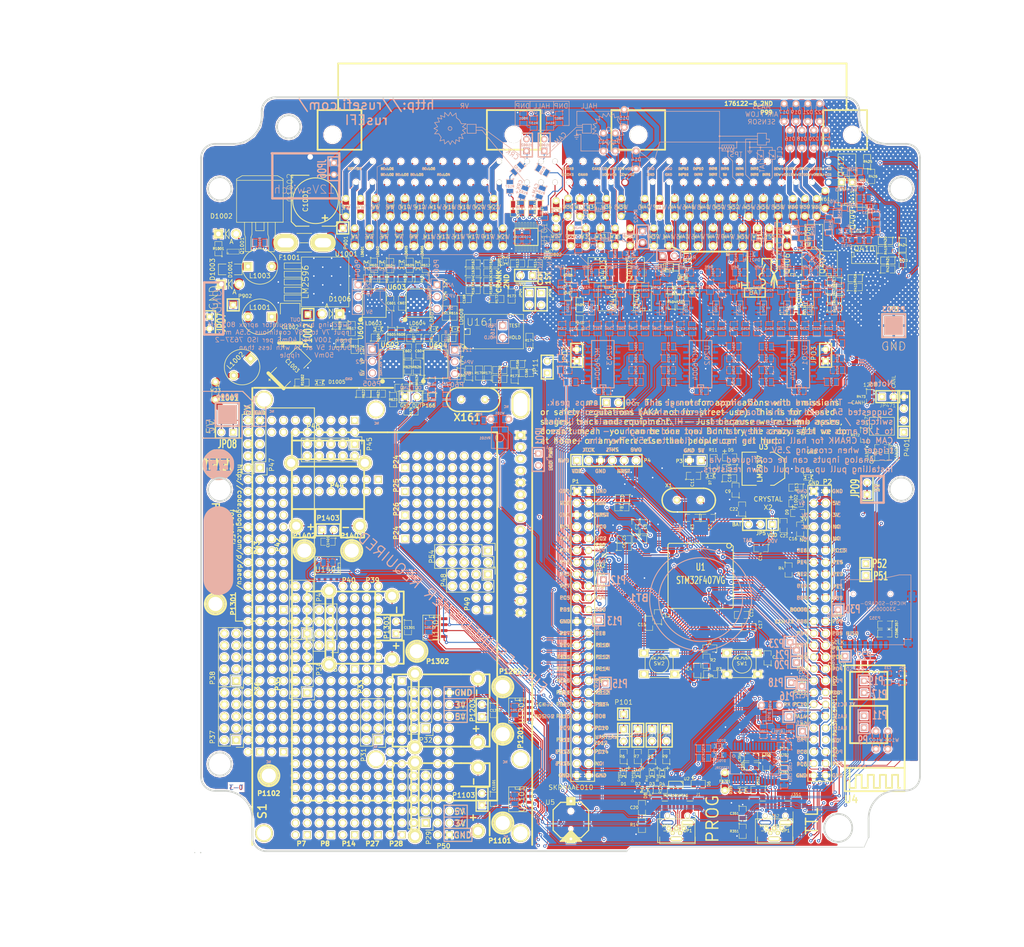
<source format=kicad_pcb>
(kicad_pcb (version 4) (host pcbnew 4.0.1-stable)

  (general
    (links 1421)
    (no_connects 0)
    (area 64.960502 20.32 284.480001 227.545901)
    (thickness 1.6)
    (drawings 1026)
    (tracks 6338)
    (zones 0)
    (modules 584)
    (nets 400)
  )

  (page B)
  (title_block
    (title Frankenso)
    (rev R.05)
    (company http://rusefi.com/)
  )

  (layers
    (0 F.Cu signal)
    (1 PWR power)
    (2 GND power)
    (31 B.Cu signal)
    (32 B.Adhes user)
    (33 F.Adhes user)
    (34 B.Paste user)
    (35 F.Paste user)
    (36 B.SilkS user)
    (37 F.SilkS user)
    (38 B.Mask user)
    (39 F.Mask user)
    (40 Dwgs.User user)
    (41 Cmts.User user)
    (42 Eco1.User user)
    (43 Eco2.User user)
    (44 Edge.Cuts user)
  )

  (setup
    (last_trace_width 0.1524)
    (user_trace_width 0.1524)
    (user_trace_width 0.2159)
    (user_trace_width 0.3048)
    (user_trace_width 1.0668)
    (user_trace_width 1.651)
    (user_trace_width 2.7178)
    (trace_clearance 0.1524)
    (zone_clearance 0.2159)
    (zone_45_only no)
    (trace_min 0.1524)
    (segment_width 0.127)
    (edge_width 0.127)
    (via_size 0.6858)
    (via_drill 0.3302)
    (via_min_size 0)
    (via_min_drill 0.3302)
    (user_via 0.6858 0.3302)
    (user_via 0.78994 0.43434)
    (user_via 1.54178 1.18618)
    (uvia_size 0.508)
    (uvia_drill 0.127)
    (uvias_allowed no)
    (uvia_min_size 0.508)
    (uvia_min_drill 0.127)
    (pcb_text_width 0.127)
    (pcb_text_size 1.016 1.016)
    (mod_edge_width 0.254)
    (mod_text_size 0.508 0.508)
    (mod_text_width 0.127)
    (pad_size 1.99898 1.99898)
    (pad_drill 1.00076)
    (pad_to_mask_clearance 0.2)
    (aux_axis_origin 107.95 203.2)
    (visible_elements 7FFFF67F)
    (pcbplotparams
      (layerselection 0x00030_80000001)
      (usegerberextensions true)
      (excludeedgelayer true)
      (linewidth 0.100000)
      (plotframeref false)
      (viasonmask false)
      (mode 1)
      (useauxorigin false)
      (hpglpennumber 1)
      (hpglpenspeed 20)
      (hpglpendiameter 15)
      (hpglpenoverlay 2)
      (psnegative false)
      (psa4output false)
      (plotreference true)
      (plotvalue true)
      (plotinvisibletext false)
      (padsonsilk false)
      (subtractmaskfromsilk false)
      (outputformat 1)
      (mirror false)
      (drillshape 0)
      (scaleselection 1)
      (outputdirectory frankenso_gerbers/))
  )

  (net 0 "")
  (net 1 /DD_HIP9011/5V)
  (net 2 /DD_HIP9011/CS)
  (net 3 /DD_HIP9011/INT/HLD)
  (net 4 /DD_HIP9011/INTOUT)
  (net 5 /DD_HIP9011/KNOCK0)
  (net 6 /DD_HIP9011/KNOCK1)
  (net 7 /DD_HIP9011/OUT)
  (net 8 /DD_HIP9011/TEST)
  (net 9 /HD44780_VCC)
  (net 10 /HD44780_VLCD)
  (net 11 /Misc_Vias/3.3V)
  (net 12 /Misc_Vias/CAM)
  (net 13 /Misc_Vias/CRANK)
  (net 14 /PWR_buck_12V_switcher/5V-REG)
  (net 15 /PWR_buck_12V_switcher/FB)
  (net 16 /PWR_buck_12V_switcher/OUT)
  (net 17 /PWR_buck_12V_switcher/VBAT)
  (net 18 /PWR_buck_12V_switcher/Vf)
  (net 19 /PWR_buck_12V_switcher/Vs1)
  (net 20 /PWR_buck_12V_switcher/Vs2)
  (net 21 /adc_amp_divider/INP1)
  (net 22 /adc_amp_divider/INP10)
  (net 23 /adc_amp_divider/INP11)
  (net 24 /adc_amp_divider/INP12)
  (net 25 /adc_amp_divider/INP2)
  (net 26 /adc_amp_divider/INP3)
  (net 27 /adc_amp_divider/INP4)
  (net 28 /adc_amp_divider/INP5)
  (net 29 /adc_amp_divider/INP6)
  (net 30 /adc_amp_divider/INP7)
  (net 31 /adc_amp_divider/INP8)
  (net 32 /adc_amp_divider/INP9)
  (net 33 /adc_amp_divider/OUT1)
  (net 34 /adc_amp_divider/OUT10)
  (net 35 /adc_amp_divider/OUT11)
  (net 36 /adc_amp_divider/OUT12)
  (net 37 /adc_amp_divider/OUT2)
  (net 38 /adc_amp_divider/OUT3)
  (net 39 /adc_amp_divider/OUT4)
  (net 40 /adc_amp_divider/OUT5)
  (net 41 /adc_amp_divider/OUT6)
  (net 42 /adc_amp_divider/OUT7)
  (net 43 /adc_amp_divider/OUT8)
  (net 44 /adc_amp_divider/OUT9)
  (net 45 /can_brd_1/CANH)
  (net 46 /can_brd_1/CANL)
  (net 47 /can_brd_1/CAN_RX)
  (net 48 /can_brd_1/CAN_TX)
  (net 49 /cps_vrs_io_1/CAM+)
  (net 50 /cps_vrs_io_1/CAM-)
  (net 51 /cps_vrs_io_1/CRK2+)
  (net 52 /cps_vrs_io_1/CRK2-)
  (net 53 /hi-lo/12V)
  (net 54 /hi-lo/HL1)
  (net 55 /hi-lo/HL2)
  (net 56 /hi-lo/HL3)
  (net 57 /hi-lo/HL4)
  (net 58 /hi-lo/HL5)
  (net 59 /hi-lo/HL6)
  (net 60 /hi-lo/HL7)
  (net 61 /hi-lo/HL8)
  (net 62 /hi-lo/H_IN1)
  (net 63 /hi-lo/H_IN2)
  (net 64 /hi-lo/H_IN3)
  (net 65 /hi-lo/H_IN4)
  (net 66 /hi-lo/H_IN5)
  (net 67 /hi-lo/H_IN6)
  (net 68 /hi-lo/H_IN7)
  (net 69 /hi-lo/H_IN8)
  (net 70 /hi-lo/VP)
  (net 71 /hi-lo/VP2)
  (net 72 /hi-lo/VP3)
  (net 73 /hi-lo/VP4)
  (net 74 /inj_12ch/INJ-01)
  (net 75 /inj_12ch/INJ-01_2)
  (net 76 /inj_12ch/INJ-01_5V)
  (net 77 /inj_12ch/INJ-02)
  (net 78 /inj_12ch/INJ-02_5V)
  (net 79 /inj_12ch/INJ-03)
  (net 80 /inj_12ch/INJ-03_5V)
  (net 81 /inj_12ch/INJ-04)
  (net 82 /inj_12ch/INJ-04_5V)
  (net 83 /inj_12ch/INJ-05)
  (net 84 /inj_12ch/INJ-05_5V)
  (net 85 /inj_12ch/INJ-06)
  (net 86 /inj_12ch/INJ-06_5V)
  (net 87 /inj_12ch/INJ-07)
  (net 88 /inj_12ch/INJ-07_5V)
  (net 89 /inj_12ch/INJ-08)
  (net 90 /inj_12ch/INJ-08_5V)
  (net 91 /inj_12ch/INJ-09)
  (net 92 /inj_12ch/INJ-09_5V)
  (net 93 /inj_12ch/INJ-10)
  (net 94 /inj_12ch/INJ-10_5V)
  (net 95 /inj_12ch/INJ-11)
  (net 96 /inj_12ch/INJ-11_5V)
  (net 97 /inj_12ch/INJ-12)
  (net 98 /inj_12ch/INJ-12_5V)
  (net 99 /mmc_usb_1/CB2)
  (net 100 /mmc_usb_1/CB4)
  (net 101 /mmc_usb_1/CS_SD_MODULE)
  (net 102 /mmc_usb_1/D+)
  (net 103 /mmc_usb_1/D-)
  (net 104 /mmc_usb_1/FTVCC)
  (net 105 /mmc_usb_1/PWREN#)
  (net 106 /mmc_usb_1/RESET)
  (net 107 /mmc_usb_1/RI)
  (net 108 /mmc_usb_1/Vbus)
  (net 109 /mmc_usb_1/shield)
  (net 110 /stm32f407_board/BOOT0)
  (net 111 /stm32f407_board/D+)
  (net 112 /stm32f407_board/D-)
  (net 113 /stm32f407_board/NRST)
  (net 114 /stm32f407_board/PA10)
  (net 115 /stm32f407_board/PA11)
  (net 116 /stm32f407_board/PA12)
  (net 117 /stm32f407_board/PA15)
  (net 118 /stm32f407_board/PA5)
  (net 119 /stm32f407_board/PA9)
  (net 120 /stm32f407_board/PB1)
  (net 121 /stm32f407_board/PB10)
  (net 122 /stm32f407_board/PB13)
  (net 123 /stm32f407_board/PB14)
  (net 124 /stm32f407_board/PB15)
  (net 125 /stm32f407_board/PB3)
  (net 126 /stm32f407_board/PB5)
  (net 127 /stm32f407_board/PC10)
  (net 128 /stm32f407_board/PC11)
  (net 129 /stm32f407_board/PC12)
  (net 130 /stm32f407_board/PC6)
  (net 131 /stm32f407_board/PC8)
  (net 132 /stm32f407_board/PD0)
  (net 133 /stm32f407_board/PD1)
  (net 134 /stm32f407_board/PD10)
  (net 135 /stm32f407_board/PD11)
  (net 136 /stm32f407_board/PD13)
  (net 137 /stm32f407_board/PD14)
  (net 138 /stm32f407_board/PD15)
  (net 139 /stm32f407_board/PD2)
  (net 140 /stm32f407_board/PD6)
  (net 141 /stm32f407_board/PE0)
  (net 142 /stm32f407_board/PE1)
  (net 143 /stm32f407_board/PE11)
  (net 144 /stm32f407_board/PE13)
  (net 145 /stm32f407_board/PE15)
  (net 146 /stm32f407_board/PE7)
  (net 147 /stm32f407_board/PE9)
  (net 148 /stm32f407_board/VDD)
  (net 149 /stm32f407_board/shield)
  (net 150 /thermocouple1//CS)
  (net 151 /thermocouple1/MISO)
  (net 152 /thermocouple1/TCPL+)
  (net 153 /thermocouple1/TCPL-)
  (net 154 /thermocouple2//CS)
  (net 155 /thermocouple2/TCPL+)
  (net 156 /thermocouple2/TCPL-)
  (net 157 /thermocouple3//CS)
  (net 158 /thermocouple3/TCPL+)
  (net 159 /thermocouple3/TCPL-)
  (net 160 /thermocouple4//CS)
  (net 161 /thermocouple4/TCPL+)
  (net 162 /thermocouple4/TCPL-)
  (net 163 GND)
  (net 164 "Net-(BT1-Pad1)")
  (net 165 "Net-(C2-Pad1)")
  (net 166 "Net-(C3-Pad1)")
  (net 167 "Net-(C4-Pad2)")
  (net 168 "Net-(C5-Pad2)")
  (net 169 "Net-(C7-Pad2)")
  (net 170 "Net-(C15-Pad1)")
  (net 171 "Net-(C17-Pad1)")
  (net 172 "Net-(C21-Pad2)")
  (net 173 "Net-(C22-Pad2)")
  (net 174 "Net-(C101-Pad1)")
  (net 175 "Net-(C101-Pad2)")
  (net 176 "Net-(C102-Pad1)")
  (net 177 "Net-(C102-Pad2)")
  (net 178 "Net-(C162-Pad2)")
  (net 179 "Net-(C163-Pad2)")
  (net 180 "Net-(C166-Pad1)")
  (net 181 "Net-(C167-Pad1)")
  (net 182 "Net-(C168-Pad1)")
  (net 183 "Net-(C210-Pad2)")
  (net 184 "Net-(C220-Pad2)")
  (net 185 "Net-(C230-Pad2)")
  (net 186 "Net-(C240-Pad2)")
  (net 187 "Net-(C250-Pad2)")
  (net 188 "Net-(C260-Pad2)")
  (net 189 "Net-(C270-Pad2)")
  (net 190 "Net-(C280-Pad2)")
  (net 191 "Net-(C290-Pad2)")
  (net 192 "Net-(C300-Pad2)")
  (net 193 "Net-(C310-Pad2)")
  (net 194 "Net-(C320-Pad2)")
  (net 195 "Net-(C356-Pad2)")
  (net 196 "Net-(C701-Pad1)")
  (net 197 "Net-(C701-Pad2)")
  (net 198 "Net-(D1-Pad1)")
  (net 199 "Net-(D2-Pad1)")
  (net 200 "Net-(D3-Pad1)")
  (net 201 "Net-(D4-Pad1)")
  (net 202 "Net-(D5-Pad1)")
  (net 203 "Net-(D7-Pad1)")
  (net 204 "Net-(D8-Pad1)")
  (net 205 "Net-(D11-Pad1)")
  (net 206 "Net-(D12-Pad1)")
  (net 207 "Net-(D13-Pad1)")
  (net 208 "Net-(D14-Pad1)")
  (net 209 "Net-(D15-Pad1)")
  (net 210 "Net-(D16-Pad1)")
  (net 211 "Net-(D17-Pad1)")
  (net 212 "Net-(D18-Pad1)")
  (net 213 "Net-(D19-Pad1)")
  (net 214 "Net-(D20-Pad1)")
  (net 215 "Net-(D21-Pad1)")
  (net 216 "Net-(D210-Pad2)")
  (net 217 "Net-(D220-Pad2)")
  (net 218 "Net-(D230-Pad2)")
  (net 219 "Net-(D240-Pad2)")
  (net 220 "Net-(D250-Pad2)")
  (net 221 "Net-(D260-Pad2)")
  (net 222 "Net-(D270-Pad2)")
  (net 223 "Net-(D280-Pad2)")
  (net 224 "Net-(D290-Pad2)")
  (net 225 "Net-(D300-Pad2)")
  (net 226 "Net-(D310-Pad2)")
  (net 227 "Net-(D320-Pad2)")
  (net 228 "Net-(D351-Pad1)")
  (net 229 "Net-(D413-Pad1)")
  (net 230 "Net-(D414-Pad1)")
  (net 231 "Net-(D415-Pad1)")
  (net 232 "Net-(D415-Pad2)")
  (net 233 "Net-(D417-Pad1)")
  (net 234 "Net-(D417-Pad2)")
  (net 235 "Net-(D419-Pad1)")
  (net 236 "Net-(D419-Pad2)")
  (net 237 "Net-(D421-Pad1)")
  (net 238 "Net-(D421-Pad2)")
  (net 239 "Net-(D423-Pad1)")
  (net 240 "Net-(D423-Pad2)")
  (net 241 "Net-(D425-Pad1)")
  (net 242 "Net-(D425-Pad2)")
  (net 243 "Net-(D427-Pad1)")
  (net 244 "Net-(D427-Pad2)")
  (net 245 "Net-(D429-Pad1)")
  (net 246 "Net-(D429-Pad2)")
  (net 247 "Net-(D431-Pad1)")
  (net 248 "Net-(D431-Pad2)")
  (net 249 "Net-(D433-Pad1)")
  (net 250 "Net-(D433-Pad2)")
  (net 251 "Net-(D435-Pad1)")
  (net 252 "Net-(D435-Pad2)")
  (net 253 "Net-(D701-Pad1)")
  (net 254 "Net-(D701-Pad2)")
  (net 255 "Net-(D702-Pad1)")
  (net 256 "Net-(D702-Pad2)")
  (net 257 "Net-(D801-Pad2)")
  (net 258 "Net-(D802-Pad2)")
  (net 259 "Net-(D1001-Pad1)")
  (net 260 "Net-(D1001-Pad2)")
  (net 261 "Net-(D1005-Pad1)")
  (net 262 "Net-(JP1-Pad2)")
  (net 263 "Net-(JP2-Pad2)")
  (net 264 "Net-(JP3-Pad2)")
  (net 265 "Net-(JP4-Pad2)")
  (net 266 "Net-(JP5-Pad2)")
  (net 267 "Net-(JP9-Pad2)")
  (net 268 "Net-(JP11-Pad2)")
  (net 269 "Net-(JP471-Pad1)")
  (net 270 "Net-(LD601-Pad1)")
  (net 271 "Net-(LD602-Pad1)")
  (net 272 "Net-(LD603-Pad1)")
  (net 273 "Net-(LD604-Pad1)")
  (net 274 "Net-(LD605-Pad1)")
  (net 275 "Net-(LD606-Pad1)")
  (net 276 "Net-(LD607-Pad1)")
  (net 277 "Net-(LD608-Pad1)")
  (net 278 "Net-(P99-Pad12)")
  (net 279 "Net-(P99-Pad1)")
  (net 280 "Net-(P99-Pad2)")
  (net 281 "Net-(P99-Pad13)")
  (net 282 "Net-(P99-Pad17)")
  (net 283 "Net-(P99-Pad6)")
  (net 284 "Net-(P99-Pad5)")
  (net 285 "Net-(P99-Pad16)")
  (net 286 "Net-(P99-Pad14)")
  (net 287 "Net-(P99-Pad3)")
  (net 288 "Net-(P99-Pad4)")
  (net 289 "Net-(P99-Pad15)")
  (net 290 "Net-(P99-Pad19)")
  (net 291 "Net-(P99-Pad8)")
  (net 292 "Net-(P99-Pad7)")
  (net 293 "Net-(P99-Pad18)")
  (net 294 "Net-(P99-Pad20)")
  (net 295 "Net-(P99-Pad9)")
  (net 296 "Net-(P99-Pad10)")
  (net 297 "Net-(P99-Pad21)")
  (net 298 "Net-(P99-Pad34)")
  (net 299 "Net-(P99-Pad26)")
  (net 300 "Net-(P99-Pad25)")
  (net 301 "Net-(P99-Pad33)")
  (net 302 "Net-(P99-Pad36)")
  (net 303 "Net-(P99-Pad28)")
  (net 304 "Net-(P99-Pad27)")
  (net 305 "Net-(P99-Pad35)")
  (net 306 "Net-(P99-Pad22)")
  (net 307 "Net-(P99-Pad11)")
  (net 308 "Net-(P99-Pad40)")
  (net 309 "Net-(P99-Pad53)")
  (net 310 "Net-(P99-Pad39)")
  (net 311 "Net-(P99-Pad52)")
  (net 312 "Net-(P99-Pad44)")
  (net 313 "Net-(P99-Pad57)")
  (net 314 "Net-(P99-Pad43)")
  (net 315 "Net-(P99-Pad56)")
  (net 316 "Net-(P99-Pad41)")
  (net 317 "Net-(P99-Pad54)")
  (net 318 "Net-(P99-Pad42)")
  (net 319 "Net-(P99-Pad55)")
  (net 320 "Net-(P99-Pad46)")
  (net 321 "Net-(P99-Pad59)")
  (net 322 "Net-(P99-Pad45)")
  (net 323 "Net-(P99-Pad58)")
  (net 324 "Net-(P99-Pad47)")
  (net 325 "Net-(P99-Pad60)")
  (net 326 "Net-(Q401-Pad1)")
  (net 327 "Net-(Q402-Pad1)")
  (net 328 "Net-(Q403-Pad1)")
  (net 329 "Net-(Q404-Pad1)")
  (net 330 "Net-(Q405-Pad1)")
  (net 331 "Net-(Q406-Pad1)")
  (net 332 "Net-(Q407-Pad1)")
  (net 333 "Net-(Q408-Pad1)")
  (net 334 "Net-(Q409-Pad1)")
  (net 335 "Net-(Q410-Pad1)")
  (net 336 "Net-(Q411-Pad1)")
  (net 337 "Net-(Q412-Pad1)")
  (net 338 "Net-(R1-Pad1)")
  (net 339 "Net-(R99-Pad2)")
  (net 340 "Net-(R102-Pad2)")
  (net 341 "Net-(R103-Pad2)")
  (net 342 "Net-(R104-Pad2)")
  (net 343 "Net-(R106-Pad2)")
  (net 344 "Net-(R137-Pad2)")
  (net 345 "Net-(R141-Pad2)")
  (net 346 "Net-(R163-Pad2)")
  (net 347 "Net-(R164-Pad2)")
  (net 348 "Net-(R167-Pad1)")
  (net 349 "Net-(R168-Pad2)")
  (net 350 "Net-(R177-Pad1)")
  (net 351 "Net-(R214-Pad1)")
  (net 352 "Net-(R224-Pad1)")
  (net 353 "Net-(R234-Pad1)")
  (net 354 "Net-(R244-Pad1)")
  (net 355 "Net-(R254-Pad1)")
  (net 356 "Net-(R264-Pad1)")
  (net 357 "Net-(R274-Pad1)")
  (net 358 "Net-(R284-Pad1)")
  (net 359 "Net-(R294-Pad1)")
  (net 360 "Net-(R304-Pad1)")
  (net 361 "Net-(R314-Pad1)")
  (net 362 "Net-(R324-Pad1)")
  (net 363 "Net-(R472-Pad1)")
  (net 364 "Net-(R601-Pad2)")
  (net 365 "Net-(R603-Pad2)")
  (net 366 "Net-(R605-Pad2)")
  (net 367 "Net-(R607-Pad2)")
  (net 368 "Net-(R609-Pad2)")
  (net 369 "Net-(R611-Pad2)")
  (net 370 "Net-(R613-Pad2)")
  (net 371 "Net-(R615-Pad2)")
  (net 372 "Net-(U5-Pad1)")
  (net 373 "Net-(U5-Pad3)")
  (net 374 /1A)
  (net 375 /1C)
  (net 376 /1D)
  (net 377 /1E)
  (net 378 /1J)
  (net 379 /1K)
  (net 380 /1N)
  (net 381 /1Q)
  (net 382 /1R)
  (net 383 /1S)
  (net 384 /1T)
  (net 385 /1U)
  (net 386 /1V)
  (net 387 /2E)
  (net 388 /2F)
  (net 389 /2I)
  (net 390 /2J)
  (net 391 /3R)
  (net 392 "Net-(R617-Pad1)")
  (net 393 "Net-(R619-Pad1)")
  (net 394 "Net-(R621-Pad1)")
  (net 395 "Net-(R623-Pad1)")
  (net 396 "Net-(R625-Pad1)")
  (net 397 "Net-(R627-Pad1)")
  (net 398 "Net-(R629-Pad1)")
  (net 399 "Net-(R631-Pad1)")

  (net_class Default ""
    (clearance 0.1524)
    (trace_width 0.1524)
    (via_dia 0.6858)
    (via_drill 0.3302)
    (uvia_dia 0.508)
    (uvia_drill 0.127)
    (add_net /1A)
    (add_net /1C)
    (add_net /1D)
    (add_net /1E)
    (add_net /1J)
    (add_net /1K)
    (add_net /1N)
    (add_net /1Q)
    (add_net /1R)
    (add_net /1S)
    (add_net /1T)
    (add_net /1U)
    (add_net /1V)
    (add_net /2E)
    (add_net /2F)
    (add_net /2I)
    (add_net /2J)
    (add_net /3R)
    (add_net /DD_HIP9011/5V)
    (add_net /DD_HIP9011/CS)
    (add_net /DD_HIP9011/INT/HLD)
    (add_net /DD_HIP9011/INTOUT)
    (add_net /DD_HIP9011/KNOCK0)
    (add_net /DD_HIP9011/KNOCK1)
    (add_net /DD_HIP9011/OUT)
    (add_net /DD_HIP9011/TEST)
    (add_net /HD44780_VCC)
    (add_net /HD44780_VLCD)
    (add_net /Misc_Vias/3.3V)
    (add_net /Misc_Vias/CAM)
    (add_net /Misc_Vias/CRANK)
    (add_net /adc_amp_divider/INP1)
    (add_net /adc_amp_divider/INP10)
    (add_net /adc_amp_divider/INP11)
    (add_net /adc_amp_divider/INP12)
    (add_net /adc_amp_divider/INP2)
    (add_net /adc_amp_divider/INP3)
    (add_net /adc_amp_divider/INP4)
    (add_net /adc_amp_divider/INP5)
    (add_net /adc_amp_divider/INP6)
    (add_net /adc_amp_divider/INP7)
    (add_net /adc_amp_divider/INP8)
    (add_net /adc_amp_divider/INP9)
    (add_net /adc_amp_divider/OUT1)
    (add_net /adc_amp_divider/OUT10)
    (add_net /adc_amp_divider/OUT11)
    (add_net /adc_amp_divider/OUT12)
    (add_net /adc_amp_divider/OUT2)
    (add_net /adc_amp_divider/OUT3)
    (add_net /adc_amp_divider/OUT4)
    (add_net /adc_amp_divider/OUT5)
    (add_net /adc_amp_divider/OUT6)
    (add_net /adc_amp_divider/OUT7)
    (add_net /adc_amp_divider/OUT8)
    (add_net /adc_amp_divider/OUT9)
    (add_net /can_brd_1/CANH)
    (add_net /can_brd_1/CANL)
    (add_net /can_brd_1/CAN_RX)
    (add_net /can_brd_1/CAN_TX)
    (add_net /cps_vrs_io_1/CAM+)
    (add_net /cps_vrs_io_1/CAM-)
    (add_net /cps_vrs_io_1/CRK2+)
    (add_net /cps_vrs_io_1/CRK2-)
    (add_net /hi-lo/HL1)
    (add_net /hi-lo/HL2)
    (add_net /hi-lo/HL3)
    (add_net /hi-lo/HL4)
    (add_net /hi-lo/HL5)
    (add_net /hi-lo/HL6)
    (add_net /hi-lo/HL7)
    (add_net /hi-lo/HL8)
    (add_net /hi-lo/H_IN1)
    (add_net /hi-lo/H_IN2)
    (add_net /hi-lo/H_IN3)
    (add_net /hi-lo/H_IN4)
    (add_net /hi-lo/H_IN5)
    (add_net /hi-lo/H_IN6)
    (add_net /hi-lo/H_IN7)
    (add_net /hi-lo/H_IN8)
    (add_net /hi-lo/VP)
    (add_net /hi-lo/VP2)
    (add_net /hi-lo/VP3)
    (add_net /hi-lo/VP4)
    (add_net /inj_12ch/INJ-01_2)
    (add_net /inj_12ch/INJ-01_5V)
    (add_net /inj_12ch/INJ-02_5V)
    (add_net /inj_12ch/INJ-03_5V)
    (add_net /inj_12ch/INJ-04_5V)
    (add_net /inj_12ch/INJ-05_5V)
    (add_net /inj_12ch/INJ-06_5V)
    (add_net /inj_12ch/INJ-07_5V)
    (add_net /inj_12ch/INJ-08_5V)
    (add_net /inj_12ch/INJ-09_5V)
    (add_net /inj_12ch/INJ-10_5V)
    (add_net /inj_12ch/INJ-11_5V)
    (add_net /inj_12ch/INJ-12_5V)
    (add_net /mmc_usb_1/CB2)
    (add_net /mmc_usb_1/CB4)
    (add_net /mmc_usb_1/CS_SD_MODULE)
    (add_net /mmc_usb_1/FTVCC)
    (add_net /mmc_usb_1/PWREN#)
    (add_net /mmc_usb_1/RESET)
    (add_net /mmc_usb_1/RI)
    (add_net /mmc_usb_1/Vbus)
    (add_net /mmc_usb_1/shield)
    (add_net /stm32f407_board/BOOT0)
    (add_net /stm32f407_board/NRST)
    (add_net /stm32f407_board/PA10)
    (add_net /stm32f407_board/PA15)
    (add_net /stm32f407_board/PA5)
    (add_net /stm32f407_board/PA9)
    (add_net /stm32f407_board/PB1)
    (add_net /stm32f407_board/PB10)
    (add_net /stm32f407_board/PB13)
    (add_net /stm32f407_board/PB14)
    (add_net /stm32f407_board/PB15)
    (add_net /stm32f407_board/PB3)
    (add_net /stm32f407_board/PB5)
    (add_net /stm32f407_board/PC10)
    (add_net /stm32f407_board/PC11)
    (add_net /stm32f407_board/PC12)
    (add_net /stm32f407_board/PC6)
    (add_net /stm32f407_board/PC8)
    (add_net /stm32f407_board/PD0)
    (add_net /stm32f407_board/PD1)
    (add_net /stm32f407_board/PD10)
    (add_net /stm32f407_board/PD11)
    (add_net /stm32f407_board/PD13)
    (add_net /stm32f407_board/PD14)
    (add_net /stm32f407_board/PD15)
    (add_net /stm32f407_board/PD2)
    (add_net /stm32f407_board/PD6)
    (add_net /stm32f407_board/PE0)
    (add_net /stm32f407_board/PE1)
    (add_net /stm32f407_board/PE11)
    (add_net /stm32f407_board/PE13)
    (add_net /stm32f407_board/PE15)
    (add_net /stm32f407_board/PE7)
    (add_net /stm32f407_board/PE9)
    (add_net /stm32f407_board/VDD)
    (add_net /stm32f407_board/shield)
    (add_net /thermocouple1//CS)
    (add_net /thermocouple1/MISO)
    (add_net /thermocouple1/TCPL+)
    (add_net /thermocouple1/TCPL-)
    (add_net /thermocouple2//CS)
    (add_net /thermocouple2/TCPL+)
    (add_net /thermocouple2/TCPL-)
    (add_net /thermocouple3//CS)
    (add_net /thermocouple3/TCPL+)
    (add_net /thermocouple3/TCPL-)
    (add_net /thermocouple4//CS)
    (add_net /thermocouple4/TCPL+)
    (add_net /thermocouple4/TCPL-)
    (add_net GND)
    (add_net "Net-(BT1-Pad1)")
    (add_net "Net-(C101-Pad1)")
    (add_net "Net-(C101-Pad2)")
    (add_net "Net-(C102-Pad1)")
    (add_net "Net-(C102-Pad2)")
    (add_net "Net-(C15-Pad1)")
    (add_net "Net-(C162-Pad2)")
    (add_net "Net-(C163-Pad2)")
    (add_net "Net-(C166-Pad1)")
    (add_net "Net-(C167-Pad1)")
    (add_net "Net-(C168-Pad1)")
    (add_net "Net-(C17-Pad1)")
    (add_net "Net-(C2-Pad1)")
    (add_net "Net-(C21-Pad2)")
    (add_net "Net-(C210-Pad2)")
    (add_net "Net-(C22-Pad2)")
    (add_net "Net-(C220-Pad2)")
    (add_net "Net-(C230-Pad2)")
    (add_net "Net-(C240-Pad2)")
    (add_net "Net-(C250-Pad2)")
    (add_net "Net-(C260-Pad2)")
    (add_net "Net-(C270-Pad2)")
    (add_net "Net-(C280-Pad2)")
    (add_net "Net-(C290-Pad2)")
    (add_net "Net-(C3-Pad1)")
    (add_net "Net-(C300-Pad2)")
    (add_net "Net-(C310-Pad2)")
    (add_net "Net-(C320-Pad2)")
    (add_net "Net-(C356-Pad2)")
    (add_net "Net-(C4-Pad2)")
    (add_net "Net-(C5-Pad2)")
    (add_net "Net-(C7-Pad2)")
    (add_net "Net-(C701-Pad1)")
    (add_net "Net-(C701-Pad2)")
    (add_net "Net-(D1-Pad1)")
    (add_net "Net-(D1001-Pad1)")
    (add_net "Net-(D1005-Pad1)")
    (add_net "Net-(D11-Pad1)")
    (add_net "Net-(D12-Pad1)")
    (add_net "Net-(D13-Pad1)")
    (add_net "Net-(D14-Pad1)")
    (add_net "Net-(D15-Pad1)")
    (add_net "Net-(D16-Pad1)")
    (add_net "Net-(D17-Pad1)")
    (add_net "Net-(D18-Pad1)")
    (add_net "Net-(D19-Pad1)")
    (add_net "Net-(D2-Pad1)")
    (add_net "Net-(D20-Pad1)")
    (add_net "Net-(D21-Pad1)")
    (add_net "Net-(D210-Pad2)")
    (add_net "Net-(D220-Pad2)")
    (add_net "Net-(D230-Pad2)")
    (add_net "Net-(D240-Pad2)")
    (add_net "Net-(D250-Pad2)")
    (add_net "Net-(D260-Pad2)")
    (add_net "Net-(D270-Pad2)")
    (add_net "Net-(D280-Pad2)")
    (add_net "Net-(D290-Pad2)")
    (add_net "Net-(D3-Pad1)")
    (add_net "Net-(D300-Pad2)")
    (add_net "Net-(D310-Pad2)")
    (add_net "Net-(D320-Pad2)")
    (add_net "Net-(D351-Pad1)")
    (add_net "Net-(D4-Pad1)")
    (add_net "Net-(D413-Pad1)")
    (add_net "Net-(D414-Pad1)")
    (add_net "Net-(D415-Pad1)")
    (add_net "Net-(D415-Pad2)")
    (add_net "Net-(D417-Pad1)")
    (add_net "Net-(D417-Pad2)")
    (add_net "Net-(D419-Pad1)")
    (add_net "Net-(D419-Pad2)")
    (add_net "Net-(D421-Pad1)")
    (add_net "Net-(D421-Pad2)")
    (add_net "Net-(D423-Pad1)")
    (add_net "Net-(D423-Pad2)")
    (add_net "Net-(D425-Pad1)")
    (add_net "Net-(D425-Pad2)")
    (add_net "Net-(D427-Pad1)")
    (add_net "Net-(D427-Pad2)")
    (add_net "Net-(D429-Pad1)")
    (add_net "Net-(D429-Pad2)")
    (add_net "Net-(D431-Pad1)")
    (add_net "Net-(D431-Pad2)")
    (add_net "Net-(D433-Pad1)")
    (add_net "Net-(D433-Pad2)")
    (add_net "Net-(D435-Pad1)")
    (add_net "Net-(D435-Pad2)")
    (add_net "Net-(D5-Pad1)")
    (add_net "Net-(D7-Pad1)")
    (add_net "Net-(D701-Pad1)")
    (add_net "Net-(D701-Pad2)")
    (add_net "Net-(D702-Pad1)")
    (add_net "Net-(D702-Pad2)")
    (add_net "Net-(D8-Pad1)")
    (add_net "Net-(D801-Pad2)")
    (add_net "Net-(D802-Pad2)")
    (add_net "Net-(JP1-Pad2)")
    (add_net "Net-(JP11-Pad2)")
    (add_net "Net-(JP2-Pad2)")
    (add_net "Net-(JP3-Pad2)")
    (add_net "Net-(JP4-Pad2)")
    (add_net "Net-(JP471-Pad1)")
    (add_net "Net-(JP5-Pad2)")
    (add_net "Net-(JP9-Pad2)")
    (add_net "Net-(LD601-Pad1)")
    (add_net "Net-(LD602-Pad1)")
    (add_net "Net-(LD603-Pad1)")
    (add_net "Net-(LD604-Pad1)")
    (add_net "Net-(LD605-Pad1)")
    (add_net "Net-(LD606-Pad1)")
    (add_net "Net-(LD607-Pad1)")
    (add_net "Net-(LD608-Pad1)")
    (add_net "Net-(P99-Pad1)")
    (add_net "Net-(P99-Pad10)")
    (add_net "Net-(P99-Pad11)")
    (add_net "Net-(P99-Pad12)")
    (add_net "Net-(P99-Pad13)")
    (add_net "Net-(P99-Pad14)")
    (add_net "Net-(P99-Pad15)")
    (add_net "Net-(P99-Pad16)")
    (add_net "Net-(P99-Pad17)")
    (add_net "Net-(P99-Pad18)")
    (add_net "Net-(P99-Pad19)")
    (add_net "Net-(P99-Pad2)")
    (add_net "Net-(P99-Pad20)")
    (add_net "Net-(P99-Pad21)")
    (add_net "Net-(P99-Pad22)")
    (add_net "Net-(P99-Pad25)")
    (add_net "Net-(P99-Pad26)")
    (add_net "Net-(P99-Pad27)")
    (add_net "Net-(P99-Pad28)")
    (add_net "Net-(P99-Pad3)")
    (add_net "Net-(P99-Pad33)")
    (add_net "Net-(P99-Pad34)")
    (add_net "Net-(P99-Pad35)")
    (add_net "Net-(P99-Pad36)")
    (add_net "Net-(P99-Pad39)")
    (add_net "Net-(P99-Pad4)")
    (add_net "Net-(P99-Pad40)")
    (add_net "Net-(P99-Pad41)")
    (add_net "Net-(P99-Pad42)")
    (add_net "Net-(P99-Pad43)")
    (add_net "Net-(P99-Pad44)")
    (add_net "Net-(P99-Pad45)")
    (add_net "Net-(P99-Pad46)")
    (add_net "Net-(P99-Pad47)")
    (add_net "Net-(P99-Pad5)")
    (add_net "Net-(P99-Pad52)")
    (add_net "Net-(P99-Pad53)")
    (add_net "Net-(P99-Pad54)")
    (add_net "Net-(P99-Pad55)")
    (add_net "Net-(P99-Pad56)")
    (add_net "Net-(P99-Pad57)")
    (add_net "Net-(P99-Pad58)")
    (add_net "Net-(P99-Pad59)")
    (add_net "Net-(P99-Pad6)")
    (add_net "Net-(P99-Pad60)")
    (add_net "Net-(P99-Pad7)")
    (add_net "Net-(P99-Pad8)")
    (add_net "Net-(P99-Pad9)")
    (add_net "Net-(Q401-Pad1)")
    (add_net "Net-(Q402-Pad1)")
    (add_net "Net-(Q403-Pad1)")
    (add_net "Net-(Q404-Pad1)")
    (add_net "Net-(Q405-Pad1)")
    (add_net "Net-(Q406-Pad1)")
    (add_net "Net-(Q407-Pad1)")
    (add_net "Net-(Q408-Pad1)")
    (add_net "Net-(Q409-Pad1)")
    (add_net "Net-(Q410-Pad1)")
    (add_net "Net-(Q411-Pad1)")
    (add_net "Net-(Q412-Pad1)")
    (add_net "Net-(R1-Pad1)")
    (add_net "Net-(R102-Pad2)")
    (add_net "Net-(R103-Pad2)")
    (add_net "Net-(R104-Pad2)")
    (add_net "Net-(R106-Pad2)")
    (add_net "Net-(R137-Pad2)")
    (add_net "Net-(R141-Pad2)")
    (add_net "Net-(R163-Pad2)")
    (add_net "Net-(R164-Pad2)")
    (add_net "Net-(R167-Pad1)")
    (add_net "Net-(R168-Pad2)")
    (add_net "Net-(R177-Pad1)")
    (add_net "Net-(R214-Pad1)")
    (add_net "Net-(R224-Pad1)")
    (add_net "Net-(R234-Pad1)")
    (add_net "Net-(R244-Pad1)")
    (add_net "Net-(R254-Pad1)")
    (add_net "Net-(R264-Pad1)")
    (add_net "Net-(R274-Pad1)")
    (add_net "Net-(R284-Pad1)")
    (add_net "Net-(R294-Pad1)")
    (add_net "Net-(R304-Pad1)")
    (add_net "Net-(R314-Pad1)")
    (add_net "Net-(R324-Pad1)")
    (add_net "Net-(R472-Pad1)")
    (add_net "Net-(R601-Pad2)")
    (add_net "Net-(R603-Pad2)")
    (add_net "Net-(R605-Pad2)")
    (add_net "Net-(R607-Pad2)")
    (add_net "Net-(R609-Pad2)")
    (add_net "Net-(R611-Pad2)")
    (add_net "Net-(R613-Pad2)")
    (add_net "Net-(R615-Pad2)")
    (add_net "Net-(R617-Pad1)")
    (add_net "Net-(R619-Pad1)")
    (add_net "Net-(R621-Pad1)")
    (add_net "Net-(R623-Pad1)")
    (add_net "Net-(R625-Pad1)")
    (add_net "Net-(R627-Pad1)")
    (add_net "Net-(R629-Pad1)")
    (add_net "Net-(R631-Pad1)")
    (add_net "Net-(R99-Pad2)")
    (add_net "Net-(U5-Pad1)")
    (add_net "Net-(U5-Pad3)")
  )

  (net_class "1A external" ""
    (clearance 0.2159)
    (trace_width 0.3048)
    (via_dia 0.6858)
    (via_drill 0.3302)
    (uvia_dia 0.508)
    (uvia_drill 0.127)
    (add_net /PWR_buck_12V_switcher/Vf)
    (add_net /PWR_buck_12V_switcher/Vs1)
  )

  (net_class "2.5A external" ""
    (clearance 0.2159)
    (trace_width 1.0668)
    (via_dia 0.6858)
    (via_drill 0.3302)
    (uvia_dia 0.508)
    (uvia_drill 0.127)
    (add_net /PWR_buck_12V_switcher/5V-REG)
    (add_net /PWR_buck_12V_switcher/FB)
    (add_net /PWR_buck_12V_switcher/Vs2)
  )

  (net_class "3.5A external" ""
    (clearance 0.2159)
    (trace_width 1.651)
    (via_dia 1.0922)
    (via_drill 0.6858)
    (uvia_dia 0.508)
    (uvia_drill 0.127)
    (add_net /PWR_buck_12V_switcher/OUT)
    (add_net /PWR_buck_12V_switcher/VBAT)
    (add_net /hi-lo/12V)
    (add_net "Net-(D1001-Pad2)")
  )

  (net_class "5A external" ""
    (clearance 0.2159)
    (trace_width 2.7178)
    (via_dia 1.54178)
    (via_drill 1.18618)
    (uvia_dia 0.508)
    (uvia_drill 0.127)
  )

  (net_class min2_extern_.188A ""
    (clearance 0.1524)
    (trace_width 0.1524)
    (via_dia 0.6858)
    (via_drill 0.3302)
    (uvia_dia 0.508)
    (uvia_drill 0.127)
  )

  (net_class min_extern_.241A ""
    (clearance 0.2159)
    (trace_width 0.2159)
    (via_dia 0.6858)
    (via_drill 0.3302)
    (uvia_dia 0.508)
    (uvia_drill 0.127)
    (add_net /inj_12ch/INJ-01)
    (add_net /inj_12ch/INJ-02)
    (add_net /inj_12ch/INJ-03)
    (add_net /inj_12ch/INJ-04)
    (add_net /inj_12ch/INJ-05)
    (add_net /inj_12ch/INJ-06)
    (add_net /inj_12ch/INJ-07)
    (add_net /inj_12ch/INJ-08)
    (add_net /inj_12ch/INJ-09)
    (add_net /inj_12ch/INJ-10)
    (add_net /inj_12ch/INJ-11)
    (add_net /inj_12ch/INJ-12)
    (add_net /mmc_usb_1/D+)
    (add_net /mmc_usb_1/D-)
    (add_net /stm32f407_board/D+)
    (add_net /stm32f407_board/D-)
    (add_net /stm32f407_board/PA11)
    (add_net /stm32f407_board/PA12)
  )

  (module DISPLAY_4x20_BL (layer F.Cu) (tedit 579953DF) (tstamp 539AC44C)
    (at 176.53 106.045 270)
    (descr "Connecteur 16 pins")
    (tags "CONN DEV")
    (path /539A66AE)
    (fp_text reference S1 (at 88.265 55.372 270) (layer F.SilkS)
      (effects (font (size 1.778 1.778) (thickness 0.3048)))
    )
    (fp_text value DISPLAY_BL (at 49.9999 25.49906 270) (layer F.SilkS) hide
      (effects (font (size 1.778 1.778) (thickness 0.3048)))
    )
    (fp_line (start -2.54 27.305) (end -2.54 57.15) (layer F.SilkS) (width 0.381))
    (fp_line (start -2.54 6.35) (end -2.54 -2.54) (layer F.SilkS) (width 0.381))
    (fp_line (start 2.12 0.5) (end 2.12 -0.5) (layer F.SilkS) (width 0.254))
    (fp_line (start -0.38 0.5) (end -0.38 -0.5) (layer F.SilkS) (width 0.254))
    (fp_text user "LINE 3" (at 18.9992 39.99992 270) (layer F.SilkS) hide
      (effects (font (size 2.54 2.54) (thickness 0.508)))
    )
    (fp_text user "LINE 3" (at 18.9992 30.50032 270) (layer F.SilkS) hide
      (effects (font (size 2.54 2.54) (thickness 0.508)))
    )
    (fp_line (start 7.00024 28.4988) (end 7.00024 5.00126) (layer F.SilkS) (width 0.381))
    (fp_line (start 7.00024 5.00126) (end 68.9991 5.00126) (layer F.SilkS) (width 0.381))
    (fp_line (start 68.00088 5.00126) (end 85.99932 5.00126) (layer F.SilkS) (width 0.381))
    (fp_line (start 85.99932 5.00126) (end 85.99932 48.99914) (layer F.SilkS) (width 0.381))
    (fp_line (start 85.99932 48.99914) (end 8.001 48.99914) (layer F.SilkS) (width 0.381))
    (fp_line (start 8.001 48.99914) (end 7.50062 48.99914) (layer F.SilkS) (width 0.381))
    (fp_line (start 7.50062 48.99914) (end 7.00024 48.99914) (layer F.SilkS) (width 0.381))
    (fp_line (start 7.00024 48.99914) (end 7.00024 28.4988) (layer F.SilkS) (width 0.381))
    (fp_line (start 95.49892 57.50052) (end -2.49936 57.50052) (layer F.SilkS) (width 0.381))
    (fp_line (start 95.49892 -2.49936) (end -2.49936 -2.49936) (layer F.SilkS) (width 0.381))
    (fp_text user "LINE 2" (at 18.82394 20.955 270) (layer F.SilkS) hide
      (effects (font (size 2.54 2.54) (thickness 0.508)))
    )
    (fp_text user "LINE 1" (at 18.82394 11.43 270) (layer F.SilkS) hide
      (effects (font (size 2.54 2.54) (thickness 0.508)))
    )
    (pad "" thru_hole circle (at 2.12 31 270) (size 3.81 3.81) (drill 3.048) (layers *.Cu *.Mask F.SilkS))
    (pad "" thru_hole circle (at 77.12 31 270) (size 3.81 3.81) (drill 3.048) (layers *.Cu *.Mask F.SilkS))
    (pad "" thru_hole circle (at 77.12 0 270) (size 3.81 3.81) (drill 3.048) (layers *.Cu *.Mask F.SilkS))
    (pad A thru_hole oval (at 43.18 0 270) (size 1.651 2.159) (drill 1.016) (layers *.Cu *.Mask F.SilkS)
      (net 9 /HD44780_VCC))
    (pad K thru_hole oval (at 45.72 0 270) (size 1.651 2.159) (drill 1.016) (layers *.Cu *.Mask F.SilkS)
      (net 163 GND))
    (pad 1 thru_hole rect (at 7.62 0 270) (size 1.651 2.159) (drill 1.016) (layers *.Cu *.Mask F.SilkS)
      (net 163 GND))
    (pad 2 thru_hole oval (at 10.16 0 270) (size 1.651 2.159) (drill 1.016) (layers *.Cu *.Mask F.SilkS)
      (net 9 /HD44780_VCC))
    (pad 3 thru_hole oval (at 12.7 0 270) (size 1.651 2.159) (drill 1.016) (layers *.Cu *.Mask F.SilkS)
      (net 10 /HD44780_VLCD))
    (pad 4 thru_hole oval (at 15.24 0 270) (size 1.651 2.159) (drill 1.016) (layers *.Cu *.Mask F.SilkS)
      (net 146 /stm32f407_board/PE7))
    (pad 5 thru_hole oval (at 17.78 0 270) (size 1.651 2.159) (drill 1.016) (layers *.Cu *.Mask F.SilkS)
      (net 163 GND))
    (pad 6 thru_hole oval (at 20.32 0 270) (size 1.651 2.159) (drill 1.016) (layers *.Cu *.Mask F.SilkS)
      (net 147 /stm32f407_board/PE9))
    (pad 7 thru_hole oval (at 22.86 0 270) (size 1.651 2.159) (drill 1.016) (layers *.Cu *.Mask F.SilkS))
    (pad 8 thru_hole oval (at 25.4 0 270) (size 1.651 2.159) (drill 1.016) (layers *.Cu *.Mask F.SilkS))
    (pad 9 thru_hole oval (at 27.94 0 270) (size 1.651 2.159) (drill 1.016) (layers *.Cu *.Mask F.SilkS))
    (pad 10 thru_hole oval (at 30.48 0 270) (size 1.651 2.159) (drill 1.016) (layers *.Cu *.Mask F.SilkS))
    (pad 11 thru_hole oval (at 33.02 0 270) (size 1.651 2.159) (drill 1.016) (layers *.Cu *.Mask F.SilkS)
      (net 143 /stm32f407_board/PE11))
    (pad 12 thru_hole oval (at 35.56 0 270) (size 1.651 2.159) (drill 1.016) (layers *.Cu *.Mask F.SilkS)
      (net 144 /stm32f407_board/PE13))
    (pad 13 thru_hole oval (at 38.1 0 270) (size 1.651 2.159) (drill 1.016) (layers *.Cu *.Mask F.SilkS)
      (net 145 /stm32f407_board/PE15))
    (pad 14 thru_hole oval (at 40.64 0 270) (size 1.651 2.159) (drill 1.016) (layers *.Cu *.Mask F.SilkS)
      (net 121 /stm32f407_board/PB10))
    (pad "" thru_hole oval (at 1.06 0 270) (size 6 3.81) (drill oval 5.02 3.048) (layers *.Cu *.Mask F.SilkS))
    (pad "" thru_hole circle (at 92.99956 0 270) (size 3.81 3.81) (drill 3.048) (layers *.Cu *.Mask F.SilkS))
    (pad "" thru_hole circle (at 0 55.0037 270) (size 3.81 3.81) (drill 3.048) (layers *.Cu *.Mask F.SilkS))
    (pad "" thru_hole circle (at 92.99956 55.00116 270) (size 3.81 3.81) (drill 3.048) (layers *.Cu *.Mask F.SilkS))
    (model 3d/display_4x20.wrl
      (at (xyz -0.0984 -2.26 0.1))
      (scale (xyz 0.3937 0.3937 0.3937))
      (rotate (xyz 0 0 0))
    )
  )

  (module SOIC8-DFN (layer F.Cu) (tedit 5799500B) (tstamp 52E641FF)
    (at 148.844 98.425 180)
    (path /52ED7C56/531CB8D8)
    (attr smd)
    (fp_text reference U602 (at 0.3302 4.0894 180) (layer F.SilkS)
      (effects (font (size 1.016 1.016) (thickness 0.2032)))
    )
    (fp_text value TC4427 (at -3.302 4.191 180) (layer F.SilkS) hide
      (effects (font (size 0.762 0.762) (thickness 0.127)))
    )
    (fp_line (start 2.794 -3.048) (end 2.54 -3.048) (layer F.SilkS) (width 0.15))
    (fp_line (start 2.54 -3.048) (end 2.794 -3.302) (layer F.SilkS) (width 0.15))
    (fp_line (start 2.794 -3.302) (end 2.794 -3.048) (layer F.SilkS) (width 0.15))
    (fp_line (start -2.54 -3.048) (end 2.54 -3.048) (layer F.SilkS) (width 0.15))
    (fp_line (start 2.54 -3.048) (end 2.54 3.048) (layer F.SilkS) (width 0.15))
    (fp_line (start 2.54 3.048) (end -2.54 3.048) (layer F.SilkS) (width 0.15))
    (fp_line (start -2.54 3.048) (end -2.54 -3.048) (layer F.SilkS) (width 0.15))
    (pad 9 smd rect (at 0 0 180) (size 4.445 2.54) (layers F.Cu F.Paste F.Mask)
      (net 163 GND))
    (pad 5 smd rect (at -1.905 2.4765 180) (size 0.762 1.524) (layers F.Cu F.Paste F.Mask)
      (net 367 "Net-(R607-Pad2)"))
    (pad 6 smd rect (at -0.635 2.4765 180) (size 0.762 1.524) (layers F.Cu F.Paste F.Mask)
      (net 71 /hi-lo/VP2))
    (pad 7 smd rect (at 0.635 2.4765 180) (size 0.762 1.524) (layers F.Cu F.Paste F.Mask)
      (net 366 "Net-(R605-Pad2)"))
    (pad 8 smd rect (at 1.905 2.4765 180) (size 0.762 1.524) (layers F.Cu F.Paste F.Mask))
    (pad 4 smd rect (at -1.905 -2.4765 180) (size 0.762 1.524) (layers F.Cu F.Paste F.Mask)
      (net 395 "Net-(R623-Pad1)"))
    (pad 3 smd rect (at -0.635 -2.4765 180) (size 0.762 1.524) (layers F.Cu F.Paste F.Mask)
      (net 163 GND))
    (pad 2 smd rect (at 0.635 -2.4765 180) (size 0.762 1.524) (layers F.Cu F.Paste F.Mask)
      (net 394 "Net-(R621-Pad1)"))
    (pad 1 smd rect (at 1.905 -2.4765 180) (size 0.762 1.524) (layers F.Cu F.Paste F.Mask))
    (model smd/cms_so8.wrl
      (at (xyz 0 0 0))
      (scale (xyz 0.5 0.35 0.5))
      (rotate (xyz 180 180 0))
    )
  )

  (module tcpl_PCC-SMP (layer F.Cu) (tedit 553B6088) (tstamp 53BF2E0D)
    (at 160.655 172.72 180)
    (path /53BF9BE2/535A15DB)
    (fp_text reference P1204 (at -1.778 9.779 180) (layer F.SilkS) hide
      (effects (font (thickness 0.3048)))
    )
    (fp_text value CONN_2 (at -1.5748 4.699 270) (layer F.SilkS) hide
      (effects (font (thickness 0.3048)))
    )
    (fp_text user - (at -6.35 3.81 270) (layer F.SilkS)
      (effects (font (thickness 0.3048)))
    )
    (fp_text user + (at -6.35 -3.81 180) (layer F.SilkS)
      (effects (font (thickness 0.3048)))
    )
    (fp_line (start -3.0988 7.74954) (end -9.25068 7.74954) (layer F.SilkS) (width 0.381))
    (fp_line (start -9.25068 7.74954) (end -9.25068 2.75082) (layer F.SilkS) (width 0.381))
    (fp_line (start -9.25068 -2.79908) (end -9.25068 -7.74954) (layer F.SilkS) (width 0.381))
    (fp_line (start -9.25068 -7.74954) (end -3.1496 -7.74954) (layer F.SilkS) (width 0.381))
    (fp_line (start 5.95122 7.74954) (end 5.95122 -7.74954) (layer F.SilkS) (width 0.381))
    (fp_line (start 7.54888 -7.74954) (end 7.54888 7.74954) (layer F.SilkS) (width 0.381))
    (fp_line (start -3.1496 -7.74954) (end 11.54938 -7.74954) (layer F.SilkS) (width 0.381))
    (fp_line (start 11.54938 7.74954) (end -3.1496 7.74954) (layer F.SilkS) (width 0.381))
    (fp_line (start 11.54938 -7.74954) (end 11.54938 7.74954) (layer F.SilkS) (width 0.381))
    (pad M thru_hole circle (at 6.74878 -7.8994 180) (size 2.99974 2.99974) (drill 1.77038) (layers *.Cu *.Mask F.SilkS))
    (pad M thru_hole circle (at 6.74878 7.8994 180) (size 2.99974 2.99974) (drill 1.77038) (layers *.Cu *.Mask F.SilkS))
    (pad 2 thru_hole circle (at -6.74878 -6.79958 180) (size 2.99974 2.99974) (drill 1.77038) (layers *.Cu *.Mask F.SilkS)
      (net 155 /thermocouple2/TCPL+))
    (pad 1 thru_hole circle (at -6.74878 6.79958 180) (size 2.99974 2.99974) (drill 1.77038) (layers *.Cu *.Mask F.SilkS)
      (net 156 /thermocouple2/TCPL-))
    (model 3D/TCPL_CONNECTOR_PCC-SMP.wrl
      (at (xyz 0.46 0.315 -0.17))
      (scale (xyz 10 10 10))
      (rotate (xyz 0 0 180))
    )
  )

  (module tcpl_PCC-SMP (layer F.Cu) (tedit 553B6027) (tstamp 53BDFB02)
    (at 160.655 191.77 180)
    (path /53BE1FC9/535A15DB)
    (fp_text reference P1104 (at -1.778 9.779 180) (layer F.SilkS) hide
      (effects (font (thickness 0.3048)))
    )
    (fp_text value CONN_2 (at -1.5748 4.699 270) (layer F.SilkS) hide
      (effects (font (thickness 0.3048)))
    )
    (fp_text user - (at -5.715 3.81 270) (layer F.SilkS)
      (effects (font (thickness 0.3048)))
    )
    (fp_text user + (at -5.715 -3.81 180) (layer F.SilkS)
      (effects (font (thickness 0.3048)))
    )
    (fp_line (start -3.0988 7.74954) (end -9.25068 7.74954) (layer F.SilkS) (width 0.381))
    (fp_line (start -9.25068 7.74954) (end -9.25068 2.75082) (layer F.SilkS) (width 0.381))
    (fp_line (start -9.25068 2.75082) (end -3.1496 2.75082) (layer F.SilkS) (width 0.381))
    (fp_line (start -9.25068 -2.79908) (end -9.25068 -7.74954) (layer F.SilkS) (width 0.381))
    (fp_line (start 5.95122 7.74954) (end 5.95122 -7.74954) (layer F.SilkS) (width 0.381))
    (fp_line (start 7.54888 -7.74954) (end 7.54888 7.74954) (layer F.SilkS) (width 0.381))
    (fp_line (start 11.54938 7.74954) (end -3.1496 7.74954) (layer F.SilkS) (width 0.381))
    (fp_line (start 11.54938 -7.74954) (end 11.54938 7.74954) (layer F.SilkS) (width 0.381))
    (pad M thru_hole circle (at 6.74878 -7.8994 180) (size 2.99974 2.99974) (drill 1.77038) (layers *.Cu *.Mask F.SilkS))
    (pad M thru_hole circle (at 6.74878 7.8994 180) (size 2.99974 2.99974) (drill 1.77038) (layers *.Cu *.Mask F.SilkS))
    (pad 2 thru_hole circle (at -6.74878 -6.79958 180) (size 2.99974 2.99974) (drill 1.77038) (layers *.Cu *.Mask F.SilkS)
      (net 152 /thermocouple1/TCPL+))
    (pad 1 thru_hole circle (at -6.74878 6.79958 180) (size 2.99974 2.99974) (drill 1.77038) (layers *.Cu *.Mask F.SilkS)
      (net 153 /thermocouple1/TCPL-))
    (model 3D/TCPL_CONNECTOR_PCC-SMP.wrl
      (at (xyz 0.46 0.315 -0.17))
      (scale (xyz 10 10 10))
      (rotate (xyz 0 0 180))
    )
  )

  (module pin_array_12x2 (layer F.Cu) (tedit 553B618C) (tstamp 5536E046)
    (at 119.38 137.16 90)
    (descr "Double rangee de contacts 2 x 12 pins")
    (tags CONN)
    (path /55244172/553A8F71)
    (fp_text reference P43 (at -0.635 0.635 90) (layer F.SilkS)
      (effects (font (size 1.016 1.016) (thickness 0.254)))
    )
    (fp_text value CONN_12X2 (at 0 3.81 90) (layer F.SilkS) hide
      (effects (font (size 1.016 1.016) (thickness 0.2032)))
    )
    (pad 1 thru_hole rect (at -13.97 1.27 90) (size 1.524 1.524) (drill 1.016) (layers *.Cu *.Mask F.SilkS))
    (pad 2 thru_hole circle (at -13.97 -1.27 90) (size 1.524 1.524) (drill 1.016) (layers *.Cu *.Mask F.SilkS))
    (pad 3 thru_hole circle (at -11.43 1.27 90) (size 1.524 1.524) (drill 1.016) (layers *.Cu *.Mask F.SilkS))
    (pad 4 thru_hole circle (at -11.43 -1.27 90) (size 1.524 1.524) (drill 1.016) (layers *.Cu *.Mask F.SilkS))
    (pad 5 thru_hole circle (at -8.89 1.27 90) (size 1.524 1.524) (drill 1.016) (layers *.Cu *.Mask F.SilkS))
    (pad 6 thru_hole circle (at -8.89 -1.27 90) (size 1.524 1.524) (drill 1.016) (layers *.Cu *.Mask F.SilkS))
    (pad 7 thru_hole circle (at -6.35 1.27 90) (size 1.524 1.524) (drill 1.016) (layers *.Cu *.Mask F.SilkS))
    (pad 8 thru_hole circle (at -6.35 -1.27 90) (size 1.524 1.524) (drill 1.016) (layers *.Cu *.Mask F.SilkS))
    (pad 9 thru_hole circle (at -3.81 1.27 90) (size 1.524 1.524) (drill 1.016) (layers *.Cu *.Mask F.SilkS))
    (pad 10 thru_hole circle (at -3.81 -1.27 90) (size 1.524 1.524) (drill 1.016) (layers *.Cu *.Mask F.SilkS))
    (pad 11 thru_hole circle (at -1.27 1.27 90) (size 1.524 1.524) (drill 1.016) (layers *.Cu *.Mask F.SilkS))
    (pad 12 thru_hole circle (at -1.27 -1.27 90) (size 1.524 1.524) (drill 1.016) (layers *.Cu *.Mask F.SilkS))
    (pad 13 thru_hole circle (at 1.27 1.27 90) (size 1.524 1.524) (drill 1.016) (layers *.Cu *.Mask F.SilkS))
    (pad 14 thru_hole circle (at 1.27 -1.27 90) (size 1.524 1.524) (drill 1.016) (layers *.Cu *.Mask F.SilkS))
    (pad 15 thru_hole circle (at 3.81 1.27 90) (size 1.524 1.524) (drill 1.016) (layers *.Cu *.Mask F.SilkS))
    (pad 16 thru_hole circle (at 3.81 -1.27 90) (size 1.524 1.524) (drill 1.016) (layers *.Cu *.Mask F.SilkS))
    (pad 17 thru_hole circle (at 6.35 1.27 90) (size 1.524 1.524) (drill 1.016) (layers *.Cu *.Mask F.SilkS))
    (pad 18 thru_hole circle (at 6.35 -1.27 90) (size 1.524 1.524) (drill 1.016) (layers *.Cu *.Mask F.SilkS))
    (pad 19 thru_hole circle (at 8.89 1.27 90) (size 1.524 1.524) (drill 1.016) (layers *.Cu *.Mask F.SilkS))
    (pad 20 thru_hole circle (at 8.89 -1.27 90) (size 1.524 1.524) (drill 1.016) (layers *.Cu *.Mask F.SilkS))
    (pad 21 thru_hole circle (at 11.43 1.27 90) (size 1.524 1.524) (drill 1.016) (layers *.Cu *.Mask F.SilkS))
    (pad 22 thru_hole circle (at 11.43 -1.27 90) (size 1.524 1.524) (drill 1.016) (layers *.Cu *.Mask F.SilkS))
    (pad 23 thru_hole circle (at 13.97 1.27 90) (size 1.524 1.524) (drill 1.016) (layers *.Cu *.Mask F.SilkS))
    (pad 24 thru_hole circle (at 13.97 -1.27 90) (size 1.524 1.524) (drill 1.016) (layers *.Cu *.Mask F.SilkS))
    (model pin_array/pins_array_12x2.wrl
      (at (xyz 0 0 0))
      (scale (xyz 1 1 1))
      (rotate (xyz 0 0 0))
    )
  )

  (module pin_array_8x2 (layer F.Cu) (tedit 553AD7F0) (tstamp 5536DF28)
    (at 137.16 124.46 180)
    (descr "Double rangee de contacts 2 x 8 pins")
    (tags CONN)
    (path /55244172/553A8F83)
    (fp_text reference P44 (at 0 0 180) (layer F.SilkS)
      (effects (font (size 1.016 1.016) (thickness 0.254)))
    )
    (fp_text value CONN_8X2 (at 0 3.302 180) (layer F.SilkS) hide
      (effects (font (size 1.016 1.016) (thickness 0.2032)))
    )
    (pad 1 thru_hole rect (at -8.89 1.27 180) (size 1.524 1.524) (drill 1.016) (layers *.Cu *.Mask F.SilkS))
    (pad 2 thru_hole circle (at -8.89 -1.27 180) (size 1.524 1.524) (drill 1.016) (layers *.Cu *.Mask F.SilkS))
    (pad 3 thru_hole circle (at -6.35 1.27 180) (size 1.524 1.524) (drill 1.016) (layers *.Cu *.Mask F.SilkS))
    (pad 4 thru_hole circle (at -6.35 -1.27 180) (size 1.524 1.524) (drill 1.016) (layers *.Cu *.Mask F.SilkS))
    (pad 5 thru_hole circle (at -3.81 1.27 180) (size 1.524 1.524) (drill 1.016) (layers *.Cu *.Mask F.SilkS))
    (pad 6 thru_hole circle (at -3.81 -1.27 180) (size 1.524 1.524) (drill 1.016) (layers *.Cu *.Mask F.SilkS))
    (pad 7 thru_hole circle (at -1.27 1.27 180) (size 1.524 1.524) (drill 1.016) (layers *.Cu *.Mask F.SilkS))
    (pad 8 thru_hole circle (at -1.27 -1.27 180) (size 1.524 1.524) (drill 1.016) (layers *.Cu *.Mask F.SilkS))
    (pad 9 thru_hole circle (at 1.27 1.27 180) (size 1.524 1.524) (drill 1.016) (layers *.Cu *.Mask F.SilkS))
    (pad 10 thru_hole circle (at 1.27 -1.27 180) (size 1.524 1.524) (drill 1.016) (layers *.Cu *.Mask F.SilkS))
    (pad 11 thru_hole circle (at 3.81 1.27 180) (size 1.524 1.524) (drill 1.016) (layers *.Cu *.Mask F.SilkS))
    (pad 12 thru_hole circle (at 3.81 -1.27 180) (size 1.524 1.524) (drill 1.016) (layers *.Cu *.Mask F.SilkS))
    (pad 13 thru_hole circle (at 6.35 1.27 180) (size 1.524 1.524) (drill 1.016) (layers *.Cu *.Mask F.SilkS))
    (pad 14 thru_hole circle (at 6.35 -1.27 180) (size 1.524 1.524) (drill 1.016) (layers *.Cu *.Mask F.SilkS))
    (pad 15 thru_hole circle (at 8.89 1.27 180) (size 1.524 1.524) (drill 1.016) (layers *.Cu *.Mask F.SilkS))
    (pad 16 thru_hole circle (at 8.89 -1.27 180) (size 1.524 1.524) (drill 1.016) (layers *.Cu *.Mask F.SilkS))
    (model pin_array/pins_array_8x2.wrl
      (at (xyz 0 0 0))
      (scale (xyz 1 1 1))
      (rotate (xyz 0 0 0))
    )
  )

  (module pin_array_8x2 (layer F.Cu) (tedit 553B61D9) (tstamp 5536DEFA)
    (at 160.655 134.62)
    (descr "Double rangee de contacts 2 x 8 pins")
    (tags CONN)
    (path /55244172/544627FC)
    (fp_text reference P24 (at -10.795 0 90) (layer F.SilkS)
      (effects (font (size 1.016 1.016) (thickness 0.2032)))
    )
    (fp_text value pin_array_8x2 (at 0 3.302) (layer F.SilkS) hide
      (effects (font (size 1.016 1.016) (thickness 0.2032)))
    )
    (pad 1 thru_hole rect (at -8.89 1.27) (size 1.524 1.524) (drill 1.016) (layers *.Cu *.Mask F.SilkS))
    (pad 2 thru_hole circle (at -8.89 -1.27) (size 1.524 1.524) (drill 1.016) (layers *.Cu *.Mask F.SilkS))
    (pad 3 thru_hole circle (at -6.35 1.27) (size 1.524 1.524) (drill 1.016) (layers *.Cu *.Mask F.SilkS))
    (pad 4 thru_hole circle (at -6.35 -1.27) (size 1.524 1.524) (drill 1.016) (layers *.Cu *.Mask F.SilkS))
    (pad 5 thru_hole circle (at -3.81 1.27) (size 1.524 1.524) (drill 1.016) (layers *.Cu *.Mask F.SilkS))
    (pad 6 thru_hole circle (at -3.81 -1.27) (size 1.524 1.524) (drill 1.016) (layers *.Cu *.Mask F.SilkS))
    (pad 7 thru_hole circle (at -1.27 1.27) (size 1.524 1.524) (drill 1.016) (layers *.Cu *.Mask F.SilkS))
    (pad 8 thru_hole circle (at -1.27 -1.27) (size 1.524 1.524) (drill 1.016) (layers *.Cu *.Mask F.SilkS))
    (pad 9 thru_hole circle (at 1.27 1.27) (size 1.524 1.524) (drill 1.016) (layers *.Cu *.Mask F.SilkS))
    (pad 10 thru_hole circle (at 1.27 -1.27) (size 1.524 1.524) (drill 1.016) (layers *.Cu *.Mask F.SilkS))
    (pad 11 thru_hole circle (at 3.81 1.27) (size 1.524 1.524) (drill 1.016) (layers *.Cu *.Mask F.SilkS))
    (pad 12 thru_hole circle (at 3.81 -1.27) (size 1.524 1.524) (drill 1.016) (layers *.Cu *.Mask F.SilkS))
    (pad 13 thru_hole circle (at 6.35 1.27) (size 1.524 1.524) (drill 1.016) (layers *.Cu *.Mask F.SilkS))
    (pad 14 thru_hole circle (at 6.35 -1.27) (size 1.524 1.524) (drill 1.016) (layers *.Cu *.Mask F.SilkS))
    (pad 15 thru_hole circle (at 8.89 1.27) (size 1.524 1.524) (drill 1.016) (layers *.Cu *.Mask F.SilkS))
    (pad 16 thru_hole circle (at 8.89 -1.27) (size 1.524 1.524) (drill 1.016) (layers *.Cu *.Mask F.SilkS))
    (model pin_array/pins_array_8x2.wrl
      (at (xyz 0 0 0))
      (scale (xyz 1 1 1))
      (rotate (xyz 0 0 0))
    )
  )

  (module pin_array_8x2 (layer F.Cu) (tedit 553B61D5) (tstamp 54459C82)
    (at 160.655 129.54)
    (descr "Double rangee de contacts 2 x 8 pins")
    (tags CONN)
    (path /55244172/544634A5)
    (fp_text reference P26 (at -10.795 0 90) (layer F.SilkS)
      (effects (font (size 1.016 1.016) (thickness 0.2032)))
    )
    (fp_text value pin_array_8x2 (at 0 3.302) (layer F.SilkS) hide
      (effects (font (size 1.016 1.016) (thickness 0.2032)))
    )
    (pad 1 thru_hole rect (at -8.89 1.27) (size 1.524 1.524) (drill 1.016) (layers *.Cu *.Mask F.SilkS))
    (pad 2 thru_hole circle (at -8.89 -1.27) (size 1.524 1.524) (drill 1.016) (layers *.Cu *.Mask F.SilkS))
    (pad 3 thru_hole circle (at -6.35 1.27) (size 1.524 1.524) (drill 1.016) (layers *.Cu *.Mask F.SilkS))
    (pad 4 thru_hole circle (at -6.35 -1.27) (size 1.524 1.524) (drill 1.016) (layers *.Cu *.Mask F.SilkS))
    (pad 5 thru_hole circle (at -3.81 1.27) (size 1.524 1.524) (drill 1.016) (layers *.Cu *.Mask F.SilkS))
    (pad 6 thru_hole circle (at -3.81 -1.27) (size 1.524 1.524) (drill 1.016) (layers *.Cu *.Mask F.SilkS))
    (pad 7 thru_hole circle (at -1.27 1.27) (size 1.524 1.524) (drill 1.016) (layers *.Cu *.Mask F.SilkS))
    (pad 8 thru_hole circle (at -1.27 -1.27) (size 1.524 1.524) (drill 1.016) (layers *.Cu *.Mask F.SilkS))
    (pad 9 thru_hole circle (at 1.27 1.27) (size 1.524 1.524) (drill 1.016) (layers *.Cu *.Mask F.SilkS))
    (pad 10 thru_hole circle (at 1.27 -1.27) (size 1.524 1.524) (drill 1.016) (layers *.Cu *.Mask F.SilkS))
    (pad 11 thru_hole circle (at 3.81 1.27) (size 1.524 1.524) (drill 1.016) (layers *.Cu *.Mask F.SilkS))
    (pad 12 thru_hole circle (at 3.81 -1.27) (size 1.524 1.524) (drill 1.016) (layers *.Cu *.Mask F.SilkS))
    (pad 13 thru_hole circle (at 6.35 1.27) (size 1.524 1.524) (drill 1.016) (layers *.Cu *.Mask F.SilkS))
    (pad 14 thru_hole circle (at 6.35 -1.27) (size 1.524 1.524) (drill 1.016) (layers *.Cu *.Mask F.SilkS))
    (pad 15 thru_hole circle (at 8.89 1.27) (size 1.524 1.524) (drill 1.016) (layers *.Cu *.Mask F.SilkS))
    (pad 16 thru_hole circle (at 8.89 -1.27) (size 1.524 1.524) (drill 1.016) (layers *.Cu *.Mask F.SilkS))
    (model pin_array/pins_array_8x2.wrl
      (at (xyz 0 0 0))
      (scale (xyz 1 1 1))
      (rotate (xyz 0 0 0))
    )
  )

  (module pin_array_8x2 (layer F.Cu) (tedit 553B61D0) (tstamp 54459C6A)
    (at 160.655 124.46)
    (descr "Double rangee de contacts 2 x 8 pins")
    (tags CONN)
    (path /55244172/54462809)
    (fp_text reference P25 (at -10.795 0 90) (layer F.SilkS)
      (effects (font (size 1.016 1.016) (thickness 0.2032)))
    )
    (fp_text value pin_array_8x2 (at 0 3.302) (layer F.SilkS) hide
      (effects (font (size 1.016 1.016) (thickness 0.2032)))
    )
    (pad 1 thru_hole rect (at -8.89 1.27) (size 1.524 1.524) (drill 1.016) (layers *.Cu *.Mask F.SilkS))
    (pad 2 thru_hole circle (at -8.89 -1.27) (size 1.524 1.524) (drill 1.016) (layers *.Cu *.Mask F.SilkS))
    (pad 3 thru_hole circle (at -6.35 1.27) (size 1.524 1.524) (drill 1.016) (layers *.Cu *.Mask F.SilkS))
    (pad 4 thru_hole circle (at -6.35 -1.27) (size 1.524 1.524) (drill 1.016) (layers *.Cu *.Mask F.SilkS))
    (pad 5 thru_hole circle (at -3.81 1.27) (size 1.524 1.524) (drill 1.016) (layers *.Cu *.Mask F.SilkS))
    (pad 6 thru_hole circle (at -3.81 -1.27) (size 1.524 1.524) (drill 1.016) (layers *.Cu *.Mask F.SilkS))
    (pad 7 thru_hole circle (at -1.27 1.27) (size 1.524 1.524) (drill 1.016) (layers *.Cu *.Mask F.SilkS))
    (pad 8 thru_hole circle (at -1.27 -1.27) (size 1.524 1.524) (drill 1.016) (layers *.Cu *.Mask F.SilkS))
    (pad 9 thru_hole circle (at 1.27 1.27) (size 1.524 1.524) (drill 1.016) (layers *.Cu *.Mask F.SilkS))
    (pad 10 thru_hole circle (at 1.27 -1.27) (size 1.524 1.524) (drill 1.016) (layers *.Cu *.Mask F.SilkS))
    (pad 11 thru_hole circle (at 3.81 1.27) (size 1.524 1.524) (drill 1.016) (layers *.Cu *.Mask F.SilkS))
    (pad 12 thru_hole circle (at 3.81 -1.27) (size 1.524 1.524) (drill 1.016) (layers *.Cu *.Mask F.SilkS))
    (pad 13 thru_hole circle (at 6.35 1.27) (size 1.524 1.524) (drill 1.016) (layers *.Cu *.Mask F.SilkS))
    (pad 14 thru_hole circle (at 6.35 -1.27) (size 1.524 1.524) (drill 1.016) (layers *.Cu *.Mask F.SilkS))
    (pad 15 thru_hole circle (at 8.89 1.27) (size 1.524 1.524) (drill 1.016) (layers *.Cu *.Mask F.SilkS))
    (pad 16 thru_hole circle (at 8.89 -1.27) (size 1.524 1.524) (drill 1.016) (layers *.Cu *.Mask F.SilkS))
    (model pin_array/pins_array_8x2.wrl
      (at (xyz 0 0 0))
      (scale (xyz 1 1 1))
      (rotate (xyz 0 0 0))
    )
  )

  (module pin_array_8x2 (layer F.Cu) (tedit 553B61CC) (tstamp 54459C52)
    (at 160.655 119.38)
    (descr "Double rangee de contacts 2 x 8 pins")
    (tags CONN)
    (path /55244172/544627FC)
    (fp_text reference P24 (at -10.795 0 90) (layer F.SilkS)
      (effects (font (size 1.016 1.016) (thickness 0.2032)))
    )
    (fp_text value pin_array_8x2 (at 0 3.302) (layer F.SilkS) hide
      (effects (font (size 1.016 1.016) (thickness 0.2032)))
    )
    (pad 1 thru_hole rect (at -8.89 1.27) (size 1.524 1.524) (drill 1.016) (layers *.Cu *.Mask F.SilkS))
    (pad 2 thru_hole circle (at -8.89 -1.27) (size 1.524 1.524) (drill 1.016) (layers *.Cu *.Mask F.SilkS))
    (pad 3 thru_hole circle (at -6.35 1.27) (size 1.524 1.524) (drill 1.016) (layers *.Cu *.Mask F.SilkS))
    (pad 4 thru_hole circle (at -6.35 -1.27) (size 1.524 1.524) (drill 1.016) (layers *.Cu *.Mask F.SilkS))
    (pad 5 thru_hole circle (at -3.81 1.27) (size 1.524 1.524) (drill 1.016) (layers *.Cu *.Mask F.SilkS))
    (pad 6 thru_hole circle (at -3.81 -1.27) (size 1.524 1.524) (drill 1.016) (layers *.Cu *.Mask F.SilkS))
    (pad 7 thru_hole circle (at -1.27 1.27) (size 1.524 1.524) (drill 1.016) (layers *.Cu *.Mask F.SilkS))
    (pad 8 thru_hole circle (at -1.27 -1.27) (size 1.524 1.524) (drill 1.016) (layers *.Cu *.Mask F.SilkS))
    (pad 9 thru_hole circle (at 1.27 1.27) (size 1.524 1.524) (drill 1.016) (layers *.Cu *.Mask F.SilkS))
    (pad 10 thru_hole circle (at 1.27 -1.27) (size 1.524 1.524) (drill 1.016) (layers *.Cu *.Mask F.SilkS))
    (pad 11 thru_hole circle (at 3.81 1.27) (size 1.524 1.524) (drill 1.016) (layers *.Cu *.Mask F.SilkS))
    (pad 12 thru_hole circle (at 3.81 -1.27) (size 1.524 1.524) (drill 1.016) (layers *.Cu *.Mask F.SilkS))
    (pad 13 thru_hole circle (at 6.35 1.27) (size 1.524 1.524) (drill 1.016) (layers *.Cu *.Mask F.SilkS))
    (pad 14 thru_hole circle (at 6.35 -1.27) (size 1.524 1.524) (drill 1.016) (layers *.Cu *.Mask F.SilkS))
    (pad 15 thru_hole circle (at 8.89 1.27) (size 1.524 1.524) (drill 1.016) (layers *.Cu *.Mask F.SilkS))
    (pad 16 thru_hole circle (at 8.89 -1.27) (size 1.524 1.524) (drill 1.016) (layers *.Cu *.Mask F.SilkS))
    (model pin_array/pins_array_8x2.wrl
      (at (xyz 0 0 0))
      (scale (xyz 1 1 1))
      (rotate (xyz 0 0 0))
    )
  )

  (module pin_array_8x2 (layer F.Cu) (tedit 553AD7A7) (tstamp 5536DF92)
    (at 132.08 111.76 180)
    (descr "Double rangee de contacts 2 x 8 pins")
    (tags CONN)
    (path /55244172/553A8F89)
    (fp_text reference P46 (at 0 0 180) (layer F.SilkS)
      (effects (font (size 1.016 1.016) (thickness 0.2032)))
    )
    (fp_text value CONN_8X2 (at 0 3.302 180) (layer F.SilkS) hide
      (effects (font (size 1.016 1.016) (thickness 0.2032)))
    )
    (pad 1 thru_hole rect (at -8.89 1.27 180) (size 1.524 1.524) (drill 1.016) (layers *.Cu *.Mask F.SilkS))
    (pad 2 thru_hole circle (at -8.89 -1.27 180) (size 1.524 1.524) (drill 1.016) (layers *.Cu *.Mask F.SilkS))
    (pad 3 thru_hole circle (at -6.35 1.27 180) (size 1.524 1.524) (drill 1.016) (layers *.Cu *.Mask F.SilkS))
    (pad 4 thru_hole circle (at -6.35 -1.27 180) (size 1.524 1.524) (drill 1.016) (layers *.Cu *.Mask F.SilkS))
    (pad 5 thru_hole circle (at -3.81 1.27 180) (size 1.524 1.524) (drill 1.016) (layers *.Cu *.Mask F.SilkS))
    (pad 6 thru_hole circle (at -3.81 -1.27 180) (size 1.524 1.524) (drill 1.016) (layers *.Cu *.Mask F.SilkS))
    (pad 7 thru_hole circle (at -1.27 1.27 180) (size 1.524 1.524) (drill 1.016) (layers *.Cu *.Mask F.SilkS))
    (pad 8 thru_hole circle (at -1.27 -1.27 180) (size 1.524 1.524) (drill 1.016) (layers *.Cu *.Mask F.SilkS))
    (pad 9 thru_hole circle (at 1.27 1.27 180) (size 1.524 1.524) (drill 1.016) (layers *.Cu *.Mask F.SilkS))
    (pad 10 thru_hole circle (at 1.27 -1.27 180) (size 1.524 1.524) (drill 1.016) (layers *.Cu *.Mask F.SilkS))
    (pad 11 thru_hole circle (at 3.81 1.27 180) (size 1.524 1.524) (drill 1.016) (layers *.Cu *.Mask F.SilkS))
    (pad 12 thru_hole circle (at 3.81 -1.27 180) (size 1.524 1.524) (drill 1.016) (layers *.Cu *.Mask F.SilkS))
    (pad 13 thru_hole circle (at 6.35 1.27 180) (size 1.524 1.524) (drill 1.016) (layers *.Cu *.Mask F.SilkS))
    (pad 14 thru_hole circle (at 6.35 -1.27 180) (size 1.524 1.524) (drill 1.016) (layers *.Cu *.Mask F.SilkS))
    (pad 15 thru_hole circle (at 8.89 1.27 180) (size 1.524 1.524) (drill 1.016) (layers *.Cu *.Mask F.SilkS))
    (pad 16 thru_hole circle (at 8.89 -1.27 180) (size 1.524 1.524) (drill 1.016) (layers *.Cu *.Mask F.SilkS))
    (model pin_array/pins_array_8x2.wrl
      (at (xyz 0 0 0))
      (scale (xyz 1 1 1))
      (rotate (xyz 0 0 0))
    )
  )

  (module PIN_ARRAY_2X2 (layer F.Cu) (tedit 553B61E7) (tstamp 553A2700)
    (at 168.275 149.86 90)
    (descr "Double rangee de contacts 2 x 2 pins")
    (tags CONN)
    (path /55244172/553A395F)
    (fp_text reference P49 (at 0 -3.175 90) (layer F.SilkS)
      (effects (font (size 1.016 1.016) (thickness 0.2032)))
    )
    (fp_text value CONN_2X2 (at 0 3.048 90) (layer F.SilkS) hide
      (effects (font (size 1.016 1.016) (thickness 0.2032)))
    )
    (pad 1 thru_hole rect (at -1.27 1.27 90) (size 1.524 1.524) (drill 1.016) (layers *.Cu *.Mask F.SilkS))
    (pad 2 thru_hole circle (at -1.27 -1.27 90) (size 1.524 1.524) (drill 1.016) (layers *.Cu *.Mask F.SilkS))
    (pad 3 thru_hole circle (at 1.27 1.27 90) (size 1.524 1.524) (drill 1.016) (layers *.Cu *.Mask F.SilkS))
    (pad 4 thru_hole circle (at 1.27 -1.27 90) (size 1.524 1.524) (drill 1.016) (layers *.Cu *.Mask F.SilkS))
    (model pin_array/pins_array_2x2.wrl
      (at (xyz 0 0 0))
      (scale (xyz 1 1 1))
      (rotate (xyz 0 0 0))
    )
  )

  (module pin_array_8x2 (layer F.Cu) (tedit 553B6201) (tstamp 5536DF11)
    (at 144.78 154.94 90)
    (descr "Double rangee de contacts 2 x 8 pins")
    (tags CONN)
    (path /55244172/553A8F77)
    (fp_text reference P39 (at 10.16 0 180) (layer F.SilkS)
      (effects (font (size 1.016 1.016) (thickness 0.2032)))
    )
    (fp_text value CONN_8X2 (at 0 3.302 90) (layer F.SilkS) hide
      (effects (font (size 1.016 1.016) (thickness 0.2032)))
    )
    (pad 1 thru_hole rect (at -8.89 1.27 90) (size 1.524 1.524) (drill 1.016) (layers *.Cu *.Mask F.SilkS))
    (pad 2 thru_hole circle (at -8.89 -1.27 90) (size 1.524 1.524) (drill 1.016) (layers *.Cu *.Mask F.SilkS))
    (pad 3 thru_hole circle (at -6.35 1.27 90) (size 1.524 1.524) (drill 1.016) (layers *.Cu *.Mask F.SilkS))
    (pad 4 thru_hole circle (at -6.35 -1.27 90) (size 1.524 1.524) (drill 1.016) (layers *.Cu *.Mask F.SilkS))
    (pad 5 thru_hole circle (at -3.81 1.27 90) (size 1.524 1.524) (drill 1.016) (layers *.Cu *.Mask F.SilkS))
    (pad 6 thru_hole circle (at -3.81 -1.27 90) (size 1.524 1.524) (drill 1.016) (layers *.Cu *.Mask F.SilkS))
    (pad 7 thru_hole circle (at -1.27 1.27 90) (size 1.524 1.524) (drill 1.016) (layers *.Cu *.Mask F.SilkS))
    (pad 8 thru_hole circle (at -1.27 -1.27 90) (size 1.524 1.524) (drill 1.016) (layers *.Cu *.Mask F.SilkS))
    (pad 9 thru_hole circle (at 1.27 1.27 90) (size 1.524 1.524) (drill 1.016) (layers *.Cu *.Mask F.SilkS))
    (pad 10 thru_hole circle (at 1.27 -1.27 90) (size 1.524 1.524) (drill 1.016) (layers *.Cu *.Mask F.SilkS))
    (pad 11 thru_hole circle (at 3.81 1.27 90) (size 1.524 1.524) (drill 1.016) (layers *.Cu *.Mask F.SilkS))
    (pad 12 thru_hole circle (at 3.81 -1.27 90) (size 1.524 1.524) (drill 1.016) (layers *.Cu *.Mask F.SilkS))
    (pad 13 thru_hole circle (at 6.35 1.27 90) (size 1.524 1.524) (drill 1.016) (layers *.Cu *.Mask F.SilkS))
    (pad 14 thru_hole circle (at 6.35 -1.27 90) (size 1.524 1.524) (drill 1.016) (layers *.Cu *.Mask F.SilkS))
    (pad 15 thru_hole circle (at 8.89 1.27 90) (size 1.524 1.524) (drill 1.016) (layers *.Cu *.Mask F.SilkS))
    (pad 16 thru_hole circle (at 8.89 -1.27 90) (size 1.524 1.524) (drill 1.016) (layers *.Cu *.Mask F.SilkS))
    (model pin_array/pins_array_8x2.wrl
      (at (xyz 0 0 0))
      (scale (xyz 1 1 1))
      (rotate (xyz 0 0 0))
    )
  )

  (module pin_array_8x2 (layer F.Cu) (tedit 553B61FC) (tstamp 5536DFA9)
    (at 139.7 154.94 90)
    (descr "Double rangee de contacts 2 x 8 pins")
    (tags CONN)
    (path /55244172/553A8F7D)
    (fp_text reference P40 (at 10.16 0 180) (layer F.SilkS)
      (effects (font (size 1.016 1.016) (thickness 0.2032)))
    )
    (fp_text value CONN_8X2 (at 0 3.302 90) (layer F.SilkS) hide
      (effects (font (size 1.016 1.016) (thickness 0.2032)))
    )
    (pad 1 thru_hole rect (at -8.89 1.27 90) (size 1.524 1.524) (drill 1.016) (layers *.Cu *.Mask F.SilkS))
    (pad 2 thru_hole circle (at -8.89 -1.27 90) (size 1.524 1.524) (drill 1.016) (layers *.Cu *.Mask F.SilkS))
    (pad 3 thru_hole circle (at -6.35 1.27 90) (size 1.524 1.524) (drill 1.016) (layers *.Cu *.Mask F.SilkS))
    (pad 4 thru_hole circle (at -6.35 -1.27 90) (size 1.524 1.524) (drill 1.016) (layers *.Cu *.Mask F.SilkS))
    (pad 5 thru_hole circle (at -3.81 1.27 90) (size 1.524 1.524) (drill 1.016) (layers *.Cu *.Mask F.SilkS))
    (pad 6 thru_hole circle (at -3.81 -1.27 90) (size 1.524 1.524) (drill 1.016) (layers *.Cu *.Mask F.SilkS))
    (pad 7 thru_hole circle (at -1.27 1.27 90) (size 1.524 1.524) (drill 1.016) (layers *.Cu *.Mask F.SilkS))
    (pad 8 thru_hole circle (at -1.27 -1.27 90) (size 1.524 1.524) (drill 1.016) (layers *.Cu *.Mask F.SilkS))
    (pad 9 thru_hole circle (at 1.27 1.27 90) (size 1.524 1.524) (drill 1.016) (layers *.Cu *.Mask F.SilkS))
    (pad 10 thru_hole circle (at 1.27 -1.27 90) (size 1.524 1.524) (drill 1.016) (layers *.Cu *.Mask F.SilkS))
    (pad 11 thru_hole circle (at 3.81 1.27 90) (size 1.524 1.524) (drill 1.016) (layers *.Cu *.Mask F.SilkS))
    (pad 12 thru_hole circle (at 3.81 -1.27 90) (size 1.524 1.524) (drill 1.016) (layers *.Cu *.Mask F.SilkS))
    (pad 13 thru_hole circle (at 6.35 1.27 90) (size 1.524 1.524) (drill 1.016) (layers *.Cu *.Mask F.SilkS))
    (pad 14 thru_hole circle (at 6.35 -1.27 90) (size 1.524 1.524) (drill 1.016) (layers *.Cu *.Mask F.SilkS))
    (pad 15 thru_hole circle (at 8.89 1.27 90) (size 1.524 1.524) (drill 1.016) (layers *.Cu *.Mask F.SilkS))
    (pad 16 thru_hole circle (at 8.89 -1.27 90) (size 1.524 1.524) (drill 1.016) (layers *.Cu *.Mask F.SilkS))
    (model pin_array/pins_array_8x2.wrl
      (at (xyz 0 0 0))
      (scale (xyz 1 1 1))
      (rotate (xyz 0 0 0))
    )
  )

  (module pin_array_12x2 (layer F.Cu) (tedit 553AD70A) (tstamp 553AD27D)
    (at 124.46 137.16 90)
    (descr "Double rangee de contacts 2 x 12 pins")
    (tags CONN)
    (path /55244172/553A8F6B)
    (fp_text reference P42 (at 0 0 90) (layer F.SilkS)
      (effects (font (size 1.016 1.016) (thickness 0.27432)))
    )
    (fp_text value CONN_12X2 (at 0 3.81 90) (layer F.SilkS) hide
      (effects (font (size 1.016 1.016) (thickness 0.2032)))
    )
    (pad 1 thru_hole rect (at -13.97 1.27 90) (size 1.524 1.524) (drill 1.016) (layers *.Cu *.Mask F.SilkS))
    (pad 2 thru_hole circle (at -13.97 -1.27 90) (size 1.524 1.524) (drill 1.016) (layers *.Cu *.Mask F.SilkS))
    (pad 3 thru_hole circle (at -11.43 1.27 90) (size 1.524 1.524) (drill 1.016) (layers *.Cu *.Mask F.SilkS))
    (pad 4 thru_hole circle (at -11.43 -1.27 90) (size 1.524 1.524) (drill 1.016) (layers *.Cu *.Mask F.SilkS))
    (pad 5 thru_hole circle (at -8.89 1.27 90) (size 1.524 1.524) (drill 1.016) (layers *.Cu *.Mask F.SilkS))
    (pad 6 thru_hole circle (at -8.89 -1.27 90) (size 1.524 1.524) (drill 1.016) (layers *.Cu *.Mask F.SilkS))
    (pad 7 thru_hole circle (at -6.35 1.27 90) (size 1.524 1.524) (drill 1.016) (layers *.Cu *.Mask F.SilkS))
    (pad 8 thru_hole circle (at -6.35 -1.27 90) (size 1.524 1.524) (drill 1.016) (layers *.Cu *.Mask F.SilkS))
    (pad 9 thru_hole circle (at -3.81 1.27 90) (size 1.524 1.524) (drill 1.016) (layers *.Cu *.Mask F.SilkS))
    (pad 10 thru_hole circle (at -3.81 -1.27 90) (size 1.524 1.524) (drill 1.016) (layers *.Cu *.Mask F.SilkS))
    (pad 11 thru_hole circle (at -1.27 1.27 90) (size 1.524 1.524) (drill 1.016) (layers *.Cu *.Mask F.SilkS))
    (pad 12 thru_hole circle (at -1.27 -1.27 90) (size 1.524 1.524) (drill 1.016) (layers *.Cu *.Mask F.SilkS))
    (pad 13 thru_hole circle (at 1.27 1.27 90) (size 1.524 1.524) (drill 1.016) (layers *.Cu *.Mask F.SilkS))
    (pad 14 thru_hole circle (at 1.27 -1.27 90) (size 1.524 1.524) (drill 1.016) (layers *.Cu *.Mask F.SilkS))
    (pad 15 thru_hole circle (at 3.81 1.27 90) (size 1.524 1.524) (drill 1.016) (layers *.Cu *.Mask F.SilkS))
    (pad 16 thru_hole circle (at 3.81 -1.27 90) (size 1.524 1.524) (drill 1.016) (layers *.Cu *.Mask F.SilkS))
    (pad 17 thru_hole circle (at 6.35 1.27 90) (size 1.524 1.524) (drill 1.016) (layers *.Cu *.Mask F.SilkS))
    (pad 18 thru_hole circle (at 6.35 -1.27 90) (size 1.524 1.524) (drill 1.016) (layers *.Cu *.Mask F.SilkS))
    (pad 19 thru_hole circle (at 8.89 1.27 90) (size 1.524 1.524) (drill 1.016) (layers *.Cu *.Mask F.SilkS))
    (pad 20 thru_hole circle (at 8.89 -1.27 90) (size 1.524 1.524) (drill 1.016) (layers *.Cu *.Mask F.SilkS))
    (pad 21 thru_hole circle (at 11.43 1.27 90) (size 1.524 1.524) (drill 1.016) (layers *.Cu *.Mask F.SilkS))
    (pad 22 thru_hole circle (at 11.43 -1.27 90) (size 1.524 1.524) (drill 1.016) (layers *.Cu *.Mask F.SilkS))
    (pad 23 thru_hole circle (at 13.97 1.27 90) (size 1.524 1.524) (drill 1.016) (layers *.Cu *.Mask F.SilkS))
    (pad 24 thru_hole circle (at 13.97 -1.27 90) (size 1.524 1.524) (drill 1.016) (layers *.Cu *.Mask F.SilkS))
    (model pin_array/pins_array_12x2.wrl
      (at (xyz 0 0 0))
      (scale (xyz 1 1 1))
      (rotate (xyz 0 0 0))
    )
  )

  (module pin_array_8x2 (layer F.Cu) (tedit 553AD6D7) (tstamp 5536DF7B)
    (at 142.24 167.64 180)
    (descr "Double rangee de contacts 2 x 8 pins")
    (tags CONN)
    (path /55244172/553A3950)
    (fp_text reference P33 (at 0 0 270) (layer F.SilkS)
      (effects (font (size 1.016 1.016) (thickness 0.254)))
    )
    (fp_text value CONN_8X2 (at 0 3.302 180) (layer F.SilkS) hide
      (effects (font (size 1.016 1.016) (thickness 0.2032)))
    )
    (pad 1 thru_hole rect (at -8.89 1.27 180) (size 1.524 1.524) (drill 1.016) (layers *.Cu *.Mask F.SilkS))
    (pad 2 thru_hole circle (at -8.89 -1.27 180) (size 1.524 1.524) (drill 1.016) (layers *.Cu *.Mask F.SilkS))
    (pad 3 thru_hole circle (at -6.35 1.27 180) (size 1.524 1.524) (drill 1.016) (layers *.Cu *.Mask F.SilkS))
    (pad 4 thru_hole circle (at -6.35 -1.27 180) (size 1.524 1.524) (drill 1.016) (layers *.Cu *.Mask F.SilkS))
    (pad 5 thru_hole circle (at -3.81 1.27 180) (size 1.524 1.524) (drill 1.016) (layers *.Cu *.Mask F.SilkS))
    (pad 6 thru_hole circle (at -3.81 -1.27 180) (size 1.524 1.524) (drill 1.016) (layers *.Cu *.Mask F.SilkS))
    (pad 7 thru_hole circle (at -1.27 1.27 180) (size 1.524 1.524) (drill 1.016) (layers *.Cu *.Mask F.SilkS))
    (pad 8 thru_hole circle (at -1.27 -1.27 180) (size 1.524 1.524) (drill 1.016) (layers *.Cu *.Mask F.SilkS))
    (pad 9 thru_hole circle (at 1.27 1.27 180) (size 1.524 1.524) (drill 1.016) (layers *.Cu *.Mask F.SilkS))
    (pad 10 thru_hole circle (at 1.27 -1.27 180) (size 1.524 1.524) (drill 1.016) (layers *.Cu *.Mask F.SilkS))
    (pad 11 thru_hole circle (at 3.81 1.27 180) (size 1.524 1.524) (drill 1.016) (layers *.Cu *.Mask F.SilkS))
    (pad 12 thru_hole circle (at 3.81 -1.27 180) (size 1.524 1.524) (drill 1.016) (layers *.Cu *.Mask F.SilkS))
    (pad 13 thru_hole circle (at 6.35 1.27 180) (size 1.524 1.524) (drill 1.016) (layers *.Cu *.Mask F.SilkS))
    (pad 14 thru_hole circle (at 6.35 -1.27 180) (size 1.524 1.524) (drill 1.016) (layers *.Cu *.Mask F.SilkS))
    (pad 15 thru_hole circle (at 8.89 1.27 180) (size 1.524 1.524) (drill 1.016) (layers *.Cu *.Mask F.SilkS))
    (pad 16 thru_hole circle (at 8.89 -1.27 180) (size 1.524 1.524) (drill 1.016) (layers *.Cu *.Mask F.SilkS))
    (model pin_array/pins_array_8x2.wrl
      (at (xyz 0 0 0))
      (scale (xyz 1 1 1))
      (rotate (xyz 0 0 0))
    )
  )

  (module pin_array_12x2 (layer F.Cu) (tedit 553AD6BD) (tstamp 5536E169)
    (at 124.46 167.64 90)
    (descr "Double rangee de contacts 2 x 12 pins")
    (tags CONN)
    (path /55244172/553A8F5F)
    (fp_text reference P35 (at 0.635 0 90) (layer F.SilkS)
      (effects (font (size 1.016 1.016) (thickness 0.254)))
    )
    (fp_text value CONN_12X2 (at 0 3.81 90) (layer F.SilkS) hide
      (effects (font (size 1.016 1.016) (thickness 0.254)))
    )
    (pad 1 thru_hole rect (at -13.97 1.27 90) (size 1.524 1.524) (drill 1.016) (layers *.Cu *.Mask F.SilkS))
    (pad 2 thru_hole circle (at -13.97 -1.27 90) (size 1.524 1.524) (drill 1.016) (layers *.Cu *.Mask F.SilkS))
    (pad 3 thru_hole circle (at -11.43 1.27 90) (size 1.524 1.524) (drill 1.016) (layers *.Cu *.Mask F.SilkS))
    (pad 4 thru_hole circle (at -11.43 -1.27 90) (size 1.524 1.524) (drill 1.016) (layers *.Cu *.Mask F.SilkS))
    (pad 5 thru_hole circle (at -8.89 1.27 90) (size 1.524 1.524) (drill 1.016) (layers *.Cu *.Mask F.SilkS))
    (pad 6 thru_hole circle (at -8.89 -1.27 90) (size 1.524 1.524) (drill 1.016) (layers *.Cu *.Mask F.SilkS))
    (pad 7 thru_hole circle (at -6.35 1.27 90) (size 1.524 1.524) (drill 1.016) (layers *.Cu *.Mask F.SilkS))
    (pad 8 thru_hole circle (at -6.35 -1.27 90) (size 1.524 1.524) (drill 1.016) (layers *.Cu *.Mask F.SilkS))
    (pad 9 thru_hole circle (at -3.81 1.27 90) (size 1.524 1.524) (drill 1.016) (layers *.Cu *.Mask F.SilkS))
    (pad 10 thru_hole circle (at -3.81 -1.27 90) (size 1.524 1.524) (drill 1.016) (layers *.Cu *.Mask F.SilkS))
    (pad 11 thru_hole circle (at -1.27 1.27 90) (size 1.524 1.524) (drill 1.016) (layers *.Cu *.Mask F.SilkS))
    (pad 12 thru_hole circle (at -1.27 -1.27 90) (size 1.524 1.524) (drill 1.016) (layers *.Cu *.Mask F.SilkS))
    (pad 13 thru_hole circle (at 1.27 1.27 90) (size 1.524 1.524) (drill 1.016) (layers *.Cu *.Mask F.SilkS))
    (pad 14 thru_hole circle (at 1.27 -1.27 90) (size 1.524 1.524) (drill 1.016) (layers *.Cu *.Mask F.SilkS))
    (pad 15 thru_hole circle (at 3.81 1.27 90) (size 1.524 1.524) (drill 1.016) (layers *.Cu *.Mask F.SilkS))
    (pad 16 thru_hole circle (at 3.81 -1.27 90) (size 1.524 1.524) (drill 1.016) (layers *.Cu *.Mask F.SilkS))
    (pad 17 thru_hole circle (at 6.35 1.27 90) (size 1.524 1.524) (drill 1.016) (layers *.Cu *.Mask F.SilkS))
    (pad 18 thru_hole circle (at 6.35 -1.27 90) (size 1.524 1.524) (drill 1.016) (layers *.Cu *.Mask F.SilkS))
    (pad 19 thru_hole circle (at 8.89 1.27 90) (size 1.524 1.524) (drill 1.016) (layers *.Cu *.Mask F.SilkS))
    (pad 20 thru_hole circle (at 8.89 -1.27 90) (size 1.524 1.524) (drill 1.016) (layers *.Cu *.Mask F.SilkS))
    (pad 21 thru_hole circle (at 11.43 1.27 90) (size 1.524 1.524) (drill 1.016) (layers *.Cu *.Mask F.SilkS))
    (pad 22 thru_hole circle (at 11.43 -1.27 90) (size 1.524 1.524) (drill 1.016) (layers *.Cu *.Mask F.SilkS))
    (pad 23 thru_hole circle (at 13.97 1.27 90) (size 1.524 1.524) (drill 1.016) (layers *.Cu *.Mask F.SilkS))
    (pad 24 thru_hole circle (at 13.97 -1.27 90) (size 1.524 1.524) (drill 1.016) (layers *.Cu *.Mask F.SilkS))
    (model pin_array/pins_array_12x2.wrl
      (at (xyz 0 0 0))
      (scale (xyz 1 1 1))
      (rotate (xyz 0 0 0))
    )
  )

  (module pin_array_12x2 (layer F.Cu) (tedit 553B616F) (tstamp 553AD472)
    (at 119.38 167.64 90)
    (descr "Double rangee de contacts 2 x 12 pins")
    (tags CONN)
    (path /55244172/553A8F65)
    (fp_text reference P36 (at -0.381 0.762 90) (layer F.SilkS)
      (effects (font (size 1.016 1.016) (thickness 0.254)))
    )
    (fp_text value CONN_12X2 (at 0 3.81 90) (layer F.SilkS) hide
      (effects (font (size 1.016 1.016) (thickness 0.2032)))
    )
    (pad 1 thru_hole rect (at -13.97 1.27 90) (size 1.524 1.524) (drill 1.016) (layers *.Cu *.Mask F.SilkS))
    (pad 2 thru_hole circle (at -13.97 -1.27 90) (size 1.524 1.524) (drill 1.016) (layers *.Cu *.Mask F.SilkS))
    (pad 3 thru_hole circle (at -11.43 1.27 90) (size 1.524 1.524) (drill 1.016) (layers *.Cu *.Mask F.SilkS))
    (pad 4 thru_hole circle (at -11.43 -1.27 90) (size 1.524 1.524) (drill 1.016) (layers *.Cu *.Mask F.SilkS))
    (pad 5 thru_hole circle (at -8.89 1.27 90) (size 1.524 1.524) (drill 1.016) (layers *.Cu *.Mask F.SilkS))
    (pad 6 thru_hole circle (at -8.89 -1.27 90) (size 1.524 1.524) (drill 1.016) (layers *.Cu *.Mask F.SilkS))
    (pad 7 thru_hole circle (at -6.35 1.27 90) (size 1.524 1.524) (drill 1.016) (layers *.Cu *.Mask F.SilkS))
    (pad 8 thru_hole circle (at -6.35 -1.27 90) (size 1.524 1.524) (drill 1.016) (layers *.Cu *.Mask F.SilkS))
    (pad 9 thru_hole circle (at -3.81 1.27 90) (size 1.524 1.524) (drill 1.016) (layers *.Cu *.Mask F.SilkS))
    (pad 10 thru_hole circle (at -3.81 -1.27 90) (size 1.524 1.524) (drill 1.016) (layers *.Cu *.Mask F.SilkS))
    (pad 11 thru_hole circle (at -1.27 1.27 90) (size 1.524 1.524) (drill 1.016) (layers *.Cu *.Mask F.SilkS))
    (pad 12 thru_hole circle (at -1.27 -1.27 90) (size 1.524 1.524) (drill 1.016) (layers *.Cu *.Mask F.SilkS))
    (pad 13 thru_hole circle (at 1.27 1.27 90) (size 1.524 1.524) (drill 1.016) (layers *.Cu *.Mask F.SilkS))
    (pad 14 thru_hole circle (at 1.27 -1.27 90) (size 1.524 1.524) (drill 1.016) (layers *.Cu *.Mask F.SilkS))
    (pad 15 thru_hole circle (at 3.81 1.27 90) (size 1.524 1.524) (drill 1.016) (layers *.Cu *.Mask F.SilkS))
    (pad 16 thru_hole circle (at 3.81 -1.27 90) (size 1.524 1.524) (drill 1.016) (layers *.Cu *.Mask F.SilkS))
    (pad 17 thru_hole circle (at 6.35 1.27 90) (size 1.524 1.524) (drill 1.016) (layers *.Cu *.Mask F.SilkS))
    (pad 18 thru_hole circle (at 6.35 -1.27 90) (size 1.524 1.524) (drill 1.016) (layers *.Cu *.Mask F.SilkS))
    (pad 19 thru_hole circle (at 8.89 1.27 90) (size 1.524 1.524) (drill 1.016) (layers *.Cu *.Mask F.SilkS))
    (pad 20 thru_hole circle (at 8.89 -1.27 90) (size 1.524 1.524) (drill 1.016) (layers *.Cu *.Mask F.SilkS))
    (pad 21 thru_hole circle (at 11.43 1.27 90) (size 1.524 1.524) (drill 1.016) (layers *.Cu *.Mask F.SilkS))
    (pad 22 thru_hole circle (at 11.43 -1.27 90) (size 1.524 1.524) (drill 1.016) (layers *.Cu *.Mask F.SilkS))
    (pad 23 thru_hole circle (at 13.97 1.27 90) (size 1.524 1.524) (drill 1.016) (layers *.Cu *.Mask F.SilkS))
    (pad 24 thru_hole circle (at 13.97 -1.27 90) (size 1.524 1.524) (drill 1.016) (layers *.Cu *.Mask F.SilkS))
    (model pin_array/pins_array_12x2.wrl
      (at (xyz 0 0 0))
      (scale (xyz 1 1 1))
      (rotate (xyz 0 0 0))
    )
  )

  (module pin_array_12x2 (layer F.Cu) (tedit 553AD680) (tstamp 5536E008)
    (at 149.86 185.42 90)
    (descr "Double rangee de contacts 2 x 12 pins")
    (tags CONN)
    (path /55244172/553A3905)
    (fp_text reference P28 (at -15.875 0 180) (layer F.SilkS)
      (effects (font (size 1.016 1.016) (thickness 0.254)))
    )
    (fp_text value CONN_12X2 (at 0 3.81 90) (layer F.SilkS) hide
      (effects (font (size 1.016 1.016) (thickness 0.2032)))
    )
    (pad 1 thru_hole rect (at -13.97 1.27 90) (size 1.524 1.524) (drill 1.016) (layers *.Cu *.Mask F.SilkS))
    (pad 2 thru_hole circle (at -13.97 -1.27 90) (size 1.524 1.524) (drill 1.016) (layers *.Cu *.Mask F.SilkS))
    (pad 3 thru_hole circle (at -11.43 1.27 90) (size 1.524 1.524) (drill 1.016) (layers *.Cu *.Mask F.SilkS))
    (pad 4 thru_hole circle (at -11.43 -1.27 90) (size 1.524 1.524) (drill 1.016) (layers *.Cu *.Mask F.SilkS))
    (pad 5 thru_hole circle (at -8.89 1.27 90) (size 1.524 1.524) (drill 1.016) (layers *.Cu *.Mask F.SilkS))
    (pad 6 thru_hole circle (at -8.89 -1.27 90) (size 1.524 1.524) (drill 1.016) (layers *.Cu *.Mask F.SilkS))
    (pad 7 thru_hole circle (at -6.35 1.27 90) (size 1.524 1.524) (drill 1.016) (layers *.Cu *.Mask F.SilkS))
    (pad 8 thru_hole circle (at -6.35 -1.27 90) (size 1.524 1.524) (drill 1.016) (layers *.Cu *.Mask F.SilkS))
    (pad 9 thru_hole circle (at -3.81 1.27 90) (size 1.524 1.524) (drill 1.016) (layers *.Cu *.Mask F.SilkS))
    (pad 10 thru_hole circle (at -3.81 -1.27 90) (size 1.524 1.524) (drill 1.016) (layers *.Cu *.Mask F.SilkS))
    (pad 11 thru_hole circle (at -1.27 1.27 90) (size 1.524 1.524) (drill 1.016) (layers *.Cu *.Mask F.SilkS))
    (pad 12 thru_hole circle (at -1.27 -1.27 90) (size 1.524 1.524) (drill 1.016) (layers *.Cu *.Mask F.SilkS))
    (pad 13 thru_hole circle (at 1.27 1.27 90) (size 1.524 1.524) (drill 1.016) (layers *.Cu *.Mask F.SilkS))
    (pad 14 thru_hole circle (at 1.27 -1.27 90) (size 1.524 1.524) (drill 1.016) (layers *.Cu *.Mask F.SilkS))
    (pad 15 thru_hole circle (at 3.81 1.27 90) (size 1.524 1.524) (drill 1.016) (layers *.Cu *.Mask F.SilkS))
    (pad 16 thru_hole circle (at 3.81 -1.27 90) (size 1.524 1.524) (drill 1.016) (layers *.Cu *.Mask F.SilkS))
    (pad 17 thru_hole circle (at 6.35 1.27 90) (size 1.524 1.524) (drill 1.016) (layers *.Cu *.Mask F.SilkS))
    (pad 18 thru_hole circle (at 6.35 -1.27 90) (size 1.524 1.524) (drill 1.016) (layers *.Cu *.Mask F.SilkS))
    (pad 19 thru_hole circle (at 8.89 1.27 90) (size 1.524 1.524) (drill 1.016) (layers *.Cu *.Mask F.SilkS))
    (pad 20 thru_hole circle (at 8.89 -1.27 90) (size 1.524 1.524) (drill 1.016) (layers *.Cu *.Mask F.SilkS))
    (pad 21 thru_hole circle (at 11.43 1.27 90) (size 1.524 1.524) (drill 1.016) (layers *.Cu *.Mask F.SilkS))
    (pad 22 thru_hole circle (at 11.43 -1.27 90) (size 1.524 1.524) (drill 1.016) (layers *.Cu *.Mask F.SilkS))
    (pad 23 thru_hole circle (at 13.97 1.27 90) (size 1.524 1.524) (drill 1.016) (layers *.Cu *.Mask F.SilkS))
    (pad 24 thru_hole circle (at 13.97 -1.27 90) (size 1.524 1.524) (drill 1.016) (layers *.Cu *.Mask F.SilkS))
    (model pin_array/pins_array_12x2.wrl
      (at (xyz 0 0 0))
      (scale (xyz 1 1 1))
      (rotate (xyz 0 0 0))
    )
  )

  (module pin_array_6x2 (layer F.Cu) (tedit 553AD672) (tstamp 553A26D2)
    (at 144.78 193.04 90)
    (descr "Double rangee de contacts 2 x 6 pins")
    (tags CONN)
    (path /55244172/553A3923)
    (fp_text reference P27 (at -8.255 0 180) (layer F.SilkS)
      (effects (font (size 1.016 1.016) (thickness 0.27432)))
    )
    (fp_text value CONN_6X2 (at 0 3.81 90) (layer F.SilkS) hide
      (effects (font (size 1.016 1.016) (thickness 0.2032)))
    )
    (pad 1 thru_hole rect (at -6.35 1.27 90) (size 1.524 1.524) (drill 1.016) (layers *.Cu *.Mask F.SilkS))
    (pad 2 thru_hole circle (at -6.35 -1.27 90) (size 1.524 1.524) (drill 1.016) (layers *.Cu *.Mask F.SilkS))
    (pad 3 thru_hole circle (at -3.81 1.27 90) (size 1.524 1.524) (drill 1.016) (layers *.Cu *.Mask F.SilkS))
    (pad 4 thru_hole circle (at -3.81 -1.27 90) (size 1.524 1.524) (drill 1.016) (layers *.Cu *.Mask F.SilkS))
    (pad 5 thru_hole circle (at -1.27 1.27 90) (size 1.524 1.524) (drill 1.016) (layers *.Cu *.Mask F.SilkS))
    (pad 6 thru_hole circle (at -1.27 -1.27 90) (size 1.524 1.524) (drill 1.016) (layers *.Cu *.Mask F.SilkS))
    (pad 7 thru_hole circle (at 1.27 1.27 90) (size 1.524 1.524) (drill 1.016) (layers *.Cu *.Mask F.SilkS))
    (pad 8 thru_hole circle (at 1.27 -1.27 90) (size 1.524 1.524) (drill 1.016) (layers *.Cu *.Mask F.SilkS))
    (pad 9 thru_hole circle (at 3.81 1.27 90) (size 1.524 1.524) (drill 1.016) (layers *.Cu *.Mask F.SilkS))
    (pad 10 thru_hole circle (at 3.81 -1.27 90) (size 1.524 1.524) (drill 1.016) (layers *.Cu *.Mask F.SilkS))
    (pad 11 thru_hole circle (at 6.35 1.27 90) (size 1.524 1.524) (drill 1.016) (layers *.Cu *.Mask F.SilkS))
    (pad 12 thru_hole circle (at 6.35 -1.27 90) (size 1.524 1.524) (drill 1.016) (layers *.Cu *.Mask F.SilkS))
    (model pin_array/pins_array_6x2.wrl
      (at (xyz 0 0 0))
      (scale (xyz 1 1 1))
      (rotate (xyz 0 0 0))
    )
  )

  (module pin_array_12x2 (layer F.Cu) (tedit 553AD656) (tstamp 54459ABA)
    (at 139.7 185.42 90)
    (descr "Double rangee de contacts 2 x 12 pins")
    (tags CONN)
    (path /55244172/5445E2AE)
    (fp_text reference P14 (at -15.875 0 180) (layer F.SilkS)
      (effects (font (size 1.016 1.016) (thickness 0.27432)))
    )
    (fp_text value pin_array_12x2 (at 0 3.81 90) (layer F.SilkS) hide
      (effects (font (size 1.016 1.016) (thickness 0.2032)))
    )
    (pad 1 thru_hole rect (at -13.97 1.27 90) (size 1.524 1.524) (drill 1.016) (layers *.Cu *.Mask F.SilkS))
    (pad 2 thru_hole circle (at -13.97 -1.27 90) (size 1.524 1.524) (drill 1.016) (layers *.Cu *.Mask F.SilkS))
    (pad 3 thru_hole circle (at -11.43 1.27 90) (size 1.524 1.524) (drill 1.016) (layers *.Cu *.Mask F.SilkS))
    (pad 4 thru_hole circle (at -11.43 -1.27 90) (size 1.524 1.524) (drill 1.016) (layers *.Cu *.Mask F.SilkS))
    (pad 5 thru_hole circle (at -8.89 1.27 90) (size 1.524 1.524) (drill 1.016) (layers *.Cu *.Mask F.SilkS))
    (pad 6 thru_hole circle (at -8.89 -1.27 90) (size 1.524 1.524) (drill 1.016) (layers *.Cu *.Mask F.SilkS))
    (pad 7 thru_hole circle (at -6.35 1.27 90) (size 1.524 1.524) (drill 1.016) (layers *.Cu *.Mask F.SilkS))
    (pad 8 thru_hole circle (at -6.35 -1.27 90) (size 1.524 1.524) (drill 1.016) (layers *.Cu *.Mask F.SilkS))
    (pad 9 thru_hole circle (at -3.81 1.27 90) (size 1.524 1.524) (drill 1.016) (layers *.Cu *.Mask F.SilkS))
    (pad 10 thru_hole circle (at -3.81 -1.27 90) (size 1.524 1.524) (drill 1.016) (layers *.Cu *.Mask F.SilkS))
    (pad 11 thru_hole circle (at -1.27 1.27 90) (size 1.524 1.524) (drill 1.016) (layers *.Cu *.Mask F.SilkS))
    (pad 12 thru_hole circle (at -1.27 -1.27 90) (size 1.524 1.524) (drill 1.016) (layers *.Cu *.Mask F.SilkS))
    (pad 13 thru_hole circle (at 1.27 1.27 90) (size 1.524 1.524) (drill 1.016) (layers *.Cu *.Mask F.SilkS))
    (pad 14 thru_hole circle (at 1.27 -1.27 90) (size 1.524 1.524) (drill 1.016) (layers *.Cu *.Mask F.SilkS))
    (pad 15 thru_hole circle (at 3.81 1.27 90) (size 1.524 1.524) (drill 1.016) (layers *.Cu *.Mask F.SilkS))
    (pad 16 thru_hole circle (at 3.81 -1.27 90) (size 1.524 1.524) (drill 1.016) (layers *.Cu *.Mask F.SilkS))
    (pad 17 thru_hole circle (at 6.35 1.27 90) (size 1.524 1.524) (drill 1.016) (layers *.Cu *.Mask F.SilkS))
    (pad 18 thru_hole circle (at 6.35 -1.27 90) (size 1.524 1.524) (drill 1.016) (layers *.Cu *.Mask F.SilkS))
    (pad 19 thru_hole circle (at 8.89 1.27 90) (size 1.524 1.524) (drill 1.016) (layers *.Cu *.Mask F.SilkS))
    (pad 20 thru_hole circle (at 8.89 -1.27 90) (size 1.524 1.524) (drill 1.016) (layers *.Cu *.Mask F.SilkS))
    (pad 21 thru_hole circle (at 11.43 1.27 90) (size 1.524 1.524) (drill 1.016) (layers *.Cu *.Mask F.SilkS))
    (pad 22 thru_hole circle (at 11.43 -1.27 90) (size 1.524 1.524) (drill 1.016) (layers *.Cu *.Mask F.SilkS))
    (pad 23 thru_hole circle (at 13.97 1.27 90) (size 1.524 1.524) (drill 1.016) (layers *.Cu *.Mask F.SilkS))
    (pad 24 thru_hole circle (at 13.97 -1.27 90) (size 1.524 1.524) (drill 1.016) (layers *.Cu *.Mask F.SilkS))
    (model pin_array/pins_array_12x2.wrl
      (at (xyz 0 0 0))
      (scale (xyz 1 1 1))
      (rotate (xyz 0 0 0))
    )
  )

  (module pin_array_12x2 (layer F.Cu) (tedit 553AD646) (tstamp 54459A9A)
    (at 134.62 185.42 90)
    (descr "Double rangee de contacts 2 x 12 pins")
    (tags CONN)
    (path /55244172/5445E017)
    (fp_text reference P8 (at -15.875 0 180) (layer F.SilkS)
      (effects (font (size 1.016 1.016) (thickness 0.27432)))
    )
    (fp_text value pin_array_12x2 (at 0 3.81 90) (layer F.SilkS) hide
      (effects (font (size 1.016 1.016) (thickness 0.2032)))
    )
    (pad 1 thru_hole rect (at -13.97 1.27 90) (size 1.524 1.524) (drill 1.016) (layers *.Cu *.Mask F.SilkS))
    (pad 2 thru_hole circle (at -13.97 -1.27 90) (size 1.524 1.524) (drill 1.016) (layers *.Cu *.Mask F.SilkS))
    (pad 3 thru_hole circle (at -11.43 1.27 90) (size 1.524 1.524) (drill 1.016) (layers *.Cu *.Mask F.SilkS))
    (pad 4 thru_hole circle (at -11.43 -1.27 90) (size 1.524 1.524) (drill 1.016) (layers *.Cu *.Mask F.SilkS))
    (pad 5 thru_hole circle (at -8.89 1.27 90) (size 1.524 1.524) (drill 1.016) (layers *.Cu *.Mask F.SilkS))
    (pad 6 thru_hole circle (at -8.89 -1.27 90) (size 1.524 1.524) (drill 1.016) (layers *.Cu *.Mask F.SilkS))
    (pad 7 thru_hole circle (at -6.35 1.27 90) (size 1.524 1.524) (drill 1.016) (layers *.Cu *.Mask F.SilkS))
    (pad 8 thru_hole circle (at -6.35 -1.27 90) (size 1.524 1.524) (drill 1.016) (layers *.Cu *.Mask F.SilkS))
    (pad 9 thru_hole circle (at -3.81 1.27 90) (size 1.524 1.524) (drill 1.016) (layers *.Cu *.Mask F.SilkS))
    (pad 10 thru_hole circle (at -3.81 -1.27 90) (size 1.524 1.524) (drill 1.016) (layers *.Cu *.Mask F.SilkS))
    (pad 11 thru_hole circle (at -1.27 1.27 90) (size 1.524 1.524) (drill 1.016) (layers *.Cu *.Mask F.SilkS))
    (pad 12 thru_hole circle (at -1.27 -1.27 90) (size 1.524 1.524) (drill 1.016) (layers *.Cu *.Mask F.SilkS))
    (pad 13 thru_hole circle (at 1.27 1.27 90) (size 1.524 1.524) (drill 1.016) (layers *.Cu *.Mask F.SilkS))
    (pad 14 thru_hole circle (at 1.27 -1.27 90) (size 1.524 1.524) (drill 1.016) (layers *.Cu *.Mask F.SilkS))
    (pad 15 thru_hole circle (at 3.81 1.27 90) (size 1.524 1.524) (drill 1.016) (layers *.Cu *.Mask F.SilkS))
    (pad 16 thru_hole circle (at 3.81 -1.27 90) (size 1.524 1.524) (drill 1.016) (layers *.Cu *.Mask F.SilkS))
    (pad 17 thru_hole circle (at 6.35 1.27 90) (size 1.524 1.524) (drill 1.016) (layers *.Cu *.Mask F.SilkS))
    (pad 18 thru_hole circle (at 6.35 -1.27 90) (size 1.524 1.524) (drill 1.016) (layers *.Cu *.Mask F.SilkS))
    (pad 19 thru_hole circle (at 8.89 1.27 90) (size 1.524 1.524) (drill 1.016) (layers *.Cu *.Mask F.SilkS))
    (pad 20 thru_hole circle (at 8.89 -1.27 90) (size 1.524 1.524) (drill 1.016) (layers *.Cu *.Mask F.SilkS))
    (pad 21 thru_hole circle (at 11.43 1.27 90) (size 1.524 1.524) (drill 1.016) (layers *.Cu *.Mask F.SilkS))
    (pad 22 thru_hole circle (at 11.43 -1.27 90) (size 1.524 1.524) (drill 1.016) (layers *.Cu *.Mask F.SilkS))
    (pad 23 thru_hole circle (at 13.97 1.27 90) (size 1.524 1.524) (drill 1.016) (layers *.Cu *.Mask F.SilkS))
    (pad 24 thru_hole circle (at 13.97 -1.27 90) (size 1.524 1.524) (drill 1.016) (layers *.Cu *.Mask F.SilkS))
    (model pin_array/pins_array_12x2.wrl
      (at (xyz 0 0 0))
      (scale (xyz 1 1 1))
      (rotate (xyz 0 0 0))
    )
  )

  (module pin_array_12x2 (layer F.Cu) (tedit 553AD636) (tstamp 54459A7A)
    (at 129.54 185.42 90)
    (descr "Double rangee de contacts 2 x 12 pins")
    (tags CONN)
    (path /55244172/5445D37F)
    (fp_text reference P7 (at -15.875 0 180) (layer F.SilkS)
      (effects (font (size 1.016 1.016) (thickness 0.27432)))
    )
    (fp_text value pin_array_12x2 (at 0 3.81 90) (layer F.SilkS) hide
      (effects (font (size 1.016 1.016) (thickness 0.2032)))
    )
    (pad 1 thru_hole rect (at -13.97 1.27 90) (size 1.524 1.524) (drill 1.016) (layers *.Cu *.Mask F.SilkS))
    (pad 2 thru_hole circle (at -13.97 -1.27 90) (size 1.524 1.524) (drill 1.016) (layers *.Cu *.Mask F.SilkS))
    (pad 3 thru_hole circle (at -11.43 1.27 90) (size 1.524 1.524) (drill 1.016) (layers *.Cu *.Mask F.SilkS))
    (pad 4 thru_hole circle (at -11.43 -1.27 90) (size 1.524 1.524) (drill 1.016) (layers *.Cu *.Mask F.SilkS))
    (pad 5 thru_hole circle (at -8.89 1.27 90) (size 1.524 1.524) (drill 1.016) (layers *.Cu *.Mask F.SilkS))
    (pad 6 thru_hole circle (at -8.89 -1.27 90) (size 1.524 1.524) (drill 1.016) (layers *.Cu *.Mask F.SilkS))
    (pad 7 thru_hole circle (at -6.35 1.27 90) (size 1.524 1.524) (drill 1.016) (layers *.Cu *.Mask F.SilkS))
    (pad 8 thru_hole circle (at -6.35 -1.27 90) (size 1.524 1.524) (drill 1.016) (layers *.Cu *.Mask F.SilkS))
    (pad 9 thru_hole circle (at -3.81 1.27 90) (size 1.524 1.524) (drill 1.016) (layers *.Cu *.Mask F.SilkS))
    (pad 10 thru_hole circle (at -3.81 -1.27 90) (size 1.524 1.524) (drill 1.016) (layers *.Cu *.Mask F.SilkS))
    (pad 11 thru_hole circle (at -1.27 1.27 90) (size 1.524 1.524) (drill 1.016) (layers *.Cu *.Mask F.SilkS))
    (pad 12 thru_hole circle (at -1.27 -1.27 90) (size 1.524 1.524) (drill 1.016) (layers *.Cu *.Mask F.SilkS))
    (pad 13 thru_hole circle (at 1.27 1.27 90) (size 1.524 1.524) (drill 1.016) (layers *.Cu *.Mask F.SilkS))
    (pad 14 thru_hole circle (at 1.27 -1.27 90) (size 1.524 1.524) (drill 1.016) (layers *.Cu *.Mask F.SilkS))
    (pad 15 thru_hole circle (at 3.81 1.27 90) (size 1.524 1.524) (drill 1.016) (layers *.Cu *.Mask F.SilkS))
    (pad 16 thru_hole circle (at 3.81 -1.27 90) (size 1.524 1.524) (drill 1.016) (layers *.Cu *.Mask F.SilkS))
    (pad 17 thru_hole circle (at 6.35 1.27 90) (size 1.524 1.524) (drill 1.016) (layers *.Cu *.Mask F.SilkS))
    (pad 18 thru_hole circle (at 6.35 -1.27 90) (size 1.524 1.524) (drill 1.016) (layers *.Cu *.Mask F.SilkS))
    (pad 19 thru_hole circle (at 8.89 1.27 90) (size 1.524 1.524) (drill 1.016) (layers *.Cu *.Mask F.SilkS))
    (pad 20 thru_hole circle (at 8.89 -1.27 90) (size 1.524 1.524) (drill 1.016) (layers *.Cu *.Mask F.SilkS))
    (pad 21 thru_hole circle (at 11.43 1.27 90) (size 1.524 1.524) (drill 1.016) (layers *.Cu *.Mask F.SilkS))
    (pad 22 thru_hole circle (at 11.43 -1.27 90) (size 1.524 1.524) (drill 1.016) (layers *.Cu *.Mask F.SilkS))
    (pad 23 thru_hole circle (at 13.97 1.27 90) (size 1.524 1.524) (drill 1.016) (layers *.Cu *.Mask F.SilkS))
    (pad 24 thru_hole circle (at 13.97 -1.27 90) (size 1.524 1.524) (drill 1.016) (layers *.Cu *.Mask F.SilkS))
    (model pin_array/pins_array_12x2.wrl
      (at (xyz 0 0 0))
      (scale (xyz 1 1 1))
      (rotate (xyz 0 0 0))
    )
  )

  (module pin_array_13x2 (layer F.Cu) (tedit 553B6150) (tstamp 553A2722)
    (at 160.02 184.15 90)
    (descr "2 x 13 pins connector")
    (tags CONN)
    (path /55244172/553A3932)
    (fp_text reference P50 (at -17.653 0 180) (layer F.SilkS)
      (effects (font (size 1.016 1.016) (thickness 0.2032)))
    )
    (fp_text value CONN_13X2 (at 7.62 -3.81 90) (layer F.SilkS) hide
      (effects (font (size 1.016 1.016) (thickness 0.2032)))
    )
    (pad 1 thru_hole rect (at -15.24 1.27 90) (size 1.524 1.524) (drill 1.016) (layers *.Cu *.Mask F.SilkS)
      (net 163 GND))
    (pad 2 thru_hole circle (at -15.24 -1.27 90) (size 1.524 1.524) (drill 1.016) (layers *.Cu *.Mask F.SilkS))
    (pad 3 thru_hole circle (at -12.7 1.27 90) (size 1.524 1.524) (drill 1.016) (layers *.Cu *.Mask F.SilkS)
      (net 11 /Misc_Vias/3.3V))
    (pad 4 thru_hole circle (at -12.7 -1.27 90) (size 1.524 1.524) (drill 1.016) (layers *.Cu *.Mask F.SilkS))
    (pad 5 thru_hole circle (at -10.16 1.27 90) (size 1.524 1.524) (drill 1.016) (layers *.Cu *.Mask F.SilkS)
      (net 1 /DD_HIP9011/5V))
    (pad 6 thru_hole circle (at -10.16 -1.27 90) (size 1.524 1.524) (drill 1.016) (layers *.Cu *.Mask F.SilkS))
    (pad 7 thru_hole circle (at -7.62 1.27 90) (size 1.524 1.524) (drill 1.016) (layers *.Cu *.Mask F.SilkS))
    (pad 8 thru_hole circle (at -7.62 -1.27 90) (size 1.524 1.524) (drill 1.016) (layers *.Cu *.Mask F.SilkS))
    (pad 9 thru_hole circle (at -5.08 1.27 90) (size 1.524 1.524) (drill 1.016) (layers *.Cu *.Mask F.SilkS))
    (pad 10 thru_hole circle (at -5.08 -1.27 90) (size 1.524 1.524) (drill 1.016) (layers *.Cu *.Mask F.SilkS))
    (pad 11 thru_hole circle (at -2.54 1.27 90) (size 1.524 1.524) (drill 1.016) (layers *.Cu *.Mask F.SilkS))
    (pad 12 thru_hole circle (at -2.54 -1.27 90) (size 1.524 1.524) (drill 1.016) (layers *.Cu *.Mask F.SilkS))
    (pad 13 thru_hole circle (at 0 1.27 90) (size 1.524 1.524) (drill 1.016) (layers *.Cu *.Mask F.SilkS))
    (pad 14 thru_hole circle (at 0 -1.27 90) (size 1.524 1.524) (drill 1.016) (layers *.Cu *.Mask F.SilkS))
    (pad 15 thru_hole circle (at 2.54 1.27 90) (size 1.524 1.524) (drill 1.016) (layers *.Cu *.Mask F.SilkS))
    (pad 16 thru_hole circle (at 2.54 -1.27 90) (size 1.524 1.524) (drill 1.016) (layers *.Cu *.Mask F.SilkS))
    (pad 17 thru_hole circle (at 5.08 1.27 90) (size 1.524 1.524) (drill 1.016) (layers *.Cu *.Mask F.SilkS))
    (pad 18 thru_hole circle (at 5.08 -1.27 90) (size 1.524 1.524) (drill 1.016) (layers *.Cu *.Mask F.SilkS))
    (pad 19 thru_hole circle (at 7.62 1.27 90) (size 1.524 1.524) (drill 1.016) (layers *.Cu *.Mask F.SilkS))
    (pad 20 thru_hole circle (at 7.62 -1.27 90) (size 1.524 1.524) (drill 1.016) (layers *.Cu *.Mask F.SilkS))
    (pad 21 thru_hole circle (at 10.16 1.27 90) (size 1.524 1.524) (drill 1.016) (layers *.Cu *.Mask F.SilkS)
      (net 1 /DD_HIP9011/5V))
    (pad 22 thru_hole circle (at 10.16 -1.27 90) (size 1.524 1.524) (drill 1.016) (layers *.Cu *.Mask F.SilkS))
    (pad 23 thru_hole circle (at 12.7 1.27 90) (size 1.524 1.524) (drill 1.016) (layers *.Cu *.Mask F.SilkS)
      (net 11 /Misc_Vias/3.3V))
    (pad 24 thru_hole circle (at 12.7 -1.27 90) (size 1.524 1.524) (drill 1.016) (layers *.Cu *.Mask F.SilkS))
    (pad 25 thru_hole circle (at 15.24 1.27 90) (size 1.524 1.524) (drill 1.016) (layers *.Cu *.Mask F.SilkS)
      (net 163 GND))
    (pad 26 thru_hole circle (at 15.24 -1.27 90) (size 1.524 1.524) (drill 1.016) (layers *.Cu *.Mask F.SilkS))
    (model pin_array/pins_array_13x2.wrl
      (at (xyz 0 0 0))
      (scale (xyz 1 1 1))
      (rotate (xyz 0 0 0))
    )
  )

  (module SIL-1 (layer F.Cu) (tedit 548EC0B4) (tstamp 53997267)
    (at 245.364 59.436 180)
    (descr "Connecteurs 1 pin")
    (tags "CONN DEV")
    (path /548F012C)
    (fp_text reference W63 (at -0.254 -1.397 180) (layer F.SilkS)
      (effects (font (size 0.508 0.508) (thickness 0.127)))
    )
    (fp_text value CONN_1 (at 0 -2.54 180) (layer F.SilkS) hide
      (effects (font (size 1.524 1.016) (thickness 0.254)))
    )
    (pad 1 thru_hole rect (at 0 0 180) (size 1.397 1.397) (drill 0.8128) (layers *.Cu *.Mask F.SilkS)
      (net 95 /inj_12ch/INJ-11))
  )

  (module SIL-1 (layer F.Cu) (tedit 548EC087) (tstamp 53997276)
    (at 247.65 59.436 180)
    (descr "Connecteurs 1 pin")
    (tags "CONN DEV")
    (path /548EFC16)
    (fp_text reference W64 (at -2.286 0.508 180) (layer F.SilkS)
      (effects (font (size 0.508 0.508) (thickness 0.127)))
    )
    (fp_text value CONN_1 (at 0 -2.54 180) (layer F.SilkS) hide
      (effects (font (size 1.524 1.016) (thickness 0.254)))
    )
    (pad 1 thru_hole rect (at 0 0 180) (size 1.397 1.397) (drill 0.8128) (layers *.Cu *.Mask F.SilkS)
      (net 97 /inj_12ch/INJ-12))
  )

  (module SMDSVP10 (layer F.Cu) (tedit 53A60C7A) (tstamp 5515EBC5)
    (at 132.588 63.373 90)
    (path /539DA32A/51297942)
    (attr smd)
    (fp_text reference C1001 (at 0 -2.159 90) (layer F.SilkS)
      (effects (font (size 1.016 1.00076) (thickness 0.15748)))
    )
    (fp_text value "330uF 35V" (at 0 2.79908 90) (layer F.SilkS) hide
      (effects (font (size 1.016 1.00076) (thickness 0.2032)))
    )
    (fp_line (start -5.461 4.191) (end -5.461 1.397) (layer F.SilkS) (width 0.2032))
    (fp_line (start -5.461 -4.191) (end -5.461 -1.397) (layer F.SilkS) (width 0.2032))
    (fp_line (start 5.461 5.207) (end 5.461 1.397) (layer F.SilkS) (width 0.2032))
    (fp_line (start 5.461 -5.207) (end 5.461 -1.397) (layer F.SilkS) (width 0.2032))
    (fp_text user + (at -3.683 1.905 90) (layer F.SilkS)
      (effects (font (thickness 0.3048)))
    )
    (fp_circle (center 0 0) (end 4.89966 0) (layer F.SilkS) (width 0.2032))
    (fp_line (start 5.4991 -5.19938) (end -4.50088 -5.19938) (layer F.SilkS) (width 0.2032))
    (fp_line (start -4.50088 -5.19938) (end -5.4991 -4.20116) (layer F.SilkS) (width 0.2032))
    (fp_line (start -5.4991 4.20116) (end -4.50088 5.19938) (layer F.SilkS) (width 0.2032))
    (fp_line (start -4.50088 5.19938) (end 5.4991 5.19938) (layer F.SilkS) (width 0.2032))
    (pad 1 smd rect (at -4.39928 0 90) (size 4.39928 1.89992) (layers F.Cu F.Paste F.Mask)
      (net 17 /PWR_buck_12V_switcher/VBAT))
    (pad 2 smd rect (at 4.30022 0 90) (size 4.39928 1.89992) (layers F.Cu F.Paste F.Mask)
      (net 163 GND))
    (model smd\capacitors\c_elec_10x10_5.wrl
      (at (xyz 0 0 0.001))
      (scale (xyz 1 1 1))
      (rotate (xyz 0 0 180))
    )
  )

  (module TQFP_100 (layer F.Cu) (tedit 53B6A2D9) (tstamp 52ED0F65)
    (at 215.138 143.85036)
    (descr "Module SMD TQFP 100 Pins")
    (tags "CMS TQFP")
    (path /53A0541A/52CFAC02)
    (attr smd)
    (fp_text reference U1 (at 0 -1.905) (layer F.SilkS)
      (effects (font (size 1.524 1.016) (thickness 0.2032)))
    )
    (fp_text value STM32F407VG (at 0.0254 0.9398) (layer F.SilkS)
      (effects (font (size 1.524 1.016) (thickness 0.2032)))
    )
    (fp_circle (center 6.096 -6.477) (end 6.096 -6.985) (layer F.SilkS) (width 0.2032))
    (fp_line (start 6.985 -6.35) (end 6.35 -6.985) (layer F.SilkS) (width 0.2032))
    (fp_line (start -6.985 -6.731) (end -6.731 -6.985) (layer F.SilkS) (width 0.2032))
    (fp_line (start -6.985 6.731) (end -6.731 6.985) (layer F.SilkS) (width 0.2032))
    (fp_line (start 6.731 6.985) (end 6.985 6.731) (layer F.SilkS) (width 0.2032))
    (fp_line (start 6.35 -6.985) (end -6.731 -6.985) (layer F.SilkS) (width 0.2032))
    (fp_line (start -6.985 -6.731) (end -6.985 6.731) (layer F.SilkS) (width 0.2032))
    (fp_line (start -6.731 6.985) (end 6.731 6.985) (layer F.SilkS) (width 0.2032))
    (fp_line (start 6.985 6.731) (end 6.985 -6.35) (layer F.SilkS) (width 0.2032))
    (pad 100 smd rect (at 7.747 -5.9944) (size 1.016 0.254) (layers F.Cu F.Paste F.Mask)
      (net 148 /stm32f407_board/VDD))
    (pad 76 smd rect (at 7.747 5.9944) (size 1.016 0.254) (layers F.Cu F.Paste F.Mask)
      (net 154 /thermocouple2//CS))
    (pad 77 smd rect (at 7.747 5.4864) (size 1.016 0.254) (layers F.Cu F.Paste F.Mask)
      (net 117 /stm32f407_board/PA15))
    (pad 78 smd rect (at 7.747 5.0038) (size 1.016 0.254) (layers F.Cu F.Paste F.Mask)
      (net 127 /stm32f407_board/PC10))
    (pad 79 smd rect (at 7.747 4.4958) (size 1.016 0.254) (layers F.Cu F.Paste F.Mask)
      (net 128 /stm32f407_board/PC11))
    (pad 80 smd rect (at 7.747 3.9878) (size 1.016 0.254) (layers F.Cu F.Paste F.Mask)
      (net 129 /stm32f407_board/PC12))
    (pad 81 smd rect (at 7.747 3.5052) (size 1.016 0.254) (layers F.Cu F.Paste F.Mask)
      (net 132 /stm32f407_board/PD0))
    (pad 82 smd rect (at 7.747 2.9972) (size 1.016 0.254) (layers F.Cu F.Paste F.Mask)
      (net 133 /stm32f407_board/PD1))
    (pad 83 smd rect (at 7.747 2.4892) (size 1.016 0.254) (layers F.Cu F.Paste F.Mask)
      (net 139 /stm32f407_board/PD2))
    (pad 84 smd rect (at 7.747 2.0066) (size 1.016 0.254) (layers F.Cu F.Paste F.Mask)
      (net 88 /inj_12ch/INJ-07_5V))
    (pad 85 smd rect (at 7.747 1.4986) (size 1.016 0.254) (layers F.Cu F.Paste F.Mask)
      (net 101 /mmc_usb_1/CS_SD_MODULE))
    (pad 86 smd rect (at 7.747 0.9906) (size 1.016 0.254) (layers F.Cu F.Paste F.Mask)
      (net 94 /inj_12ch/INJ-10_5V))
    (pad 87 smd rect (at 7.747 0.4826) (size 1.016 0.254) (layers F.Cu F.Paste F.Mask)
      (net 140 /stm32f407_board/PD6))
    (pad 88 smd rect (at 7.747 0) (size 1.016 0.254) (layers F.Cu F.Paste F.Mask)
      (net 80 /inj_12ch/INJ-03_5V))
    (pad 89 smd rect (at 7.747 -0.508) (size 1.016 0.254) (layers F.Cu F.Paste F.Mask)
      (net 125 /stm32f407_board/PB3))
    (pad 90 smd rect (at 7.747 -1.016) (size 1.016 0.254) (layers F.Cu F.Paste F.Mask)
      (net 151 /thermocouple1/MISO))
    (pad 91 smd rect (at 7.747 -1.4986) (size 1.016 0.254) (layers F.Cu F.Paste F.Mask)
      (net 126 /stm32f407_board/PB5))
    (pad 92 smd rect (at 7.747 -2.0066) (size 1.016 0.254) (layers F.Cu F.Paste F.Mask)
      (net 48 /can_brd_1/CAN_TX))
    (pad 93 smd rect (at 7.747 -2.5146) (size 1.016 0.254) (layers F.Cu F.Paste F.Mask)
      (net 98 /inj_12ch/INJ-12_5V))
    (pad 94 smd rect (at 7.747 -2.9972) (size 1.016 0.254) (layers F.Cu F.Paste F.Mask)
      (net 110 /stm32f407_board/BOOT0))
    (pad 95 smd rect (at 7.747 -3.5052) (size 1.016 0.254) (layers F.Cu F.Paste F.Mask)
      (net 96 /inj_12ch/INJ-11_5V))
    (pad 96 smd rect (at 7.747 -4.0132) (size 1.016 0.254) (layers F.Cu F.Paste F.Mask)
      (net 92 /inj_12ch/INJ-09_5V))
    (pad 97 smd rect (at 7.747 -4.4958) (size 1.016 0.254) (layers F.Cu F.Paste F.Mask)
      (net 141 /stm32f407_board/PE0))
    (pad 98 smd rect (at 7.747 -5.0038) (size 1.016 0.254) (layers F.Cu F.Paste F.Mask)
      (net 142 /stm32f407_board/PE1))
    (pad 99 smd rect (at 7.747 -5.5118) (size 1.016 0.254) (layers F.Cu F.Paste F.Mask)
      (net 163 GND))
    (pad 75 smd rect (at 5.9944 7.747) (size 0.254 1.016) (layers F.Cu F.Paste F.Mask)
      (net 148 /stm32f407_board/VDD))
    (pad 51 smd rect (at -5.9944 7.747) (size 0.254 1.016) (layers F.Cu F.Paste F.Mask)
      (net 47 /can_brd_1/CAN_RX))
    (pad 52 smd rect (at -5.4864 7.747) (size 0.254 1.016) (layers F.Cu F.Paste F.Mask)
      (net 122 /stm32f407_board/PB13))
    (pad 53 smd rect (at -5.0038 7.747) (size 0.254 1.016) (layers F.Cu F.Paste F.Mask)
      (net 123 /stm32f407_board/PB14))
    (pad 54 smd rect (at -4.4958 7.747) (size 0.254 1.016) (layers F.Cu F.Paste F.Mask)
      (net 124 /stm32f407_board/PB15))
    (pad 55 smd rect (at -3.9878 7.747) (size 0.254 1.016) (layers F.Cu F.Paste F.Mask)
      (net 68 /hi-lo/H_IN7))
    (pad 56 smd rect (at -3.5052 7.747) (size 0.254 1.016) (layers F.Cu F.Paste F.Mask)
      (net 69 /hi-lo/H_IN8))
    (pad 57 smd rect (at -2.9972 7.747) (size 0.254 1.016) (layers F.Cu F.Paste F.Mask)
      (net 134 /stm32f407_board/PD10))
    (pad 58 smd rect (at -2.4892 7.747) (size 0.254 1.016) (layers F.Cu F.Paste F.Mask)
      (net 135 /stm32f407_board/PD11))
    (pad 59 smd rect (at -2.0066 7.747) (size 0.254 1.016) (layers F.Cu F.Paste F.Mask)
      (net 150 /thermocouple1//CS))
    (pad 60 smd rect (at -1.4986 7.747) (size 0.254 1.016) (layers F.Cu F.Paste F.Mask)
      (net 136 /stm32f407_board/PD13))
    (pad 61 smd rect (at -0.9906 7.747) (size 0.254 1.016) (layers F.Cu F.Paste F.Mask)
      (net 137 /stm32f407_board/PD14))
    (pad 62 smd rect (at -0.4826 7.747) (size 0.254 1.016) (layers F.Cu F.Paste F.Mask)
      (net 138 /stm32f407_board/PD15))
    (pad 63 smd rect (at 0 7.747) (size 0.254 1.016) (layers F.Cu F.Paste F.Mask)
      (net 130 /stm32f407_board/PC6))
    (pad 64 smd rect (at 0.508 7.747) (size 0.254 1.016) (layers F.Cu F.Paste F.Mask)
      (net 62 /hi-lo/H_IN1))
    (pad 65 smd rect (at 1.016 7.747) (size 0.254 1.016) (layers F.Cu F.Paste F.Mask)
      (net 131 /stm32f407_board/PC8))
    (pad 66 smd rect (at 1.4986 7.747) (size 0.254 1.016) (layers F.Cu F.Paste F.Mask)
      (net 64 /hi-lo/H_IN3))
    (pad 67 smd rect (at 2.0066 7.747) (size 0.254 1.016) (layers F.Cu F.Paste F.Mask)
      (net 157 /thermocouple3//CS))
    (pad 68 smd rect (at 2.5146 7.747) (size 0.254 1.016) (layers F.Cu F.Paste F.Mask)
      (net 119 /stm32f407_board/PA9))
    (pad 69 smd rect (at 2.9972 7.747) (size 0.254 1.016) (layers F.Cu F.Paste F.Mask)
      (net 114 /stm32f407_board/PA10))
    (pad 70 smd rect (at 3.5052 7.747) (size 0.254 1.016) (layers F.Cu F.Paste F.Mask)
      (net 115 /stm32f407_board/PA11))
    (pad 71 smd rect (at 4.0132 7.747) (size 0.254 1.016) (layers F.Cu F.Paste F.Mask)
      (net 116 /stm32f407_board/PA12))
    (pad 72 smd rect (at 4.4958 7.747) (size 0.254 1.016) (layers F.Cu F.Paste F.Mask)
      (net 160 /thermocouple4//CS))
    (pad 73 smd rect (at 5.0038 7.747) (size 0.254 1.016) (layers F.Cu F.Paste F.Mask)
      (net 171 "Net-(C17-Pad1)"))
    (pad 74 smd rect (at 5.5118 7.747) (size 0.254 1.016) (layers F.Cu F.Paste F.Mask)
      (net 163 GND))
    (pad 1 smd rect (at 5.9944 -7.747) (size 0.254 1.016) (layers F.Cu F.Paste F.Mask)
      (net 90 /inj_12ch/INJ-08_5V))
    (pad 2 smd rect (at 5.4864 -7.747) (size 0.254 1.016) (layers F.Cu F.Paste F.Mask)
      (net 84 /inj_12ch/INJ-05_5V))
    (pad 3 smd rect (at 5.0038 -7.747) (size 0.254 1.016) (layers F.Cu F.Paste F.Mask)
      (net 86 /inj_12ch/INJ-06_5V))
    (pad 4 smd rect (at 4.4958 -7.747) (size 0.254 1.016) (layers F.Cu F.Paste F.Mask)
      (net 78 /inj_12ch/INJ-02_5V))
    (pad 5 smd rect (at 3.9878 -7.747) (size 0.254 1.016) (layers F.Cu F.Paste F.Mask)
      (net 76 /inj_12ch/INJ-01_5V))
    (pad 6 smd rect (at 3.5052 -7.747) (size 0.254 1.016) (layers F.Cu F.Paste F.Mask)
      (net 266 "Net-(JP5-Pad2)"))
    (pad 7 smd rect (at 2.9972 -7.747) (size 0.254 1.016) (layers F.Cu F.Paste F.Mask)
      (net 82 /inj_12ch/INJ-04_5V))
    (pad 8 smd rect (at 2.4892 -7.747) (size 0.254 1.016) (layers F.Cu F.Paste F.Mask)
      (net 172 "Net-(C21-Pad2)"))
    (pad 9 smd rect (at 2.0066 -7.747) (size 0.254 1.016) (layers F.Cu F.Paste F.Mask)
      (net 173 "Net-(C22-Pad2)"))
    (pad 10 smd rect (at 1.4986 -7.747) (size 0.254 1.016) (layers F.Cu F.Paste F.Mask)
      (net 163 GND))
    (pad 11 smd rect (at 0.9906 -7.747) (size 0.254 1.016) (layers F.Cu F.Paste F.Mask)
      (net 148 /stm32f407_board/VDD))
    (pad 12 smd rect (at 0.4826 -7.747) (size 0.254 1.016) (layers F.Cu F.Paste F.Mask)
      (net 165 "Net-(C2-Pad1)"))
    (pad 13 smd rect (at 0 -7.747) (size 0.254 1.016) (layers F.Cu F.Paste F.Mask)
      (net 166 "Net-(C3-Pad1)"))
    (pad 14 smd rect (at -0.508 -7.747) (size 0.254 1.016) (layers F.Cu F.Paste F.Mask)
      (net 113 /stm32f407_board/NRST))
    (pad 15 smd rect (at -1.016 -7.747) (size 0.254 1.016) (layers F.Cu F.Paste F.Mask)
      (net 7 /DD_HIP9011/OUT))
    (pad 16 smd rect (at -1.4986 -7.747) (size 0.254 1.016) (layers F.Cu F.Paste F.Mask)
      (net 37 /adc_amp_divider/OUT2))
    (pad 17 smd rect (at -2.0066 -7.747) (size 0.254 1.016) (layers F.Cu F.Paste F.Mask)
      (net 33 /adc_amp_divider/OUT1))
    (pad 18 smd rect (at -2.5146 -7.747) (size 0.254 1.016) (layers F.Cu F.Paste F.Mask)
      (net 39 /adc_amp_divider/OUT4))
    (pad 19 smd rect (at -2.9972 -7.747) (size 0.254 1.016) (layers F.Cu F.Paste F.Mask)
      (net 148 /stm32f407_board/VDD))
    (pad 20 smd rect (at -3.5052 -7.747) (size 0.254 1.016) (layers F.Cu F.Paste F.Mask)
      (net 163 GND))
    (pad 21 smd rect (at -4.0132 -7.747) (size 0.254 1.016) (layers F.Cu F.Paste F.Mask)
      (net 168 "Net-(C5-Pad2)"))
    (pad 22 smd rect (at -4.4958 -7.747) (size 0.254 1.016) (layers F.Cu F.Paste F.Mask)
      (net 169 "Net-(C7-Pad2)"))
    (pad 23 smd rect (at -5.0038 -7.747) (size 0.254 1.016) (layers F.Cu F.Paste F.Mask)
      (net 38 /adc_amp_divider/OUT3))
    (pad 24 smd rect (at -5.5118 -7.747) (size 0.254 1.016) (layers F.Cu F.Paste F.Mask)
      (net 41 /adc_amp_divider/OUT6))
    (pad 25 smd rect (at -5.9944 -7.747) (size 0.254 1.016) (layers F.Cu F.Paste F.Mask)
      (net 40 /adc_amp_divider/OUT5))
    (pad 26 smd rect (at -7.747 -5.9944) (size 1.016 0.254) (layers F.Cu F.Paste F.Mask)
      (net 43 /adc_amp_divider/OUT8))
    (pad 27 smd rect (at -7.747 -5.4864) (size 1.016 0.254) (layers F.Cu F.Paste F.Mask)
      (net 163 GND))
    (pad 28 smd rect (at -7.747 -5.0038) (size 1.016 0.254) (layers F.Cu F.Paste F.Mask)
      (net 148 /stm32f407_board/VDD))
    (pad 29 smd rect (at -7.747 -4.4958) (size 1.016 0.254) (layers F.Cu F.Paste F.Mask)
      (net 42 /adc_amp_divider/OUT7))
    (pad 30 smd rect (at -7.747 -3.9878) (size 1.016 0.254) (layers F.Cu F.Paste F.Mask)
      (net 118 /stm32f407_board/PA5))
    (pad 31 smd rect (at -7.747 -3.5052) (size 1.016 0.254) (layers F.Cu F.Paste F.Mask)
      (net 34 /adc_amp_divider/OUT10))
    (pad 32 smd rect (at -7.747 -2.9972) (size 1.016 0.254) (layers F.Cu F.Paste F.Mask)
      (net 44 /adc_amp_divider/OUT9))
    (pad 33 smd rect (at -7.747 -2.4892) (size 1.016 0.254) (layers F.Cu F.Paste F.Mask)
      (net 36 /adc_amp_divider/OUT12))
    (pad 34 smd rect (at -7.747 -2.0066) (size 1.016 0.254) (layers F.Cu F.Paste F.Mask)
      (net 35 /adc_amp_divider/OUT11))
    (pad 35 smd rect (at -7.747 -1.4986) (size 1.016 0.254) (layers F.Cu F.Paste F.Mask)
      (net 2 /DD_HIP9011/CS))
    (pad 36 smd rect (at -7.747 -0.9906) (size 1.016 0.254) (layers F.Cu F.Paste F.Mask)
      (net 120 /stm32f407_board/PB1))
    (pad 37 smd rect (at -7.747 -0.4826) (size 1.016 0.254) (layers F.Cu F.Paste F.Mask)
      (net 163 GND))
    (pad 38 smd rect (at -7.747 0) (size 1.016 0.254) (layers F.Cu F.Paste F.Mask)
      (net 146 /stm32f407_board/PE7))
    (pad 39 smd rect (at -7.747 0.508) (size 1.016 0.254) (layers F.Cu F.Paste F.Mask)
      (net 66 /hi-lo/H_IN5))
    (pad 40 smd rect (at -7.747 1.016) (size 1.016 0.254) (layers F.Cu F.Paste F.Mask)
      (net 147 /stm32f407_board/PE9))
    (pad 41 smd rect (at -7.747 1.4986) (size 1.016 0.254) (layers F.Cu F.Paste F.Mask)
      (net 67 /hi-lo/H_IN6))
    (pad 42 smd rect (at -7.747 2.0066) (size 1.016 0.254) (layers F.Cu F.Paste F.Mask)
      (net 143 /stm32f407_board/PE11))
    (pad 43 smd rect (at -7.747 2.5146) (size 1.016 0.254) (layers F.Cu F.Paste F.Mask)
      (net 65 /hi-lo/H_IN4))
    (pad 44 smd rect (at -7.747 2.9972) (size 1.016 0.254) (layers F.Cu F.Paste F.Mask)
      (net 144 /stm32f407_board/PE13))
    (pad 45 smd rect (at -7.747 3.5052) (size 1.016 0.254) (layers F.Cu F.Paste F.Mask)
      (net 63 /hi-lo/H_IN2))
    (pad 46 smd rect (at -7.747 4.0132) (size 1.016 0.254) (layers F.Cu F.Paste F.Mask)
      (net 145 /stm32f407_board/PE15))
    (pad 47 smd rect (at -7.747 4.4958) (size 1.016 0.254) (layers F.Cu F.Paste F.Mask)
      (net 121 /stm32f407_board/PB10))
    (pad 48 smd rect (at -7.747 5.0038) (size 1.016 0.254) (layers F.Cu F.Paste F.Mask)
      (net 3 /DD_HIP9011/INT/HLD))
    (pad 49 smd rect (at -7.747 5.5118) (size 1.016 0.254) (layers F.Cu F.Paste F.Mask)
      (net 170 "Net-(C15-Pad1)"))
    (pad 50 smd rect (at -7.747 5.9944) (size 1.016 0.254) (layers F.Cu F.Paste F.Mask)
      (net 148 /stm32f407_board/VDD))
    (pad NC1 smd circle (at 7.62 -7.62) (size 0.508 0.508) (layers F.Cu F.Mask))
    (model smd/TQFP_100.wrl
      (at (xyz 0 0 0.001))
      (scale (xyz 0.3937 0.3937 0.3937))
      (rotate (xyz 0 0 180))
    )
  )

  (module maxim-10-QSOP16 placed (layer F.Cu) (tedit 55149507) (tstamp 529C9412)
    (at 177.8 71.12)
    (descr "SMALL OUTLINE PACKAGE")
    (tags "SMALL OUTLINE PACKAGE")
    (path /52DC5D44/4BF90B79)
    (clearance 0.1524)
    (attr smd)
    (fp_text reference U101 (at 3.81 -0.635 90) (layer F.SilkS)
      (effects (font (size 1.27 1.27) (thickness 0.0889)))
    )
    (fp_text value MAX9926/9927 (at -3.45186 -0.97028 90) (layer F.SilkS) hide
      (effects (font (size 1.27 1.27) (thickness 0.0889)))
    )
    (fp_line (start -2.37236 3.0988) (end -2.0701 3.0988) (layer F.SilkS) (width 0.06604))
    (fp_line (start -2.0701 3.0988) (end -2.0701 1.79832) (layer F.SilkS) (width 0.06604))
    (fp_line (start -2.37236 1.79832) (end -2.0701 1.79832) (layer F.SilkS) (width 0.06604))
    (fp_line (start -2.37236 3.0988) (end -2.37236 1.79832) (layer F.SilkS) (width 0.06604))
    (fp_line (start -1.73736 3.0988) (end -1.4351 3.0988) (layer F.SilkS) (width 0.06604))
    (fp_line (start -1.4351 3.0988) (end -1.4351 1.79832) (layer F.SilkS) (width 0.06604))
    (fp_line (start -1.73736 1.79832) (end -1.4351 1.79832) (layer F.SilkS) (width 0.06604))
    (fp_line (start -1.73736 3.0988) (end -1.73736 1.79832) (layer F.SilkS) (width 0.06604))
    (fp_line (start -1.10236 3.0988) (end -0.8001 3.0988) (layer F.SilkS) (width 0.06604))
    (fp_line (start -0.8001 3.0988) (end -0.8001 1.79832) (layer F.SilkS) (width 0.06604))
    (fp_line (start -1.10236 1.79832) (end -0.8001 1.79832) (layer F.SilkS) (width 0.06604))
    (fp_line (start -1.10236 3.0988) (end -1.10236 1.79832) (layer F.SilkS) (width 0.06604))
    (fp_line (start -0.46736 3.0988) (end -0.1651 3.0988) (layer F.SilkS) (width 0.06604))
    (fp_line (start -0.1651 3.0988) (end -0.1651 1.79832) (layer F.SilkS) (width 0.06604))
    (fp_line (start -0.46736 1.79832) (end -0.1651 1.79832) (layer F.SilkS) (width 0.06604))
    (fp_line (start -0.46736 3.0988) (end -0.46736 1.79832) (layer F.SilkS) (width 0.06604))
    (fp_line (start 0.1651 3.0988) (end 0.46736 3.0988) (layer F.SilkS) (width 0.06604))
    (fp_line (start 0.46736 3.0988) (end 0.46736 1.79832) (layer F.SilkS) (width 0.06604))
    (fp_line (start 0.1651 1.79832) (end 0.46736 1.79832) (layer F.SilkS) (width 0.06604))
    (fp_line (start 0.1651 3.0988) (end 0.1651 1.79832) (layer F.SilkS) (width 0.06604))
    (fp_line (start 0.8001 3.0988) (end 1.10236 3.0988) (layer F.SilkS) (width 0.06604))
    (fp_line (start 1.10236 3.0988) (end 1.10236 1.79832) (layer F.SilkS) (width 0.06604))
    (fp_line (start 0.8001 1.79832) (end 1.10236 1.79832) (layer F.SilkS) (width 0.06604))
    (fp_line (start 0.8001 3.0988) (end 0.8001 1.79832) (layer F.SilkS) (width 0.06604))
    (fp_line (start 1.4351 3.0988) (end 1.73736 3.0988) (layer F.SilkS) (width 0.06604))
    (fp_line (start 1.73736 3.0988) (end 1.73736 1.79832) (layer F.SilkS) (width 0.06604))
    (fp_line (start 1.4351 1.79832) (end 1.73736 1.79832) (layer F.SilkS) (width 0.06604))
    (fp_line (start 1.4351 3.0988) (end 1.4351 1.79832) (layer F.SilkS) (width 0.06604))
    (fp_line (start 2.0701 3.0988) (end 2.37236 3.0988) (layer F.SilkS) (width 0.06604))
    (fp_line (start 2.37236 3.0988) (end 2.37236 1.79832) (layer F.SilkS) (width 0.06604))
    (fp_line (start 2.0701 1.79832) (end 2.37236 1.79832) (layer F.SilkS) (width 0.06604))
    (fp_line (start 2.0701 3.0988) (end 2.0701 1.79832) (layer F.SilkS) (width 0.06604))
    (fp_line (start 2.0701 -1.79832) (end 2.37236 -1.79832) (layer F.SilkS) (width 0.06604))
    (fp_line (start 2.37236 -1.79832) (end 2.37236 -3.0988) (layer F.SilkS) (width 0.06604))
    (fp_line (start 2.0701 -3.0988) (end 2.37236 -3.0988) (layer F.SilkS) (width 0.06604))
    (fp_line (start 2.0701 -1.79832) (end 2.0701 -3.0988) (layer F.SilkS) (width 0.06604))
    (fp_line (start 1.4351 -1.79832) (end 1.73736 -1.79832) (layer F.SilkS) (width 0.06604))
    (fp_line (start 1.73736 -1.79832) (end 1.73736 -3.0988) (layer F.SilkS) (width 0.06604))
    (fp_line (start 1.4351 -3.0988) (end 1.73736 -3.0988) (layer F.SilkS) (width 0.06604))
    (fp_line (start 1.4351 -1.79832) (end 1.4351 -3.0988) (layer F.SilkS) (width 0.06604))
    (fp_line (start 0.8001 -1.79832) (end 1.10236 -1.79832) (layer F.SilkS) (width 0.06604))
    (fp_line (start 1.10236 -1.79832) (end 1.10236 -3.0988) (layer F.SilkS) (width 0.06604))
    (fp_line (start 0.8001 -3.0988) (end 1.10236 -3.0988) (layer F.SilkS) (width 0.06604))
    (fp_line (start 0.8001 -1.79832) (end 0.8001 -3.0988) (layer F.SilkS) (width 0.06604))
    (fp_line (start 0.1651 -1.79832) (end 0.46736 -1.79832) (layer F.SilkS) (width 0.06604))
    (fp_line (start 0.46736 -1.79832) (end 0.46736 -3.0988) (layer F.SilkS) (width 0.06604))
    (fp_line (start 0.1651 -3.0988) (end 0.46736 -3.0988) (layer F.SilkS) (width 0.06604))
    (fp_line (start 0.1651 -1.79832) (end 0.1651 -3.0988) (layer F.SilkS) (width 0.06604))
    (fp_line (start -0.46736 -1.79832) (end -0.1651 -1.79832) (layer F.SilkS) (width 0.06604))
    (fp_line (start -0.1651 -1.79832) (end -0.1651 -3.0988) (layer F.SilkS) (width 0.06604))
    (fp_line (start -0.46736 -3.0988) (end -0.1651 -3.0988) (layer F.SilkS) (width 0.06604))
    (fp_line (start -0.46736 -1.79832) (end -0.46736 -3.0988) (layer F.SilkS) (width 0.06604))
    (fp_line (start -1.10236 -1.79832) (end -0.8001 -1.79832) (layer F.SilkS) (width 0.06604))
    (fp_line (start -0.8001 -1.79832) (end -0.8001 -3.0988) (layer F.SilkS) (width 0.06604))
    (fp_line (start -1.10236 -3.0988) (end -0.8001 -3.0988) (layer F.SilkS) (width 0.06604))
    (fp_line (start -1.10236 -1.79832) (end -1.10236 -3.0988) (layer F.SilkS) (width 0.06604))
    (fp_line (start -1.73736 -1.79832) (end -1.4351 -1.79832) (layer F.SilkS) (width 0.06604))
    (fp_line (start -1.4351 -1.79832) (end -1.4351 -3.0988) (layer F.SilkS) (width 0.06604))
    (fp_line (start -1.73736 -3.0988) (end -1.4351 -3.0988) (layer F.SilkS) (width 0.06604))
    (fp_line (start -1.73736 -1.79832) (end -1.73736 -3.0988) (layer F.SilkS) (width 0.06604))
    (fp_line (start -2.37236 -1.79832) (end -2.0701 -1.79832) (layer F.SilkS) (width 0.06604))
    (fp_line (start -2.0701 -1.79832) (end -2.0701 -3.0988) (layer F.SilkS) (width 0.06604))
    (fp_line (start -2.37236 -3.0988) (end -2.0701 -3.0988) (layer F.SilkS) (width 0.06604))
    (fp_line (start -2.37236 -1.79832) (end -2.37236 -3.0988) (layer F.SilkS) (width 0.06604))
    (fp_line (start -2.46888 1.84912) (end -2.46888 -1.84912) (layer F.SilkS) (width 0.2032))
    (fp_line (start 2.46888 -1.84912) (end 2.46888 1.84912) (layer F.SilkS) (width 0.2032))
    (fp_line (start -2.46888 1.84912) (end 2.46888 1.84912) (layer F.SilkS) (width 0.2032))
    (fp_line (start 2.46888 -1.84912) (end -2.46888 -1.84912) (layer F.SilkS) (width 0.2032))
    (fp_circle (center -1.64846 1.04902) (end -1.79832 1.19888) (layer F.SilkS) (width 0.00254))
    (pad 1 smd rect (at -2.2225 2.68986) (size 0.44958 1.4986) (layers F.Cu F.Paste F.Mask)
      (net 163 GND))
    (pad 2 smd rect (at -1.5875 2.68986) (size 0.44958 1.4986) (layers F.Cu F.Paste F.Mask))
    (pad 3 smd rect (at -0.9525 2.68986) (size 0.44958 1.4986) (layers F.Cu F.Paste F.Mask)
      (net 163 GND))
    (pad 4 smd rect (at -0.3175 2.68986) (size 0.44958 1.4986) (layers F.Cu F.Paste F.Mask)
      (net 13 /Misc_Vias/CRANK))
    (pad 5 smd rect (at 0.3175 2.68986) (size 0.44958 1.4986) (layers F.Cu F.Paste F.Mask)
      (net 12 /Misc_Vias/CAM))
    (pad 6 smd rect (at 0.9525 2.68986) (size 0.44958 1.4986) (layers F.Cu F.Paste F.Mask)
      (net 163 GND))
    (pad 7 smd rect (at 1.5875 2.68986) (size 0.44958 1.4986) (layers F.Cu F.Paste F.Mask))
    (pad 8 smd rect (at 2.2225 2.68986) (size 0.44958 1.4986) (layers F.Cu F.Paste F.Mask)
      (net 163 GND))
    (pad 9 smd rect (at 2.2225 -2.68986) (size 0.44958 1.4986) (layers F.Cu F.Paste F.Mask)
      (net 177 "Net-(C102-Pad2)"))
    (pad 10 smd rect (at 1.5875 -2.68986) (size 0.44958 1.4986) (layers F.Cu F.Paste F.Mask)
      (net 176 "Net-(C102-Pad1)"))
    (pad 11 smd rect (at 0.9525 -2.68986) (size 0.44958 1.4986) (layers F.Cu F.Paste F.Mask)
      (net 163 GND))
    (pad 12 smd rect (at 0.3175 -2.68986) (size 0.44958 1.4986) (layers F.Cu F.Paste F.Mask)
      (net 163 GND))
    (pad 13 smd rect (at -0.3175 -2.68986) (size 0.44958 1.4986) (layers F.Cu F.Paste F.Mask)
      (net 163 GND))
    (pad 14 smd rect (at -0.9525 -2.68986) (size 0.44958 1.4986) (layers F.Cu F.Paste F.Mask)
      (net 1 /DD_HIP9011/5V))
    (pad 15 smd rect (at -1.5875 -2.68986) (size 0.44958 1.4986) (layers F.Cu F.Paste F.Mask)
      (net 175 "Net-(C101-Pad2)"))
    (pad 16 smd rect (at -2.2225 -2.68986) (size 0.44958 1.4986) (layers F.Cu F.Paste F.Mask)
      (net 174 "Net-(C101-Pad1)"))
    (pad NC smd circle (at -3.048 -1.524) (size 0.508 0.508) (layers F.Cu F.Mask)
      (solder_mask_margin 0.1524))
    (model smd/smd_dil/ssop-16.wrl
      (at (xyz 0 0 0))
      (scale (xyz 1 1 1))
      (rotate (xyz 0 0 0))
    )
  )

  (module SM0805_jumper placed (layer F.Cu) (tedit 53B69685) (tstamp 539970F0)
    (at 198.12 64.77 90)
    (path /5398DDA4)
    (attr smd)
    (fp_text reference W38 (at 0.0635 0 180) (layer F.SilkS)
      (effects (font (size 0.762 0.762) (thickness 0.127)))
    )
    (fp_text value TEST (at 0 1.27 90) (layer F.SilkS) hide
      (effects (font (size 0.50038 0.50038) (thickness 0.10922)))
    )
    (fp_circle (center -1.651 0.762) (end -1.651 0.635) (layer F.SilkS) (width 0.09906))
    (fp_line (start -0.508 0.762) (end -1.524 0.762) (layer F.SilkS) (width 0.09906))
    (fp_line (start -1.524 0.762) (end -1.524 -0.762) (layer F.SilkS) (width 0.09906))
    (fp_line (start -1.524 -0.762) (end -0.508 -0.762) (layer F.SilkS) (width 0.09906))
    (fp_line (start 0.508 -0.762) (end 1.524 -0.762) (layer F.SilkS) (width 0.09906))
    (fp_line (start 1.524 -0.762) (end 1.524 0.762) (layer F.SilkS) (width 0.09906))
    (fp_line (start 1.524 0.762) (end 0.508 0.762) (layer F.SilkS) (width 0.09906))
    (pad 1 smd rect (at -0.9525 0 90) (size 0.889 1.397) (layers F.Cu F.Paste F.Mask)
      (net 75 /inj_12ch/INJ-01_2))
    (pad 2 smd rect (at 0.9525 0 90) (size 0.889 1.397) (layers F.Cu F.Paste F.Mask)
      (net 209 "Net-(D15-Pad1)"))
    (pad 2 thru_hole circle (at 1.905 0 90) (size 1.524 1.524) (drill 0.8128) (layers *.Cu *.Mask F.SilkS)
      (net 209 "Net-(D15-Pad1)"))
    (pad 1 thru_hole circle (at -1.905 0 90) (size 1.524 1.524) (drill 0.8128) (layers *.Cu *.Mask F.SilkS)
      (net 75 /inj_12ch/INJ-01_2))
    (pad 2 smd rect (at 1.27 0 90) (size 1.524 0.2032) (layers F.Cu F.Paste F.Mask)
      (net 209 "Net-(D15-Pad1)"))
    (pad 1 smd rect (at -1.27 0 90) (size 1.524 0.2032) (layers F.Cu F.Paste F.Mask)
      (net 75 /inj_12ch/INJ-01_2))
    (model smd/chip_cms.wrl
      (at (xyz 0 0 0))
      (scale (xyz 0.1 0.1 0.1))
      (rotate (xyz 0 0 0))
    )
  )

  (module SM0805_jumper placed (layer F.Cu) (tedit 53B6945B) (tstamp 5399732A)
    (at 154.94 64.77 90)
    (path /5398256B)
    (attr smd)
    (fp_text reference W12 (at 0.0635 0 180) (layer F.SilkS)
      (effects (font (size 0.762 0.762) (thickness 0.127)))
    )
    (fp_text value TEST (at 0 1.27 90) (layer F.SilkS) hide
      (effects (font (size 0.50038 0.50038) (thickness 0.10922)))
    )
    (fp_circle (center -1.651 0.762) (end -1.651 0.635) (layer F.SilkS) (width 0.09906))
    (fp_line (start -0.508 0.762) (end -1.524 0.762) (layer F.SilkS) (width 0.09906))
    (fp_line (start -1.524 0.762) (end -1.524 -0.762) (layer F.SilkS) (width 0.09906))
    (fp_line (start -1.524 -0.762) (end -0.508 -0.762) (layer F.SilkS) (width 0.09906))
    (fp_line (start 0.508 -0.762) (end 1.524 -0.762) (layer F.SilkS) (width 0.09906))
    (fp_line (start 1.524 -0.762) (end 1.524 0.762) (layer F.SilkS) (width 0.09906))
    (fp_line (start 1.524 0.762) (end 0.508 0.762) (layer F.SilkS) (width 0.09906))
    (pad 1 smd rect (at -0.9525 0 90) (size 0.889 1.397) (layers F.Cu F.Paste F.Mask)
      (net 59 /hi-lo/HL6))
    (pad 2 smd rect (at 0.9525 0 90) (size 0.889 1.397) (layers F.Cu F.Paste F.Mask)
      (net 282 "Net-(P99-Pad17)"))
    (pad 2 thru_hole circle (at 1.905 0 90) (size 1.524 1.524) (drill 0.8128) (layers *.Cu *.Mask F.SilkS)
      (net 282 "Net-(P99-Pad17)"))
    (pad 1 thru_hole circle (at -1.905 0 90) (size 1.524 1.524) (drill 0.8128) (layers *.Cu *.Mask F.SilkS)
      (net 59 /hi-lo/HL6))
    (pad 2 smd rect (at 1.27 0 90) (size 1.524 0.2032) (layers F.Cu F.Paste F.Mask)
      (net 282 "Net-(P99-Pad17)"))
    (pad 1 smd rect (at -1.27 0 90) (size 1.524 0.2032) (layers F.Cu F.Paste F.Mask)
      (net 59 /hi-lo/HL6))
    (model smd/chip_cms.wrl
      (at (xyz 0 0 0))
      (scale (xyz 0.1 0.1 0.1))
      (rotate (xyz 0 0 0))
    )
  )

  (module SM0805_jumper placed (layer F.Cu) (tedit 53B6943A) (tstamp 5399730C)
    (at 151.765 64.77 90)
    (path /5398255F)
    (attr smd)
    (fp_text reference W10 (at 0.0635 0 180) (layer F.SilkS)
      (effects (font (size 0.762 0.762) (thickness 0.127)))
    )
    (fp_text value TEST (at 0 1.27 90) (layer F.SilkS) hide
      (effects (font (size 0.50038 0.50038) (thickness 0.10922)))
    )
    (fp_circle (center -1.651 0.762) (end -1.651 0.635) (layer F.SilkS) (width 0.09906))
    (fp_line (start -0.508 0.762) (end -1.524 0.762) (layer F.SilkS) (width 0.09906))
    (fp_line (start -1.524 0.762) (end -1.524 -0.762) (layer F.SilkS) (width 0.09906))
    (fp_line (start -1.524 -0.762) (end -0.508 -0.762) (layer F.SilkS) (width 0.09906))
    (fp_line (start 0.508 -0.762) (end 1.524 -0.762) (layer F.SilkS) (width 0.09906))
    (fp_line (start 1.524 -0.762) (end 1.524 0.762) (layer F.SilkS) (width 0.09906))
    (fp_line (start 1.524 0.762) (end 0.508 0.762) (layer F.SilkS) (width 0.09906))
    (pad 1 smd rect (at -0.9525 0 90) (size 0.889 1.397) (layers F.Cu F.Paste F.Mask)
      (net 378 /1J))
    (pad 2 smd rect (at 0.9525 0 90) (size 0.889 1.397) (layers F.Cu F.Paste F.Mask)
      (net 285 "Net-(P99-Pad16)"))
    (pad 2 thru_hole circle (at 1.905 0 90) (size 1.524 1.524) (drill 0.8128) (layers *.Cu *.Mask F.SilkS)
      (net 285 "Net-(P99-Pad16)"))
    (pad 1 thru_hole circle (at -1.905 0 90) (size 1.524 1.524) (drill 0.8128) (layers *.Cu *.Mask F.SilkS)
      (net 378 /1J))
    (pad 2 smd rect (at 1.27 0 90) (size 1.524 0.2032) (layers F.Cu F.Paste F.Mask)
      (net 285 "Net-(P99-Pad16)"))
    (pad 1 smd rect (at -1.27 0 90) (size 1.524 0.2032) (layers F.Cu F.Paste F.Mask)
      (net 378 /1J))
    (model smd/chip_cms.wrl
      (at (xyz 0 0 0))
      (scale (xyz 0.1 0.1 0.1))
      (rotate (xyz 0 0 0))
    )
  )

  (module SM0805_jumper placed (layer F.Cu) (tedit 53B69413) (tstamp 539972EE)
    (at 148.59 64.77 90)
    (path /53982553)
    (attr smd)
    (fp_text reference W8 (at 0.0635 0 180) (layer F.SilkS)
      (effects (font (size 0.762 0.762) (thickness 0.127)))
    )
    (fp_text value TEST (at 0 1.27 90) (layer F.SilkS) hide
      (effects (font (size 0.50038 0.50038) (thickness 0.10922)))
    )
    (fp_circle (center -1.651 0.762) (end -1.651 0.635) (layer F.SilkS) (width 0.09906))
    (fp_line (start -0.508 0.762) (end -1.524 0.762) (layer F.SilkS) (width 0.09906))
    (fp_line (start -1.524 0.762) (end -1.524 -0.762) (layer F.SilkS) (width 0.09906))
    (fp_line (start -1.524 -0.762) (end -0.508 -0.762) (layer F.SilkS) (width 0.09906))
    (fp_line (start 0.508 -0.762) (end 1.524 -0.762) (layer F.SilkS) (width 0.09906))
    (fp_line (start 1.524 -0.762) (end 1.524 0.762) (layer F.SilkS) (width 0.09906))
    (fp_line (start 1.524 0.762) (end 0.508 0.762) (layer F.SilkS) (width 0.09906))
    (pad 1 smd rect (at -0.9525 0 90) (size 0.889 1.397) (layers F.Cu F.Paste F.Mask)
      (net 55 /hi-lo/HL2))
    (pad 2 smd rect (at 0.9525 0 90) (size 0.889 1.397) (layers F.Cu F.Paste F.Mask)
      (net 289 "Net-(P99-Pad15)"))
    (pad 2 thru_hole circle (at 1.905 0 90) (size 1.524 1.524) (drill 0.8128) (layers *.Cu *.Mask F.SilkS)
      (net 289 "Net-(P99-Pad15)"))
    (pad 1 thru_hole circle (at -1.905 0 90) (size 1.524 1.524) (drill 0.8128) (layers *.Cu *.Mask F.SilkS)
      (net 55 /hi-lo/HL2))
    (pad 2 smd rect (at 1.27 0 90) (size 1.524 0.2032) (layers F.Cu F.Paste F.Mask)
      (net 289 "Net-(P99-Pad15)"))
    (pad 1 smd rect (at -1.27 0 90) (size 1.524 0.2032) (layers F.Cu F.Paste F.Mask)
      (net 55 /hi-lo/HL2))
    (model smd/chip_cms.wrl
      (at (xyz 0 0 0))
      (scale (xyz 0.1 0.1 0.1))
      (rotate (xyz 0 0 0))
    )
  )

  (module SM0805_jumper placed (layer F.Cu) (tedit 53B693F4) (tstamp 539972D0)
    (at 145.415 64.77 90)
    (path /53982547)
    (attr smd)
    (fp_text reference W6 (at 0.0635 0 180) (layer F.SilkS)
      (effects (font (size 0.762 0.762) (thickness 0.127)))
    )
    (fp_text value TEST (at 0 1.27 90) (layer F.SilkS) hide
      (effects (font (size 0.50038 0.50038) (thickness 0.10922)))
    )
    (fp_circle (center -1.651 0.762) (end -1.651 0.635) (layer F.SilkS) (width 0.09906))
    (fp_line (start -0.508 0.762) (end -1.524 0.762) (layer F.SilkS) (width 0.09906))
    (fp_line (start -1.524 0.762) (end -1.524 -0.762) (layer F.SilkS) (width 0.09906))
    (fp_line (start -1.524 -0.762) (end -0.508 -0.762) (layer F.SilkS) (width 0.09906))
    (fp_line (start 0.508 -0.762) (end 1.524 -0.762) (layer F.SilkS) (width 0.09906))
    (fp_line (start 1.524 -0.762) (end 1.524 0.762) (layer F.SilkS) (width 0.09906))
    (fp_line (start 1.524 0.762) (end 0.508 0.762) (layer F.SilkS) (width 0.09906))
    (pad 1 smd rect (at -0.9525 0 90) (size 0.889 1.397) (layers F.Cu F.Paste F.Mask)
      (net 54 /hi-lo/HL1))
    (pad 2 smd rect (at 0.9525 0 90) (size 0.889 1.397) (layers F.Cu F.Paste F.Mask)
      (net 286 "Net-(P99-Pad14)"))
    (pad 2 thru_hole circle (at 1.905 0 90) (size 1.524 1.524) (drill 0.8128) (layers *.Cu *.Mask F.SilkS)
      (net 286 "Net-(P99-Pad14)"))
    (pad 1 thru_hole circle (at -1.905 0 90) (size 1.524 1.524) (drill 0.8128) (layers *.Cu *.Mask F.SilkS)
      (net 54 /hi-lo/HL1))
    (pad 2 smd rect (at 1.27 0 90) (size 1.524 0.2032) (layers F.Cu F.Paste F.Mask)
      (net 286 "Net-(P99-Pad14)"))
    (pad 1 smd rect (at -1.27 0 90) (size 1.524 0.2032) (layers F.Cu F.Paste F.Mask)
      (net 54 /hi-lo/HL1))
    (model smd/chip_cms.wrl
      (at (xyz 0 0 0))
      (scale (xyz 0.1 0.1 0.1))
      (rotate (xyz 0 0 0))
    )
  )

  (module SM0805_jumper placed (layer F.Cu) (tedit 53B69145) (tstamp 53997294)
    (at 139.065 64.77 90)
    (path /5398252F)
    (attr smd)
    (fp_text reference W2 (at 0.0635 0 180) (layer F.SilkS)
      (effects (font (size 0.762 0.762) (thickness 0.127)))
    )
    (fp_text value TEST (at 0 1.27 90) (layer F.SilkS) hide
      (effects (font (size 0.50038 0.50038) (thickness 0.10922)))
    )
    (fp_circle (center -1.651 0.762) (end -1.651 0.635) (layer F.SilkS) (width 0.09906))
    (fp_line (start -0.508 0.762) (end -1.524 0.762) (layer F.SilkS) (width 0.09906))
    (fp_line (start -1.524 0.762) (end -1.524 -0.762) (layer F.SilkS) (width 0.09906))
    (fp_line (start -1.524 -0.762) (end -0.508 -0.762) (layer F.SilkS) (width 0.09906))
    (fp_line (start 0.508 -0.762) (end 1.524 -0.762) (layer F.SilkS) (width 0.09906))
    (fp_line (start 1.524 -0.762) (end 1.524 0.762) (layer F.SilkS) (width 0.09906))
    (fp_line (start 1.524 0.762) (end 0.508 0.762) (layer F.SilkS) (width 0.09906))
    (pad 1 smd rect (at -0.9525 0 90) (size 0.889 1.397) (layers F.Cu F.Paste F.Mask)
      (net 53 /hi-lo/12V))
    (pad 2 smd rect (at 0.9525 0 90) (size 0.889 1.397) (layers F.Cu F.Paste F.Mask)
      (net 278 "Net-(P99-Pad12)"))
    (pad 2 thru_hole circle (at 1.905 0 90) (size 1.524 1.524) (drill 0.8128) (layers *.Cu *.Mask F.SilkS)
      (net 278 "Net-(P99-Pad12)"))
    (pad 1 thru_hole circle (at -1.905 0 90) (size 1.524 1.524) (drill 0.8128) (layers *.Cu *.Mask F.SilkS)
      (net 53 /hi-lo/12V))
    (pad 1 smd rect (at -1.27 0 90) (size 1.524 0.2032) (layers F.Cu F.Paste F.Mask)
      (net 53 /hi-lo/12V))
    (pad 2 smd rect (at 1.27 0 90) (size 1.524 0.2032) (layers F.Cu F.Paste F.Mask)
      (net 278 "Net-(P99-Pad12)"))
    (model smd/chip_cms.wrl
      (at (xyz 0 0 0))
      (scale (xyz 0.1 0.1 0.1))
      (rotate (xyz 0 0 0))
    )
  )

  (module SM0805_jumper placed (layer F.Cu) (tedit 53B69107) (tstamp 539972B2)
    (at 142.24 64.77 90)
    (path /5398253B)
    (attr smd)
    (fp_text reference W4 (at 0.0635 0 180) (layer F.SilkS)
      (effects (font (size 0.762 0.762) (thickness 0.127)))
    )
    (fp_text value TEST (at 0 1.27 90) (layer F.SilkS) hide
      (effects (font (size 0.50038 0.50038) (thickness 0.10922)))
    )
    (fp_circle (center -1.651 0.762) (end -1.651 0.635) (layer F.SilkS) (width 0.09906))
    (fp_line (start -0.508 0.762) (end -1.524 0.762) (layer F.SilkS) (width 0.09906))
    (fp_line (start -1.524 0.762) (end -1.524 -0.762) (layer F.SilkS) (width 0.09906))
    (fp_line (start -1.524 -0.762) (end -0.508 -0.762) (layer F.SilkS) (width 0.09906))
    (fp_line (start 0.508 -0.762) (end 1.524 -0.762) (layer F.SilkS) (width 0.09906))
    (fp_line (start 1.524 -0.762) (end 1.524 0.762) (layer F.SilkS) (width 0.09906))
    (fp_line (start 1.524 0.762) (end 0.508 0.762) (layer F.SilkS) (width 0.09906))
    (pad 1 smd rect (at -0.9525 0 90) (size 0.889 1.397) (layers F.Cu F.Paste F.Mask)
      (net 376 /1D))
    (pad 2 smd rect (at 0.9525 0 90) (size 0.889 1.397) (layers F.Cu F.Paste F.Mask)
      (net 281 "Net-(P99-Pad13)"))
    (pad 2 thru_hole circle (at 1.905 0 90) (size 1.524 1.524) (drill 0.8128) (layers *.Cu *.Mask F.SilkS)
      (net 281 "Net-(P99-Pad13)"))
    (pad 1 thru_hole circle (at -1.905 0 90) (size 1.524 1.524) (drill 0.8128) (layers *.Cu *.Mask F.SilkS)
      (net 376 /1D))
    (pad 1 smd rect (at -1.27 0 90) (size 1.524 0.2032) (layers F.Cu F.Paste F.Mask)
      (net 376 /1D))
    (pad 2 smd rect (at 1.27 0 90) (size 1.524 0.2032) (layers F.Cu F.Paste F.Mask)
      (net 281 "Net-(P99-Pad13)"))
    (model smd/chip_cms.wrl
      (at (xyz 0 0 0))
      (scale (xyz 0.1 0.1 0.1))
      (rotate (xyz 0 0 0))
    )
  )

  (module SM0805_jumper (layer F.Cu) (tedit 53B68129) (tstamp 539970A5)
    (at 220.98 71.12 90)
    (path /5398DE36)
    (attr smd)
    (fp_text reference W49 (at 0.0635 0 180) (layer F.SilkS)
      (effects (font (size 0.762 0.762) (thickness 0.127)))
    )
    (fp_text value TEST (at 0 1.27 90) (layer F.SilkS) hide
      (effects (font (size 0.50038 0.50038) (thickness 0.10922)))
    )
    (fp_circle (center -1.651 0.762) (end -1.651 0.635) (layer F.SilkS) (width 0.09906))
    (fp_line (start -0.508 0.762) (end -1.524 0.762) (layer F.SilkS) (width 0.09906))
    (fp_line (start -1.524 0.762) (end -1.524 -0.762) (layer F.SilkS) (width 0.09906))
    (fp_line (start -1.524 -0.762) (end -0.508 -0.762) (layer F.SilkS) (width 0.09906))
    (fp_line (start 0.508 -0.762) (end 1.524 -0.762) (layer F.SilkS) (width 0.09906))
    (fp_line (start 1.524 -0.762) (end 1.524 0.762) (layer F.SilkS) (width 0.09906))
    (fp_line (start 1.524 0.762) (end 0.508 0.762) (layer F.SilkS) (width 0.09906))
    (pad 1 smd rect (at -0.9525 0 90) (size 0.889 1.397) (layers F.Cu F.Paste F.Mask)
      (net 1 /DD_HIP9011/5V))
    (pad 2 smd rect (at 0.9525 0 90) (size 0.889 1.397) (layers F.Cu F.Paste F.Mask)
      (net 312 "Net-(P99-Pad44)"))
    (pad 2 thru_hole circle (at 1.905 0 90) (size 1.524 1.524) (drill 0.8128) (layers *.Cu *.Mask F.SilkS)
      (net 312 "Net-(P99-Pad44)"))
    (pad 1 thru_hole circle (at -1.905 0 90) (size 1.524 1.524) (drill 0.8128) (layers *.Cu *.Mask F.SilkS)
      (net 1 /DD_HIP9011/5V))
    (pad 1 smd rect (at -1.27 0 90) (size 1.524 0.2032) (layers F.Cu F.Paste F.Mask)
      (net 1 /DD_HIP9011/5V))
    (pad 2 smd rect (at 1.27 0 90) (size 1.524 0.2032) (layers F.Cu F.Paste F.Mask)
      (net 312 "Net-(P99-Pad44)"))
    (model smd/chip_cms.wrl
      (at (xyz 0 0 0))
      (scale (xyz 0.1 0.1 0.1))
      (rotate (xyz 0 0 0))
    )
  )

  (module 176122-6_2nd (layer F.Cu) (tedit 54485331) (tstamp 53A6C6CE)
    (at 250.825 59.436)
    (path /5398DBFC)
    (fp_text reference P99 (at -21.59 -14.986) (layer F.SilkS)
      (effects (font (size 0.889 0.889) (thickness 0.22225)))
    )
    (fp_text value 176122-6_2ND (at -25.4 -16.891) (layer F.SilkS)
      (effects (font (size 0.889 0.889) (thickness 0.22352)))
    )
    (fp_line (start -113.40084 -25.49906) (end -4.39928 -25.49906) (layer F.SilkS) (width 0.381))
    (fp_line (start -113.40084 -25.49906) (end -113.40084 -15.49908) (layer F.SilkS) (width 0.381))
    (fp_line (start -4.39928 -25.49906) (end -4.39928 -15.49908) (layer F.SilkS) (width 0.381))
    (fp_line (start -81.50098 -15.49908) (end -69.99986 -15.49908) (layer F.SilkS) (width 0.381))
    (fp_line (start -81.50098 -7.00024) (end -69.99986 -7.00024) (layer F.SilkS) (width 0.381))
    (fp_line (start -117.80012 -15.49908) (end -108.39958 -15.49908) (layer F.SilkS) (width 0.381))
    (fp_line (start -117.80012 -7.00024) (end -108.39958 -7.00024) (layer F.SilkS) (width 0.381))
    (fp_line (start -117.80012 -7.00024) (end -117.80012 -15.49908) (layer F.SilkS) (width 0.381))
    (fp_line (start -108.39958 -7.00024) (end -108.39958 -15.49908) (layer F.SilkS) (width 0.381))
    (fp_line (start -81.50098 -7.00024) (end -81.50098 -15.49908) (layer F.SilkS) (width 0.381))
    (fp_line (start -69.99986 -7.00024) (end -69.99986 -15.49908) (layer F.SilkS) (width 0.381))
    (fp_line (start -54.8005 -7.00024) (end -54.8005 -15.49908) (layer F.SilkS) (width 0.381))
    (fp_line (start -43.29938 -7.00024) (end -54.8005 -7.00024) (layer F.SilkS) (width 0.381))
    (fp_line (start -43.29938 -15.49908) (end -54.8005 -15.49908) (layer F.SilkS) (width 0.381))
    (fp_line (start -43.29938 -15.49908) (end -43.29938 -7.00024) (layer F.SilkS) (width 0.381))
    (fp_line (start 0 -7.00024) (end -9.40054 -7.00024) (layer F.SilkS) (width 0.381))
    (fp_line (start -9.40054 -7.00024) (end -9.40054 -15.49908) (layer F.SilkS) (width 0.381))
    (fp_line (start -9.40054 -15.49908) (end 0 -15.49908) (layer F.SilkS) (width 0.381))
    (fp_line (start 0 -15.49908) (end 0 -7.00024) (layer F.SilkS) (width 0.381))
    (pad 12 thru_hole circle (at -109.54766 -4.50088 180) (size 1.15062 1.15062) (drill 1.09982) (layers *.Cu *.Mask F.SilkS)
      (net 278 "Net-(P99-Pad12)"))
    (pad 1 thru_hole circle (at -109.54766 0) (size 1.15062 1.15062) (drill 1.09982) (layers *.Cu *.Mask F.SilkS)
      (net 279 "Net-(P99-Pad1)"))
    (pad 2 thru_hole circle (at -106.05008 0) (size 1.15062 1.15062) (drill 1.09982) (layers *.Cu *.Mask F.SilkS)
      (net 280 "Net-(P99-Pad2)"))
    (pad 13 thru_hole circle (at -106.05008 -4.50088 180) (size 1.15062 1.15062) (drill 1.09982) (layers *.Cu *.Mask F.SilkS)
      (net 281 "Net-(P99-Pad13)"))
    (pad 17 thru_hole circle (at -93.94952 -4.50088 180) (size 1.15062 1.15062) (drill 1.09982) (layers *.Cu *.Mask F.SilkS)
      (net 282 "Net-(P99-Pad17)"))
    (pad 6 thru_hole circle (at -93.94952 0) (size 1.15062 1.15062) (drill 1.09982) (layers *.Cu *.Mask F.SilkS)
      (net 283 "Net-(P99-Pad6)"))
    (pad 5 thru_hole circle (at -96.94926 0) (size 1.15062 1.15062) (drill 1.09982) (layers *.Cu *.Mask F.SilkS)
      (net 284 "Net-(P99-Pad5)"))
    (pad 16 thru_hole circle (at -96.94926 -4.50088 180) (size 1.15062 1.15062) (drill 1.09982) (layers *.Cu *.Mask F.SilkS)
      (net 285 "Net-(P99-Pad16)"))
    (pad 14 thru_hole circle (at -102.94874 -4.50088 180) (size 1.15062 1.15062) (drill 1.09982) (layers *.Cu *.Mask F.SilkS)
      (net 286 "Net-(P99-Pad14)"))
    (pad 3 thru_hole circle (at -102.94874 0) (size 1.15062 1.15062) (drill 1.09982) (layers *.Cu *.Mask F.SilkS)
      (net 287 "Net-(P99-Pad3)"))
    (pad 4 thru_hole circle (at -99.949 0) (size 1.15062 1.15062) (drill 1.09982) (layers *.Cu *.Mask F.SilkS)
      (net 288 "Net-(P99-Pad4)"))
    (pad 15 thru_hole circle (at -99.949 -4.50088 180) (size 1.15062 1.15062) (drill 1.09982) (layers *.Cu *.Mask F.SilkS)
      (net 289 "Net-(P99-Pad15)"))
    (pad 19 thru_hole circle (at -87.95004 -4.50088 180) (size 1.15062 1.15062) (drill 1.09982) (layers *.Cu *.Mask F.SilkS)
      (net 290 "Net-(P99-Pad19)"))
    (pad 8 thru_hole circle (at -87.95004 0) (size 1.15062 1.15062) (drill 1.09982) (layers *.Cu *.Mask F.SilkS)
      (net 291 "Net-(P99-Pad8)"))
    (pad 7 thru_hole circle (at -90.94978 0) (size 1.15062 1.15062) (drill 1.09982) (layers *.Cu *.Mask F.SilkS)
      (net 292 "Net-(P99-Pad7)"))
    (pad 18 thru_hole circle (at -90.94978 -4.50088 180) (size 1.15062 1.15062) (drill 1.09982) (layers *.Cu *.Mask F.SilkS)
      (net 293 "Net-(P99-Pad18)"))
    (pad 20 thru_hole circle (at -84.9503 -4.50088 180) (size 1.15062 1.15062) (drill 1.09982) (layers *.Cu *.Mask F.SilkS)
      (net 294 "Net-(P99-Pad20)"))
    (pad 9 thru_hole circle (at -84.9503 0) (size 1.15062 1.15062) (drill 1.09982) (layers *.Cu *.Mask F.SilkS)
      (net 295 "Net-(P99-Pad9)"))
    (pad 10 thru_hole circle (at -81.95056 0) (size 1.15062 1.15062) (drill 1.09982) (layers *.Cu *.Mask F.SilkS)
      (net 296 "Net-(P99-Pad10)"))
    (pad 21 thru_hole circle (at -81.95056 -4.50088 180) (size 1.15062 1.15062) (drill 1.09982) (layers *.Cu *.Mask F.SilkS)
      (net 297 "Net-(P99-Pad21)"))
    (pad 34 thru_hole circle (at -63.90132 -4.50088 180) (size 1.15062 1.15062) (drill 1.09982) (layers *.Cu *.Mask F.SilkS)
      (net 298 "Net-(P99-Pad34)"))
    (pad 26 thru_hole circle (at -63.90132 0) (size 1.15062 1.15062) (drill 1.09982) (layers *.Cu *.Mask F.SilkS)
      (net 299 "Net-(P99-Pad26)"))
    (pad 25 thru_hole circle (at -66.90106 0) (size 1.15062 1.15062) (drill 1.09982) (layers *.Cu *.Mask F.SilkS)
      (net 300 "Net-(P99-Pad25)"))
    (pad 33 thru_hole circle (at -66.90106 -4.50088 180) (size 1.15062 1.15062) (drill 1.09982) (layers *.Cu *.Mask F.SilkS)
      (net 301 "Net-(P99-Pad33)"))
    (pad 31 thru_hole circle (at -72.90054 -4.50088 180) (size 1.15062 1.15062) (drill 1.09982) (layers *.Cu *.Mask F.SilkS)
      (net 52 /cps_vrs_io_1/CRK2-))
    (pad 23 thru_hole circle (at -72.90054 0) (size 1.15062 1.15062) (drill 1.09982) (layers *.Cu *.Mask F.SilkS)
      (net 51 /cps_vrs_io_1/CRK2+))
    (pad 24 thru_hole circle (at -69.9008 0) (size 1.15062 1.15062) (drill 1.09982) (layers *.Cu *.Mask F.SilkS)
      (net 49 /cps_vrs_io_1/CAM+))
    (pad 32 thru_hole circle (at -69.9008 -4.50088 180) (size 1.15062 1.15062) (drill 1.09982) (layers *.Cu *.Mask F.SilkS)
      (net 50 /cps_vrs_io_1/CAM-))
    (pad 36 thru_hole circle (at -57.8993 -4.50088 180) (size 1.15062 1.15062) (drill 1.09982) (layers *.Cu *.Mask F.SilkS)
      (net 302 "Net-(P99-Pad36)"))
    (pad 28 thru_hole circle (at -57.8993 0) (size 1.15062 1.15062) (drill 1.09982) (layers *.Cu *.Mask F.SilkS)
      (net 303 "Net-(P99-Pad28)"))
    (pad 27 thru_hole circle (at -60.89904 0) (size 1.15062 1.15062) (drill 1.09982) (layers *.Cu *.Mask F.SilkS)
      (net 304 "Net-(P99-Pad27)"))
    (pad 35 thru_hole circle (at -60.89904 -4.50088 180) (size 1.15062 1.15062) (drill 1.09982) (layers *.Cu *.Mask F.SilkS)
      (net 305 "Net-(P99-Pad35)"))
    (pad 37 thru_hole circle (at -54.89956 -4.50088 180) (size 1.15062 1.15062) (drill 1.09982) (layers *.Cu *.Mask F.SilkS)
      (net 207 "Net-(D13-Pad1)"))
    (pad 29 thru_hole circle (at -54.89956 0) (size 1.15062 1.15062) (drill 1.09982) (layers *.Cu *.Mask F.SilkS)
      (net 206 "Net-(D12-Pad1)"))
    (pad 22 thru_hole circle (at -78.84922 -4.50088 180) (size 1.15062 1.15062) (drill 1.09982) (layers *.Cu *.Mask F.SilkS)
      (net 306 "Net-(P99-Pad22)"))
    (pad 11 thru_hole circle (at -78.84922 0) (size 1.15062 1.15062) (drill 1.09982) (layers *.Cu *.Mask F.SilkS)
      (net 307 "Net-(P99-Pad11)"))
    (pad 30 thru_hole circle (at -51.89982 0) (size 1.15062 1.15062) (drill 1.09982) (layers *.Cu *.Mask F.SilkS)
      (net 208 "Net-(D14-Pad1)"))
    (pad 38 thru_hole circle (at -51.89982 -4.50088 180) (size 1.15062 1.15062) (drill 1.09982) (layers *.Cu *.Mask F.SilkS)
      (net 209 "Net-(D15-Pad1)"))
    (pad 40 thru_hole circle (at -42.45356 0) (size 1.15062 1.15062) (drill 1.09982) (layers *.Cu *.Mask F.SilkS)
      (net 308 "Net-(P99-Pad40)"))
    (pad 53 thru_hole circle (at -42.45356 -4.50088 180) (size 1.15062 1.15062) (drill 1.09982) (layers *.Cu *.Mask F.SilkS)
      (net 309 "Net-(P99-Pad53)"))
    (pad 39 thru_hole circle (at -45.95368 0) (size 1.15062 1.15062) (drill 1.09982) (layers *.Cu *.Mask F.SilkS)
      (net 310 "Net-(P99-Pad39)"))
    (pad 52 thru_hole circle (at -45.95368 -4.50088 180) (size 1.15062 1.15062) (drill 1.09982) (layers *.Cu *.Mask F.SilkS)
      (net 311 "Net-(P99-Pad52)"))
    (pad 44 thru_hole circle (at -30.35046 0) (size 1.15062 1.15062) (drill 1.09982) (layers *.Cu *.Mask F.SilkS)
      (net 312 "Net-(P99-Pad44)"))
    (pad 57 thru_hole circle (at -30.35046 -4.50088 180) (size 1.15062 1.15062) (drill 1.09982) (layers *.Cu *.Mask F.SilkS)
      (net 313 "Net-(P99-Pad57)"))
    (pad 43 thru_hole circle (at -33.3502 0) (size 1.15062 1.15062) (drill 1.09982) (layers *.Cu *.Mask F.SilkS)
      (net 314 "Net-(P99-Pad43)"))
    (pad 56 thru_hole circle (at -33.3502 -4.50088 180) (size 1.15062 1.15062) (drill 1.09982) (layers *.Cu *.Mask F.SilkS)
      (net 315 "Net-(P99-Pad56)"))
    (pad 41 thru_hole circle (at -39.34968 0) (size 1.15062 1.15062) (drill 1.09982) (layers *.Cu *.Mask F.SilkS)
      (net 316 "Net-(P99-Pad41)"))
    (pad 54 thru_hole circle (at -39.34968 -4.50088 180) (size 1.15062 1.15062) (drill 1.09982) (layers *.Cu *.Mask F.SilkS)
      (net 317 "Net-(P99-Pad54)"))
    (pad 42 thru_hole circle (at -36.34994 0) (size 1.15062 1.15062) (drill 1.09982) (layers *.Cu *.Mask F.SilkS)
      (net 318 "Net-(P99-Pad42)"))
    (pad 55 thru_hole circle (at -36.34994 -4.50088 180) (size 1.15062 1.15062) (drill 1.09982) (layers *.Cu *.Mask F.SilkS)
      (net 319 "Net-(P99-Pad55)"))
    (pad 46 thru_hole circle (at -24.35098 0) (size 1.15062 1.15062) (drill 1.09982) (layers *.Cu *.Mask F.SilkS)
      (net 320 "Net-(P99-Pad46)"))
    (pad 59 thru_hole circle (at -24.35098 -4.50088 180) (size 1.15062 1.15062) (drill 1.09982) (layers *.Cu *.Mask F.SilkS)
      (net 321 "Net-(P99-Pad59)"))
    (pad 45 thru_hole circle (at -27.35072 0) (size 1.15062 1.15062) (drill 1.09982) (layers *.Cu *.Mask F.SilkS)
      (net 322 "Net-(P99-Pad45)"))
    (pad 58 thru_hole circle (at -27.35072 -4.50088 180) (size 1.15062 1.15062) (drill 1.09982) (layers *.Cu *.Mask F.SilkS)
      (net 323 "Net-(P99-Pad58)"))
    (pad 47 thru_hole circle (at -21.35124 0) (size 1.15062 1.15062) (drill 1.09982) (layers *.Cu *.Mask F.SilkS)
      (net 324 "Net-(P99-Pad47)"))
    (pad 60 thru_hole circle (at -21.35124 -4.50088 180) (size 1.15062 1.15062) (drill 1.09982) (layers *.Cu *.Mask F.SilkS)
      (net 325 "Net-(P99-Pad60)"))
    (pad 48 thru_hole circle (at -18.3515 0) (size 1.15062 1.15062) (drill 1.09982) (layers *.Cu *.Mask F.SilkS)
      (net 210 "Net-(D16-Pad1)"))
    (pad 61 thru_hole circle (at -18.3515 -4.50088 180) (size 1.15062 1.15062) (drill 1.09982) (layers *.Cu *.Mask F.SilkS)
      (net 211 "Net-(D17-Pad1)"))
    (pad 49 thru_hole circle (at -15.25016 0) (size 1.15062 1.15062) (drill 1.09982) (layers *.Cu *.Mask F.SilkS)
      (net 212 "Net-(D18-Pad1)"))
    (pad 62 thru_hole circle (at -15.25016 -4.50088 180) (size 1.15062 1.15062) (drill 1.09982) (layers *.Cu *.Mask F.SilkS)
      (net 213 "Net-(D19-Pad1)"))
    (pad 50 thru_hole circle (at -11.75004 0) (size 1.15062 1.15062) (drill 1.09982) (layers *.Cu *.Mask F.SilkS)
      (net 214 "Net-(D20-Pad1)"))
    (pad 63 thru_hole circle (at -11.75004 -4.50088 180) (size 1.15062 1.15062) (drill 1.09982) (layers *.Cu *.Mask F.SilkS)
      (net 215 "Net-(D21-Pad1)"))
    (pad "" thru_hole circle (at -114.59972 -10.20064) (size 3.50012 3.50012) (drill 3.50012) (layers *.Cu *.Mask F.SilkS))
    (pad "" thru_hole circle (at -75.75042 -10.20064) (size 3.50012 3.50012) (drill 3.50012) (layers *.Cu *.Mask F.SilkS))
    (pad "" thru_hole circle (at -49.04994 -10.20064) (size 3.50012 3.50012) (drill 3.50012) (layers *.Cu *.Mask F.SilkS))
    (pad 51 thru_hole circle (at -8.24992 0) (size 1.15062 1.15062) (drill 1.09982) (layers *.Cu *.Mask F.SilkS)
      (net 95 /inj_12ch/INJ-11))
    (pad 64 thru_hole circle (at -8.24992 -4.50088 180) (size 1.15062 1.15062) (drill 1.09982) (layers *.Cu *.Mask F.SilkS)
      (net 97 /inj_12ch/INJ-12))
    (pad "" thru_hole circle (at -3.2004 -10.20064) (size 3.50012 3.50012) (drill 3.50012) (layers *.Cu *.Mask F.SilkS))
    (model 3d\c-176122-6-f-3d_MM.wrl
      (at (xyz 0 -0.01 -0.15))
      (scale (xyz 0.393 0.393 0.393))
      (rotate (xyz 270 0 180))
    )
  )

  (module SM0805_jumper placed (layer F.Cu) (tedit 536581C0) (tstamp 539970B4)
    (at 191.77 64.77 90)
    (path /5398DD8C)
    (attr smd)
    (fp_text reference W34 (at 0.0635 0 180) (layer F.SilkS)
      (effects (font (size 0.762 0.762) (thickness 0.127)))
    )
    (fp_text value TEST (at 0 1.27 90) (layer F.SilkS) hide
      (effects (font (size 0.50038 0.50038) (thickness 0.10922)))
    )
    (fp_circle (center -1.651 0.762) (end -1.651 0.635) (layer F.SilkS) (width 0.09906))
    (fp_line (start -0.508 0.762) (end -1.524 0.762) (layer F.SilkS) (width 0.09906))
    (fp_line (start -1.524 0.762) (end -1.524 -0.762) (layer F.SilkS) (width 0.09906))
    (fp_line (start -1.524 -0.762) (end -0.508 -0.762) (layer F.SilkS) (width 0.09906))
    (fp_line (start 0.508 -0.762) (end 1.524 -0.762) (layer F.SilkS) (width 0.09906))
    (fp_line (start 1.524 -0.762) (end 1.524 0.762) (layer F.SilkS) (width 0.09906))
    (fp_line (start 1.524 0.762) (end 0.508 0.762) (layer F.SilkS) (width 0.09906))
    (pad 1 smd rect (at -0.9525 0 90) (size 0.889 1.397) (layers F.Cu F.Paste F.Mask)
      (net 46 /can_brd_1/CANL))
    (pad 2 smd rect (at 0.9525 0 90) (size 0.889 1.397) (layers F.Cu F.Paste F.Mask)
      (net 302 "Net-(P99-Pad36)"))
    (pad 2 thru_hole circle (at 1.905 0 90) (size 1.524 1.524) (drill 0.8128) (layers *.Cu *.Mask F.SilkS)
      (net 302 "Net-(P99-Pad36)"))
    (pad 1 thru_hole circle (at -1.905 0 90) (size 1.524 1.524) (drill 0.8128) (layers *.Cu *.Mask F.SilkS)
      (net 46 /can_brd_1/CANL))
    (model smd/chip_cms.wrl
      (at (xyz 0 0 0))
      (scale (xyz 0.1 0.1 0.1))
      (rotate (xyz 0 0 0))
    )
  )

  (module SM0805_jumper (layer F.Cu) (tedit 536581C0) (tstamp 539970C3)
    (at 196.85 71.12 90)
    (path /5398DD92)
    (attr smd)
    (fp_text reference W35 (at 0.0635 0 180) (layer F.SilkS)
      (effects (font (size 0.762 0.762) (thickness 0.127)))
    )
    (fp_text value TEST (at 0 1.27 90) (layer F.SilkS) hide
      (effects (font (size 0.50038 0.50038) (thickness 0.10922)))
    )
    (fp_circle (center -1.651 0.762) (end -1.651 0.635) (layer F.SilkS) (width 0.09906))
    (fp_line (start -0.508 0.762) (end -1.524 0.762) (layer F.SilkS) (width 0.09906))
    (fp_line (start -1.524 0.762) (end -1.524 -0.762) (layer F.SilkS) (width 0.09906))
    (fp_line (start -1.524 -0.762) (end -0.508 -0.762) (layer F.SilkS) (width 0.09906))
    (fp_line (start 0.508 -0.762) (end 1.524 -0.762) (layer F.SilkS) (width 0.09906))
    (fp_line (start 1.524 -0.762) (end 1.524 0.762) (layer F.SilkS) (width 0.09906))
    (fp_line (start 1.524 0.762) (end 0.508 0.762) (layer F.SilkS) (width 0.09906))
    (pad 1 smd rect (at -0.9525 0 90) (size 0.889 1.397) (layers F.Cu F.Paste F.Mask)
      (net 81 /inj_12ch/INJ-04))
    (pad 2 smd rect (at 0.9525 0 90) (size 0.889 1.397) (layers F.Cu F.Paste F.Mask)
      (net 206 "Net-(D12-Pad1)"))
    (pad 2 thru_hole circle (at 1.905 0 90) (size 1.524 1.524) (drill 0.8128) (layers *.Cu *.Mask F.SilkS)
      (net 206 "Net-(D12-Pad1)"))
    (pad 1 thru_hole circle (at -1.905 0 90) (size 1.524 1.524) (drill 0.8128) (layers *.Cu *.Mask F.SilkS)
      (net 81 /inj_12ch/INJ-04))
    (model smd/chip_cms.wrl
      (at (xyz 0 0 0))
      (scale (xyz 0.1 0.1 0.1))
      (rotate (xyz 0 0 0))
    )
  )

  (module SM0805_jumper placed (layer F.Cu) (tedit 536581C0) (tstamp 539970D2)
    (at 194.945 64.77 90)
    (path /5398DD98)
    (attr smd)
    (fp_text reference W36 (at 0.0635 0 180) (layer F.SilkS)
      (effects (font (size 0.762 0.762) (thickness 0.127)))
    )
    (fp_text value TEST (at 0 1.27 90) (layer F.SilkS) hide
      (effects (font (size 0.50038 0.50038) (thickness 0.10922)))
    )
    (fp_circle (center -1.651 0.762) (end -1.651 0.635) (layer F.SilkS) (width 0.09906))
    (fp_line (start -0.508 0.762) (end -1.524 0.762) (layer F.SilkS) (width 0.09906))
    (fp_line (start -1.524 0.762) (end -1.524 -0.762) (layer F.SilkS) (width 0.09906))
    (fp_line (start -1.524 -0.762) (end -0.508 -0.762) (layer F.SilkS) (width 0.09906))
    (fp_line (start 0.508 -0.762) (end 1.524 -0.762) (layer F.SilkS) (width 0.09906))
    (fp_line (start 1.524 -0.762) (end 1.524 0.762) (layer F.SilkS) (width 0.09906))
    (fp_line (start 1.524 0.762) (end 0.508 0.762) (layer F.SilkS) (width 0.09906))
    (pad 1 smd rect (at -0.9525 0 90) (size 0.889 1.397) (layers F.Cu F.Paste F.Mask)
      (net 79 /inj_12ch/INJ-03))
    (pad 2 smd rect (at 0.9525 0 90) (size 0.889 1.397) (layers F.Cu F.Paste F.Mask)
      (net 207 "Net-(D13-Pad1)"))
    (pad 2 thru_hole circle (at 1.905 0 90) (size 1.524 1.524) (drill 0.8128) (layers *.Cu *.Mask F.SilkS)
      (net 207 "Net-(D13-Pad1)"))
    (pad 1 thru_hole circle (at -1.905 0 90) (size 1.524 1.524) (drill 0.8128) (layers *.Cu *.Mask F.SilkS)
      (net 79 /inj_12ch/INJ-03))
    (model smd/chip_cms.wrl
      (at (xyz 0 0 0))
      (scale (xyz 0.1 0.1 0.1))
      (rotate (xyz 0 0 0))
    )
  )

  (module SM0805_jumper (layer F.Cu) (tedit 536581C0) (tstamp 539970E1)
    (at 200.025 71.12 90)
    (path /5398DD9E)
    (attr smd)
    (fp_text reference W37 (at 0.0635 0 180) (layer F.SilkS)
      (effects (font (size 0.762 0.762) (thickness 0.127)))
    )
    (fp_text value TEST (at 0 1.27 90) (layer F.SilkS) hide
      (effects (font (size 0.50038 0.50038) (thickness 0.10922)))
    )
    (fp_circle (center -1.651 0.762) (end -1.651 0.635) (layer F.SilkS) (width 0.09906))
    (fp_line (start -0.508 0.762) (end -1.524 0.762) (layer F.SilkS) (width 0.09906))
    (fp_line (start -1.524 0.762) (end -1.524 -0.762) (layer F.SilkS) (width 0.09906))
    (fp_line (start -1.524 -0.762) (end -0.508 -0.762) (layer F.SilkS) (width 0.09906))
    (fp_line (start 0.508 -0.762) (end 1.524 -0.762) (layer F.SilkS) (width 0.09906))
    (fp_line (start 1.524 -0.762) (end 1.524 0.762) (layer F.SilkS) (width 0.09906))
    (fp_line (start 1.524 0.762) (end 0.508 0.762) (layer F.SilkS) (width 0.09906))
    (pad 1 smd rect (at -0.9525 0 90) (size 0.889 1.397) (layers F.Cu F.Paste F.Mask)
      (net 77 /inj_12ch/INJ-02))
    (pad 2 smd rect (at 0.9525 0 90) (size 0.889 1.397) (layers F.Cu F.Paste F.Mask)
      (net 208 "Net-(D14-Pad1)"))
    (pad 2 thru_hole circle (at 1.905 0 90) (size 1.524 1.524) (drill 0.8128) (layers *.Cu *.Mask F.SilkS)
      (net 208 "Net-(D14-Pad1)"))
    (pad 1 thru_hole circle (at -1.905 0 90) (size 1.524 1.524) (drill 0.8128) (layers *.Cu *.Mask F.SilkS)
      (net 77 /inj_12ch/INJ-02))
    (model smd/chip_cms.wrl
      (at (xyz 0 0 0))
      (scale (xyz 0.1 0.1 0.1))
      (rotate (xyz 0 0 0))
    )
  )

  (module SM0805_jumper (layer F.Cu) (tedit 536581C0) (tstamp 539970FF)
    (at 205.105 71.12 90)
    (path /5398DDFA)
    (attr smd)
    (fp_text reference W39 (at 0.0635 0 180) (layer F.SilkS)
      (effects (font (size 0.762 0.762) (thickness 0.127)))
    )
    (fp_text value TEST (at 0 1.27 90) (layer F.SilkS) hide
      (effects (font (size 0.50038 0.50038) (thickness 0.10922)))
    )
    (fp_circle (center -1.651 0.762) (end -1.651 0.635) (layer F.SilkS) (width 0.09906))
    (fp_line (start -0.508 0.762) (end -1.524 0.762) (layer F.SilkS) (width 0.09906))
    (fp_line (start -1.524 0.762) (end -1.524 -0.762) (layer F.SilkS) (width 0.09906))
    (fp_line (start -1.524 -0.762) (end -0.508 -0.762) (layer F.SilkS) (width 0.09906))
    (fp_line (start 0.508 -0.762) (end 1.524 -0.762) (layer F.SilkS) (width 0.09906))
    (fp_line (start 1.524 -0.762) (end 1.524 0.762) (layer F.SilkS) (width 0.09906))
    (fp_line (start 1.524 0.762) (end 0.508 0.762) (layer F.SilkS) (width 0.09906))
    (pad 1 smd rect (at -0.9525 0 90) (size 0.889 1.397) (layers F.Cu F.Paste F.Mask)
      (net 163 GND))
    (pad 2 smd rect (at 0.9525 0 90) (size 0.889 1.397) (layers F.Cu F.Paste F.Mask)
      (net 310 "Net-(P99-Pad39)"))
    (pad 2 thru_hole circle (at 1.905 0 90) (size 1.524 1.524) (drill 0.8128) (layers *.Cu *.Mask F.SilkS)
      (net 310 "Net-(P99-Pad39)"))
    (pad 1 thru_hole circle (at -1.905 0 90) (size 1.524 1.524) (drill 0.8128) (layers *.Cu *.Mask F.SilkS)
      (net 163 GND))
    (model smd/chip_cms.wrl
      (at (xyz 0 0 0))
      (scale (xyz 0.1 0.1 0.1))
      (rotate (xyz 0 0 0))
    )
  )

  (module SM0805_jumper placed (layer F.Cu) (tedit 536581C0) (tstamp 5399710E)
    (at 203.2 64.77 90)
    (path /5398DE00)
    (attr smd)
    (fp_text reference W40 (at 0.0635 0 180) (layer F.SilkS)
      (effects (font (size 0.762 0.762) (thickness 0.127)))
    )
    (fp_text value TEST (at 0 1.27 90) (layer F.SilkS) hide
      (effects (font (size 0.50038 0.50038) (thickness 0.10922)))
    )
    (fp_circle (center -1.651 0.762) (end -1.651 0.635) (layer F.SilkS) (width 0.09906))
    (fp_line (start -0.508 0.762) (end -1.524 0.762) (layer F.SilkS) (width 0.09906))
    (fp_line (start -1.524 0.762) (end -1.524 -0.762) (layer F.SilkS) (width 0.09906))
    (fp_line (start -1.524 -0.762) (end -0.508 -0.762) (layer F.SilkS) (width 0.09906))
    (fp_line (start 0.508 -0.762) (end 1.524 -0.762) (layer F.SilkS) (width 0.09906))
    (fp_line (start 1.524 -0.762) (end 1.524 0.762) (layer F.SilkS) (width 0.09906))
    (fp_line (start 1.524 0.762) (end 0.508 0.762) (layer F.SilkS) (width 0.09906))
    (pad 1 smd rect (at -0.9525 0 90) (size 0.889 1.397) (layers F.Cu F.Paste F.Mask)
      (net 163 GND))
    (pad 2 smd rect (at 0.9525 0 90) (size 0.889 1.397) (layers F.Cu F.Paste F.Mask)
      (net 311 "Net-(P99-Pad52)"))
    (pad 2 thru_hole circle (at 1.905 0 90) (size 1.524 1.524) (drill 0.8128) (layers *.Cu *.Mask F.SilkS)
      (net 311 "Net-(P99-Pad52)"))
    (pad 1 thru_hole circle (at -1.905 0 90) (size 1.524 1.524) (drill 0.8128) (layers *.Cu *.Mask F.SilkS)
      (net 163 GND))
    (model smd/chip_cms.wrl
      (at (xyz 0 0 0))
      (scale (xyz 0.1 0.1 0.1))
      (rotate (xyz 0 0 0))
    )
  )

  (module SM0805_jumper (layer F.Cu) (tedit 536581C0) (tstamp 5399711D)
    (at 208.28 71.12 90)
    (path /5398DE06)
    (attr smd)
    (fp_text reference W41 (at 0.0635 0 180) (layer F.SilkS)
      (effects (font (size 0.762 0.762) (thickness 0.127)))
    )
    (fp_text value TEST (at 0 1.27 90) (layer F.SilkS) hide
      (effects (font (size 0.50038 0.50038) (thickness 0.10922)))
    )
    (fp_circle (center -1.651 0.762) (end -1.651 0.635) (layer F.SilkS) (width 0.09906))
    (fp_line (start -0.508 0.762) (end -1.524 0.762) (layer F.SilkS) (width 0.09906))
    (fp_line (start -1.524 0.762) (end -1.524 -0.762) (layer F.SilkS) (width 0.09906))
    (fp_line (start -1.524 -0.762) (end -0.508 -0.762) (layer F.SilkS) (width 0.09906))
    (fp_line (start 0.508 -0.762) (end 1.524 -0.762) (layer F.SilkS) (width 0.09906))
    (fp_line (start 1.524 -0.762) (end 1.524 0.762) (layer F.SilkS) (width 0.09906))
    (fp_line (start 1.524 0.762) (end 0.508 0.762) (layer F.SilkS) (width 0.09906))
    (pad 1 smd rect (at -0.9525 0 90) (size 0.889 1.397) (layers F.Cu F.Paste F.Mask)
      (net 163 GND))
    (pad 2 smd rect (at 0.9525 0 90) (size 0.889 1.397) (layers F.Cu F.Paste F.Mask)
      (net 308 "Net-(P99-Pad40)"))
    (pad 2 thru_hole circle (at 1.905 0 90) (size 1.524 1.524) (drill 0.8128) (layers *.Cu *.Mask F.SilkS)
      (net 308 "Net-(P99-Pad40)"))
    (pad 1 thru_hole circle (at -1.905 0 90) (size 1.524 1.524) (drill 0.8128) (layers *.Cu *.Mask F.SilkS)
      (net 163 GND))
    (model smd/chip_cms.wrl
      (at (xyz 0 0 0))
      (scale (xyz 0.1 0.1 0.1))
      (rotate (xyz 0 0 0))
    )
  )

  (module SM0805_jumper placed (layer F.Cu) (tedit 536581C0) (tstamp 5399712C)
    (at 206.375 64.77 90)
    (path /5398DE0C)
    (attr smd)
    (fp_text reference W42 (at 0.0635 0 180) (layer F.SilkS)
      (effects (font (size 0.762 0.762) (thickness 0.127)))
    )
    (fp_text value TEST (at 0 1.27 90) (layer F.SilkS) hide
      (effects (font (size 0.50038 0.50038) (thickness 0.10922)))
    )
    (fp_circle (center -1.651 0.762) (end -1.651 0.635) (layer F.SilkS) (width 0.09906))
    (fp_line (start -0.508 0.762) (end -1.524 0.762) (layer F.SilkS) (width 0.09906))
    (fp_line (start -1.524 0.762) (end -1.524 -0.762) (layer F.SilkS) (width 0.09906))
    (fp_line (start -1.524 -0.762) (end -0.508 -0.762) (layer F.SilkS) (width 0.09906))
    (fp_line (start 0.508 -0.762) (end 1.524 -0.762) (layer F.SilkS) (width 0.09906))
    (fp_line (start 1.524 -0.762) (end 1.524 0.762) (layer F.SilkS) (width 0.09906))
    (fp_line (start 1.524 0.762) (end 0.508 0.762) (layer F.SilkS) (width 0.09906))
    (pad 1 smd rect (at -0.9525 0 90) (size 0.889 1.397) (layers F.Cu F.Paste F.Mask)
      (net 163 GND))
    (pad 2 smd rect (at 0.9525 0 90) (size 0.889 1.397) (layers F.Cu F.Paste F.Mask)
      (net 309 "Net-(P99-Pad53)"))
    (pad 2 thru_hole circle (at 1.905 0 90) (size 1.524 1.524) (drill 0.8128) (layers *.Cu *.Mask F.SilkS)
      (net 309 "Net-(P99-Pad53)"))
    (pad 1 thru_hole circle (at -1.905 0 90) (size 1.524 1.524) (drill 0.8128) (layers *.Cu *.Mask F.SilkS)
      (net 163 GND))
    (model smd/chip_cms.wrl
      (at (xyz 0 0 0))
      (scale (xyz 0.1 0.1 0.1))
      (rotate (xyz 0 0 0))
    )
  )

  (module SM0805_jumper (layer F.Cu) (tedit 536581C0) (tstamp 5399713B)
    (at 211.455 71.12 90)
    (path /5398DE12)
    (attr smd)
    (fp_text reference W43 (at 0.0635 0 180) (layer F.SilkS)
      (effects (font (size 0.762 0.762) (thickness 0.127)))
    )
    (fp_text value TEST (at 0 1.27 90) (layer F.SilkS) hide
      (effects (font (size 0.50038 0.50038) (thickness 0.10922)))
    )
    (fp_circle (center -1.651 0.762) (end -1.651 0.635) (layer F.SilkS) (width 0.09906))
    (fp_line (start -0.508 0.762) (end -1.524 0.762) (layer F.SilkS) (width 0.09906))
    (fp_line (start -1.524 0.762) (end -1.524 -0.762) (layer F.SilkS) (width 0.09906))
    (fp_line (start -1.524 -0.762) (end -0.508 -0.762) (layer F.SilkS) (width 0.09906))
    (fp_line (start 0.508 -0.762) (end 1.524 -0.762) (layer F.SilkS) (width 0.09906))
    (fp_line (start 1.524 -0.762) (end 1.524 0.762) (layer F.SilkS) (width 0.09906))
    (fp_line (start 1.524 0.762) (end 0.508 0.762) (layer F.SilkS) (width 0.09906))
    (pad 1 smd rect (at -0.9525 0 90) (size 0.889 1.397) (layers F.Cu F.Paste F.Mask)
      (net 23 /adc_amp_divider/INP11))
    (pad 2 smd rect (at 0.9525 0 90) (size 0.889 1.397) (layers F.Cu F.Paste F.Mask)
      (net 316 "Net-(P99-Pad41)"))
    (pad 2 thru_hole circle (at 1.905 0 90) (size 1.524 1.524) (drill 0.8128) (layers *.Cu *.Mask F.SilkS)
      (net 316 "Net-(P99-Pad41)"))
    (pad 1 thru_hole circle (at -1.905 0 90) (size 1.524 1.524) (drill 0.8128) (layers *.Cu *.Mask F.SilkS)
      (net 23 /adc_amp_divider/INP11))
    (model smd/chip_cms.wrl
      (at (xyz 0 0 0))
      (scale (xyz 0.1 0.1 0.1))
      (rotate (xyz 0 0 0))
    )
  )

  (module SM0805_jumper placed (layer F.Cu) (tedit 536581C0) (tstamp 5399714A)
    (at 209.55 64.77 90)
    (path /5398DE18)
    (attr smd)
    (fp_text reference W44 (at 0.0635 0 180) (layer F.SilkS)
      (effects (font (size 0.762 0.762) (thickness 0.127)))
    )
    (fp_text value TEST (at 0 1.27 90) (layer F.SilkS) hide
      (effects (font (size 0.50038 0.50038) (thickness 0.10922)))
    )
    (fp_circle (center -1.651 0.762) (end -1.651 0.635) (layer F.SilkS) (width 0.09906))
    (fp_line (start -0.508 0.762) (end -1.524 0.762) (layer F.SilkS) (width 0.09906))
    (fp_line (start -1.524 0.762) (end -1.524 -0.762) (layer F.SilkS) (width 0.09906))
    (fp_line (start -1.524 -0.762) (end -0.508 -0.762) (layer F.SilkS) (width 0.09906))
    (fp_line (start 0.508 -0.762) (end 1.524 -0.762) (layer F.SilkS) (width 0.09906))
    (fp_line (start 1.524 -0.762) (end 1.524 0.762) (layer F.SilkS) (width 0.09906))
    (fp_line (start 1.524 0.762) (end 0.508 0.762) (layer F.SilkS) (width 0.09906))
    (pad 1 smd rect (at -0.9525 0 90) (size 0.889 1.397) (layers F.Cu F.Paste F.Mask)
      (net 24 /adc_amp_divider/INP12))
    (pad 2 smd rect (at 0.9525 0 90) (size 0.889 1.397) (layers F.Cu F.Paste F.Mask)
      (net 317 "Net-(P99-Pad54)"))
    (pad 2 thru_hole circle (at 1.905 0 90) (size 1.524 1.524) (drill 0.8128) (layers *.Cu *.Mask F.SilkS)
      (net 317 "Net-(P99-Pad54)"))
    (pad 1 thru_hole circle (at -1.905 0 90) (size 1.524 1.524) (drill 0.8128) (layers *.Cu *.Mask F.SilkS)
      (net 24 /adc_amp_divider/INP12))
    (model smd/chip_cms.wrl
      (at (xyz 0 0 0))
      (scale (xyz 0.1 0.1 0.1))
      (rotate (xyz 0 0 0))
    )
  )

  (module SM0805_jumper (layer F.Cu) (tedit 536581C0) (tstamp 53997159)
    (at 214.63 71.12 90)
    (path /5398DE1E)
    (attr smd)
    (fp_text reference W45 (at 0.0635 0 180) (layer F.SilkS)
      (effects (font (size 0.762 0.762) (thickness 0.127)))
    )
    (fp_text value TEST (at 0 1.27 90) (layer F.SilkS) hide
      (effects (font (size 0.50038 0.50038) (thickness 0.10922)))
    )
    (fp_circle (center -1.651 0.762) (end -1.651 0.635) (layer F.SilkS) (width 0.09906))
    (fp_line (start -0.508 0.762) (end -1.524 0.762) (layer F.SilkS) (width 0.09906))
    (fp_line (start -1.524 0.762) (end -1.524 -0.762) (layer F.SilkS) (width 0.09906))
    (fp_line (start -1.524 -0.762) (end -0.508 -0.762) (layer F.SilkS) (width 0.09906))
    (fp_line (start 0.508 -0.762) (end 1.524 -0.762) (layer F.SilkS) (width 0.09906))
    (fp_line (start 1.524 -0.762) (end 1.524 0.762) (layer F.SilkS) (width 0.09906))
    (fp_line (start 1.524 0.762) (end 0.508 0.762) (layer F.SilkS) (width 0.09906))
    (pad 1 smd rect (at -0.9525 0 90) (size 0.889 1.397) (layers F.Cu F.Paste F.Mask)
      (net 32 /adc_amp_divider/INP9))
    (pad 2 smd rect (at 0.9525 0 90) (size 0.889 1.397) (layers F.Cu F.Paste F.Mask)
      (net 318 "Net-(P99-Pad42)"))
    (pad 2 thru_hole circle (at 1.905 0 90) (size 1.524 1.524) (drill 0.8128) (layers *.Cu *.Mask F.SilkS)
      (net 318 "Net-(P99-Pad42)"))
    (pad 1 thru_hole circle (at -1.905 0 90) (size 1.524 1.524) (drill 0.8128) (layers *.Cu *.Mask F.SilkS)
      (net 32 /adc_amp_divider/INP9))
    (model smd/chip_cms.wrl
      (at (xyz 0 0 0))
      (scale (xyz 0.1 0.1 0.1))
      (rotate (xyz 0 0 0))
    )
  )

  (module SM0805_jumper placed (layer F.Cu) (tedit 536581C0) (tstamp 53997168)
    (at 212.725 64.77 90)
    (path /5398DE24)
    (attr smd)
    (fp_text reference W46 (at 0.0635 0 180) (layer F.SilkS)
      (effects (font (size 0.762 0.762) (thickness 0.127)))
    )
    (fp_text value TEST (at 0 1.27 90) (layer F.SilkS) hide
      (effects (font (size 0.50038 0.50038) (thickness 0.10922)))
    )
    (fp_circle (center -1.651 0.762) (end -1.651 0.635) (layer F.SilkS) (width 0.09906))
    (fp_line (start -0.508 0.762) (end -1.524 0.762) (layer F.SilkS) (width 0.09906))
    (fp_line (start -1.524 0.762) (end -1.524 -0.762) (layer F.SilkS) (width 0.09906))
    (fp_line (start -1.524 -0.762) (end -0.508 -0.762) (layer F.SilkS) (width 0.09906))
    (fp_line (start 0.508 -0.762) (end 1.524 -0.762) (layer F.SilkS) (width 0.09906))
    (fp_line (start 1.524 -0.762) (end 1.524 0.762) (layer F.SilkS) (width 0.09906))
    (fp_line (start 1.524 0.762) (end 0.508 0.762) (layer F.SilkS) (width 0.09906))
    (pad 1 smd rect (at -0.9525 0 90) (size 0.889 1.397) (layers F.Cu F.Paste F.Mask)
      (net 22 /adc_amp_divider/INP10))
    (pad 2 smd rect (at 0.9525 0 90) (size 0.889 1.397) (layers F.Cu F.Paste F.Mask)
      (net 319 "Net-(P99-Pad55)"))
    (pad 2 thru_hole circle (at 1.905 0 90) (size 1.524 1.524) (drill 0.8128) (layers *.Cu *.Mask F.SilkS)
      (net 319 "Net-(P99-Pad55)"))
    (pad 1 thru_hole circle (at -1.905 0 90) (size 1.524 1.524) (drill 0.8128) (layers *.Cu *.Mask F.SilkS)
      (net 22 /adc_amp_divider/INP10))
    (model smd/chip_cms.wrl
      (at (xyz 0 0 0))
      (scale (xyz 0.1 0.1 0.1))
      (rotate (xyz 0 0 0))
    )
  )

  (module SM0805_jumper (layer F.Cu) (tedit 536581C0) (tstamp 53997177)
    (at 217.805 71.12 90)
    (path /5398DE2A)
    (attr smd)
    (fp_text reference W47 (at 0.0635 0 180) (layer F.SilkS)
      (effects (font (size 0.762 0.762) (thickness 0.127)))
    )
    (fp_text value TEST (at 0 1.27 90) (layer F.SilkS) hide
      (effects (font (size 0.50038 0.50038) (thickness 0.10922)))
    )
    (fp_circle (center -1.651 0.762) (end -1.651 0.635) (layer F.SilkS) (width 0.09906))
    (fp_line (start -0.508 0.762) (end -1.524 0.762) (layer F.SilkS) (width 0.09906))
    (fp_line (start -1.524 0.762) (end -1.524 -0.762) (layer F.SilkS) (width 0.09906))
    (fp_line (start -1.524 -0.762) (end -0.508 -0.762) (layer F.SilkS) (width 0.09906))
    (fp_line (start 0.508 -0.762) (end 1.524 -0.762) (layer F.SilkS) (width 0.09906))
    (fp_line (start 1.524 -0.762) (end 1.524 0.762) (layer F.SilkS) (width 0.09906))
    (fp_line (start 1.524 0.762) (end 0.508 0.762) (layer F.SilkS) (width 0.09906))
    (pad 1 smd rect (at -0.9525 0 90) (size 0.889 1.397) (layers F.Cu F.Paste F.Mask)
      (net 30 /adc_amp_divider/INP7))
    (pad 2 smd rect (at 0.9525 0 90) (size 0.889 1.397) (layers F.Cu F.Paste F.Mask)
      (net 314 "Net-(P99-Pad43)"))
    (pad 2 thru_hole circle (at 1.905 0 90) (size 1.524 1.524) (drill 0.8128) (layers *.Cu *.Mask F.SilkS)
      (net 314 "Net-(P99-Pad43)"))
    (pad 1 thru_hole circle (at -1.905 0 90) (size 1.524 1.524) (drill 0.8128) (layers *.Cu *.Mask F.SilkS)
      (net 30 /adc_amp_divider/INP7))
    (model smd/chip_cms.wrl
      (at (xyz 0 0 0))
      (scale (xyz 0.1 0.1 0.1))
      (rotate (xyz 0 0 0))
    )
  )

  (module SM0805_jumper placed (layer F.Cu) (tedit 536581C0) (tstamp 53997186)
    (at 215.9 64.77 90)
    (path /5398DE30)
    (attr smd)
    (fp_text reference W48 (at 0.0635 0 180) (layer F.SilkS)
      (effects (font (size 0.762 0.762) (thickness 0.127)))
    )
    (fp_text value TEST (at 0 1.27 90) (layer F.SilkS) hide
      (effects (font (size 0.50038 0.50038) (thickness 0.10922)))
    )
    (fp_circle (center -1.651 0.762) (end -1.651 0.635) (layer F.SilkS) (width 0.09906))
    (fp_line (start -0.508 0.762) (end -1.524 0.762) (layer F.SilkS) (width 0.09906))
    (fp_line (start -1.524 0.762) (end -1.524 -0.762) (layer F.SilkS) (width 0.09906))
    (fp_line (start -1.524 -0.762) (end -0.508 -0.762) (layer F.SilkS) (width 0.09906))
    (fp_line (start 0.508 -0.762) (end 1.524 -0.762) (layer F.SilkS) (width 0.09906))
    (fp_line (start 1.524 -0.762) (end 1.524 0.762) (layer F.SilkS) (width 0.09906))
    (fp_line (start 1.524 0.762) (end 0.508 0.762) (layer F.SilkS) (width 0.09906))
    (pad 1 smd rect (at -0.9525 0 90) (size 0.889 1.397) (layers F.Cu F.Paste F.Mask)
      (net 31 /adc_amp_divider/INP8))
    (pad 2 smd rect (at 0.9525 0 90) (size 0.889 1.397) (layers F.Cu F.Paste F.Mask)
      (net 315 "Net-(P99-Pad56)"))
    (pad 2 thru_hole circle (at 1.905 0 90) (size 1.524 1.524) (drill 0.8128) (layers *.Cu *.Mask F.SilkS)
      (net 315 "Net-(P99-Pad56)"))
    (pad 1 thru_hole circle (at -1.905 0 90) (size 1.524 1.524) (drill 0.8128) (layers *.Cu *.Mask F.SilkS)
      (net 31 /adc_amp_divider/INP8))
    (model smd/chip_cms.wrl
      (at (xyz 0 0 0))
      (scale (xyz 0.1 0.1 0.1))
      (rotate (xyz 0 0 0))
    )
  )

  (module SM0805_jumper (layer F.Cu) (tedit 536581C0) (tstamp 53997195)
    (at 193.675 71.12 90)
    (path /5398DD86)
    (attr smd)
    (fp_text reference W33 (at 0.0635 0 180) (layer F.SilkS)
      (effects (font (size 0.762 0.762) (thickness 0.127)))
    )
    (fp_text value TEST (at 0 1.27 90) (layer F.SilkS) hide
      (effects (font (size 0.50038 0.50038) (thickness 0.10922)))
    )
    (fp_circle (center -1.651 0.762) (end -1.651 0.635) (layer F.SilkS) (width 0.09906))
    (fp_line (start -0.508 0.762) (end -1.524 0.762) (layer F.SilkS) (width 0.09906))
    (fp_line (start -1.524 0.762) (end -1.524 -0.762) (layer F.SilkS) (width 0.09906))
    (fp_line (start -1.524 -0.762) (end -0.508 -0.762) (layer F.SilkS) (width 0.09906))
    (fp_line (start 0.508 -0.762) (end 1.524 -0.762) (layer F.SilkS) (width 0.09906))
    (fp_line (start 1.524 -0.762) (end 1.524 0.762) (layer F.SilkS) (width 0.09906))
    (fp_line (start 1.524 0.762) (end 0.508 0.762) (layer F.SilkS) (width 0.09906))
    (pad 1 smd rect (at -0.9525 0 90) (size 0.889 1.397) (layers F.Cu F.Paste F.Mask)
      (net 45 /can_brd_1/CANH))
    (pad 2 smd rect (at 0.9525 0 90) (size 0.889 1.397) (layers F.Cu F.Paste F.Mask)
      (net 303 "Net-(P99-Pad28)"))
    (pad 2 thru_hole circle (at 1.905 0 90) (size 1.524 1.524) (drill 0.8128) (layers *.Cu *.Mask F.SilkS)
      (net 303 "Net-(P99-Pad28)"))
    (pad 1 thru_hole circle (at -1.905 0 90) (size 1.524 1.524) (drill 0.8128) (layers *.Cu *.Mask F.SilkS)
      (net 45 /can_brd_1/CANH))
    (model smd/chip_cms.wrl
      (at (xyz 0 0 0))
      (scale (xyz 0.1 0.1 0.1))
      (rotate (xyz 0 0 0))
    )
  )

  (module SM0805_jumper placed (layer F.Cu) (tedit 536581C0) (tstamp 539971A4)
    (at 219.075 64.77 90)
    (path /5398DE3C)
    (attr smd)
    (fp_text reference W50 (at 0.0635 0 180) (layer F.SilkS)
      (effects (font (size 0.762 0.762) (thickness 0.127)))
    )
    (fp_text value TEST (at 0 1.27 90) (layer F.SilkS) hide
      (effects (font (size 0.50038 0.50038) (thickness 0.10922)))
    )
    (fp_circle (center -1.651 0.762) (end -1.651 0.635) (layer F.SilkS) (width 0.09906))
    (fp_line (start -0.508 0.762) (end -1.524 0.762) (layer F.SilkS) (width 0.09906))
    (fp_line (start -1.524 0.762) (end -1.524 -0.762) (layer F.SilkS) (width 0.09906))
    (fp_line (start -1.524 -0.762) (end -0.508 -0.762) (layer F.SilkS) (width 0.09906))
    (fp_line (start 0.508 -0.762) (end 1.524 -0.762) (layer F.SilkS) (width 0.09906))
    (fp_line (start 1.524 -0.762) (end 1.524 0.762) (layer F.SilkS) (width 0.09906))
    (fp_line (start 1.524 0.762) (end 0.508 0.762) (layer F.SilkS) (width 0.09906))
    (pad 1 smd rect (at -0.9525 0 90) (size 0.889 1.397) (layers F.Cu F.Paste F.Mask)
      (net 29 /adc_amp_divider/INP6))
    (pad 2 smd rect (at 0.9525 0 90) (size 0.889 1.397) (layers F.Cu F.Paste F.Mask)
      (net 313 "Net-(P99-Pad57)"))
    (pad 2 thru_hole circle (at 1.905 0 90) (size 1.524 1.524) (drill 0.8128) (layers *.Cu *.Mask F.SilkS)
      (net 313 "Net-(P99-Pad57)"))
    (pad 1 thru_hole circle (at -1.905 0 90) (size 1.524 1.524) (drill 0.8128) (layers *.Cu *.Mask F.SilkS)
      (net 29 /adc_amp_divider/INP6))
    (model smd/chip_cms.wrl
      (at (xyz 0 0 0))
      (scale (xyz 0.1 0.1 0.1))
      (rotate (xyz 0 0 0))
    )
  )

  (module SM0805_jumper (layer F.Cu) (tedit 536581C0) (tstamp 539971B3)
    (at 224.155 71.12 90)
    (path /5398DE42)
    (attr smd)
    (fp_text reference W51 (at 0.0635 0 180) (layer F.SilkS)
      (effects (font (size 0.762 0.762) (thickness 0.127)))
    )
    (fp_text value TEST (at 0 1.27 90) (layer F.SilkS) hide
      (effects (font (size 0.50038 0.50038) (thickness 0.10922)))
    )
    (fp_circle (center -1.651 0.762) (end -1.651 0.635) (layer F.SilkS) (width 0.09906))
    (fp_line (start -0.508 0.762) (end -1.524 0.762) (layer F.SilkS) (width 0.09906))
    (fp_line (start -1.524 0.762) (end -1.524 -0.762) (layer F.SilkS) (width 0.09906))
    (fp_line (start -1.524 -0.762) (end -0.508 -0.762) (layer F.SilkS) (width 0.09906))
    (fp_line (start 0.508 -0.762) (end 1.524 -0.762) (layer F.SilkS) (width 0.09906))
    (fp_line (start 1.524 -0.762) (end 1.524 0.762) (layer F.SilkS) (width 0.09906))
    (fp_line (start 1.524 0.762) (end 0.508 0.762) (layer F.SilkS) (width 0.09906))
    (pad 1 smd rect (at -0.9525 0 90) (size 0.889 1.397) (layers F.Cu F.Paste F.Mask)
      (net 28 /adc_amp_divider/INP5))
    (pad 2 smd rect (at 0.9525 0 90) (size 0.889 1.397) (layers F.Cu F.Paste F.Mask)
      (net 322 "Net-(P99-Pad45)"))
    (pad 2 thru_hole circle (at 1.905 0 90) (size 1.524 1.524) (drill 0.8128) (layers *.Cu *.Mask F.SilkS)
      (net 322 "Net-(P99-Pad45)"))
    (pad 1 thru_hole circle (at -1.905 0 90) (size 1.524 1.524) (drill 0.8128) (layers *.Cu *.Mask F.SilkS)
      (net 28 /adc_amp_divider/INP5))
    (model smd/chip_cms.wrl
      (at (xyz 0 0 0))
      (scale (xyz 0.1 0.1 0.1))
      (rotate (xyz 0 0 0))
    )
  )

  (module SM0805_jumper placed (layer F.Cu) (tedit 536581C0) (tstamp 539971C2)
    (at 222.25 64.77 90)
    (path /5398DE48)
    (attr smd)
    (fp_text reference W52 (at 0.0635 0 180) (layer F.SilkS)
      (effects (font (size 0.762 0.762) (thickness 0.127)))
    )
    (fp_text value TEST (at 0 1.27 90) (layer F.SilkS) hide
      (effects (font (size 0.50038 0.50038) (thickness 0.10922)))
    )
    (fp_circle (center -1.651 0.762) (end -1.651 0.635) (layer F.SilkS) (width 0.09906))
    (fp_line (start -0.508 0.762) (end -1.524 0.762) (layer F.SilkS) (width 0.09906))
    (fp_line (start -1.524 0.762) (end -1.524 -0.762) (layer F.SilkS) (width 0.09906))
    (fp_line (start -1.524 -0.762) (end -0.508 -0.762) (layer F.SilkS) (width 0.09906))
    (fp_line (start 0.508 -0.762) (end 1.524 -0.762) (layer F.SilkS) (width 0.09906))
    (fp_line (start 1.524 -0.762) (end 1.524 0.762) (layer F.SilkS) (width 0.09906))
    (fp_line (start 1.524 0.762) (end 0.508 0.762) (layer F.SilkS) (width 0.09906))
    (pad 1 smd rect (at -0.9525 0 90) (size 0.889 1.397) (layers F.Cu F.Paste F.Mask)
      (net 27 /adc_amp_divider/INP4))
    (pad 2 smd rect (at 0.9525 0 90) (size 0.889 1.397) (layers F.Cu F.Paste F.Mask)
      (net 323 "Net-(P99-Pad58)"))
    (pad 2 thru_hole circle (at 1.905 0 90) (size 1.524 1.524) (drill 0.8128) (layers *.Cu *.Mask F.SilkS)
      (net 323 "Net-(P99-Pad58)"))
    (pad 1 thru_hole circle (at -1.905 0 90) (size 1.524 1.524) (drill 0.8128) (layers *.Cu *.Mask F.SilkS)
      (net 27 /adc_amp_divider/INP4))
    (model smd/chip_cms.wrl
      (at (xyz 0 0 0))
      (scale (xyz 0.1 0.1 0.1))
      (rotate (xyz 0 0 0))
    )
  )

  (module SM0805_jumper (layer F.Cu) (tedit 536581C0) (tstamp 539971D1)
    (at 227.33 71.12 90)
    (path /5398DE4E)
    (attr smd)
    (fp_text reference W53 (at 0.0635 0 180) (layer F.SilkS)
      (effects (font (size 0.762 0.762) (thickness 0.127)))
    )
    (fp_text value TEST (at 0 1.27 90) (layer F.SilkS) hide
      (effects (font (size 0.50038 0.50038) (thickness 0.10922)))
    )
    (fp_circle (center -1.651 0.762) (end -1.651 0.635) (layer F.SilkS) (width 0.09906))
    (fp_line (start -0.508 0.762) (end -1.524 0.762) (layer F.SilkS) (width 0.09906))
    (fp_line (start -1.524 0.762) (end -1.524 -0.762) (layer F.SilkS) (width 0.09906))
    (fp_line (start -1.524 -0.762) (end -0.508 -0.762) (layer F.SilkS) (width 0.09906))
    (fp_line (start 0.508 -0.762) (end 1.524 -0.762) (layer F.SilkS) (width 0.09906))
    (fp_line (start 1.524 -0.762) (end 1.524 0.762) (layer F.SilkS) (width 0.09906))
    (fp_line (start 1.524 0.762) (end 0.508 0.762) (layer F.SilkS) (width 0.09906))
    (pad 1 smd rect (at -0.9525 0 90) (size 0.889 1.397) (layers F.Cu F.Paste F.Mask)
      (net 26 /adc_amp_divider/INP3))
    (pad 2 smd rect (at 0.9525 0 90) (size 0.889 1.397) (layers F.Cu F.Paste F.Mask)
      (net 320 "Net-(P99-Pad46)"))
    (pad 2 thru_hole circle (at 1.905 0 90) (size 1.524 1.524) (drill 0.8128) (layers *.Cu *.Mask F.SilkS)
      (net 320 "Net-(P99-Pad46)"))
    (pad 1 thru_hole circle (at -1.905 0 90) (size 1.524 1.524) (drill 0.8128) (layers *.Cu *.Mask F.SilkS)
      (net 26 /adc_amp_divider/INP3))
    (model smd/chip_cms.wrl
      (at (xyz 0 0 0))
      (scale (xyz 0.1 0.1 0.1))
      (rotate (xyz 0 0 0))
    )
  )

  (module SM0805_jumper placed (layer F.Cu) (tedit 536581C0) (tstamp 539971E0)
    (at 225.425 64.77 90)
    (path /5398DE54)
    (attr smd)
    (fp_text reference W54 (at 0.0635 0 180) (layer F.SilkS)
      (effects (font (size 0.762 0.762) (thickness 0.127)))
    )
    (fp_text value TEST (at 0 1.27 90) (layer F.SilkS) hide
      (effects (font (size 0.50038 0.50038) (thickness 0.10922)))
    )
    (fp_circle (center -1.651 0.762) (end -1.651 0.635) (layer F.SilkS) (width 0.09906))
    (fp_line (start -0.508 0.762) (end -1.524 0.762) (layer F.SilkS) (width 0.09906))
    (fp_line (start -1.524 0.762) (end -1.524 -0.762) (layer F.SilkS) (width 0.09906))
    (fp_line (start -1.524 -0.762) (end -0.508 -0.762) (layer F.SilkS) (width 0.09906))
    (fp_line (start 0.508 -0.762) (end 1.524 -0.762) (layer F.SilkS) (width 0.09906))
    (fp_line (start 1.524 -0.762) (end 1.524 0.762) (layer F.SilkS) (width 0.09906))
    (fp_line (start 1.524 0.762) (end 0.508 0.762) (layer F.SilkS) (width 0.09906))
    (pad 1 smd rect (at -0.9525 0 90) (size 0.889 1.397) (layers F.Cu F.Paste F.Mask)
      (net 25 /adc_amp_divider/INP2))
    (pad 2 smd rect (at 0.9525 0 90) (size 0.889 1.397) (layers F.Cu F.Paste F.Mask)
      (net 321 "Net-(P99-Pad59)"))
    (pad 2 thru_hole circle (at 1.905 0 90) (size 1.524 1.524) (drill 0.8128) (layers *.Cu *.Mask F.SilkS)
      (net 321 "Net-(P99-Pad59)"))
    (pad 1 thru_hole circle (at -1.905 0 90) (size 1.524 1.524) (drill 0.8128) (layers *.Cu *.Mask F.SilkS)
      (net 25 /adc_amp_divider/INP2))
    (model smd/chip_cms.wrl
      (at (xyz 0 0 0))
      (scale (xyz 0.1 0.1 0.1))
      (rotate (xyz 0 0 0))
    )
  )

  (module SM0805_jumper placed (layer F.Cu) (tedit 536581C0) (tstamp 539971EF)
    (at 229.87 71.12 90)
    (path /5398DE5A)
    (attr smd)
    (fp_text reference W55 (at 0.0635 0 180) (layer F.SilkS)
      (effects (font (size 0.762 0.762) (thickness 0.127)))
    )
    (fp_text value TEST (at 0 1.27 90) (layer F.SilkS) hide
      (effects (font (size 0.50038 0.50038) (thickness 0.10922)))
    )
    (fp_circle (center -1.651 0.762) (end -1.651 0.635) (layer F.SilkS) (width 0.09906))
    (fp_line (start -0.508 0.762) (end -1.524 0.762) (layer F.SilkS) (width 0.09906))
    (fp_line (start -1.524 0.762) (end -1.524 -0.762) (layer F.SilkS) (width 0.09906))
    (fp_line (start -1.524 -0.762) (end -0.508 -0.762) (layer F.SilkS) (width 0.09906))
    (fp_line (start 0.508 -0.762) (end 1.524 -0.762) (layer F.SilkS) (width 0.09906))
    (fp_line (start 1.524 -0.762) (end 1.524 0.762) (layer F.SilkS) (width 0.09906))
    (fp_line (start 1.524 0.762) (end 0.508 0.762) (layer F.SilkS) (width 0.09906))
    (pad 1 smd rect (at -0.9525 0 90) (size 0.889 1.397) (layers F.Cu F.Paste F.Mask)
      (net 21 /adc_amp_divider/INP1))
    (pad 2 smd rect (at 0.9525 0 90) (size 0.889 1.397) (layers F.Cu F.Paste F.Mask)
      (net 324 "Net-(P99-Pad47)"))
    (pad 2 thru_hole circle (at 1.905 0 90) (size 1.524 1.524) (drill 0.8128) (layers *.Cu *.Mask F.SilkS)
      (net 324 "Net-(P99-Pad47)"))
    (pad 1 thru_hole circle (at -1.905 0 90) (size 1.524 1.524) (drill 0.8128) (layers *.Cu *.Mask F.SilkS)
      (net 21 /adc_amp_divider/INP1))
    (model smd/chip_cms.wrl
      (at (xyz 0 0 0))
      (scale (xyz 0.1 0.1 0.1))
      (rotate (xyz 0 0 0))
    )
  )

  (module SM0805_jumper placed (layer F.Cu) (tedit 536581C0) (tstamp 539971FE)
    (at 228.6 64.77 90)
    (path /5398DE60)
    (attr smd)
    (fp_text reference W56 (at 0.0635 0 180) (layer F.SilkS)
      (effects (font (size 0.762 0.762) (thickness 0.127)))
    )
    (fp_text value TEST (at 0 1.27 90) (layer F.SilkS) hide
      (effects (font (size 0.50038 0.50038) (thickness 0.10922)))
    )
    (fp_circle (center -1.651 0.762) (end -1.651 0.635) (layer F.SilkS) (width 0.09906))
    (fp_line (start -0.508 0.762) (end -1.524 0.762) (layer F.SilkS) (width 0.09906))
    (fp_line (start -1.524 0.762) (end -1.524 -0.762) (layer F.SilkS) (width 0.09906))
    (fp_line (start -1.524 -0.762) (end -0.508 -0.762) (layer F.SilkS) (width 0.09906))
    (fp_line (start 0.508 -0.762) (end 1.524 -0.762) (layer F.SilkS) (width 0.09906))
    (fp_line (start 1.524 -0.762) (end 1.524 0.762) (layer F.SilkS) (width 0.09906))
    (fp_line (start 1.524 0.762) (end 0.508 0.762) (layer F.SilkS) (width 0.09906))
    (pad 1 smd rect (at -0.9525 0 90) (size 0.889 1.397) (layers F.Cu F.Paste F.Mask)
      (net 391 /3R))
    (pad 2 smd rect (at 0.9525 0 90) (size 0.889 1.397) (layers F.Cu F.Paste F.Mask)
      (net 325 "Net-(P99-Pad60)"))
    (pad 2 thru_hole circle (at 1.905 0 90) (size 1.524 1.524) (drill 0.8128) (layers *.Cu *.Mask F.SilkS)
      (net 325 "Net-(P99-Pad60)"))
    (pad 1 thru_hole circle (at -1.905 0 90) (size 1.524 1.524) (drill 0.8128) (layers *.Cu *.Mask F.SilkS)
      (net 391 /3R))
    (model smd/chip_cms.wrl
      (at (xyz 0 0 0))
      (scale (xyz 0.1 0.1 0.1))
      (rotate (xyz 0 0 0))
    )
  )

  (module SM0805_jumper (layer F.Cu) (tedit 536581C0) (tstamp 5399720D)
    (at 233.68 71.12 90)
    (path /5398DE66)
    (attr smd)
    (fp_text reference W57 (at 0.0635 0 180) (layer F.SilkS)
      (effects (font (size 0.762 0.762) (thickness 0.127)))
    )
    (fp_text value TEST (at 0 1.27 90) (layer F.SilkS) hide
      (effects (font (size 0.50038 0.50038) (thickness 0.10922)))
    )
    (fp_circle (center -1.651 0.762) (end -1.651 0.635) (layer F.SilkS) (width 0.09906))
    (fp_line (start -0.508 0.762) (end -1.524 0.762) (layer F.SilkS) (width 0.09906))
    (fp_line (start -1.524 0.762) (end -1.524 -0.762) (layer F.SilkS) (width 0.09906))
    (fp_line (start -1.524 -0.762) (end -0.508 -0.762) (layer F.SilkS) (width 0.09906))
    (fp_line (start 0.508 -0.762) (end 1.524 -0.762) (layer F.SilkS) (width 0.09906))
    (fp_line (start 1.524 -0.762) (end 1.524 0.762) (layer F.SilkS) (width 0.09906))
    (fp_line (start 1.524 0.762) (end 0.508 0.762) (layer F.SilkS) (width 0.09906))
    (pad 1 smd rect (at -0.9525 0 90) (size 0.889 1.397) (layers F.Cu F.Paste F.Mask)
      (net 83 /inj_12ch/INJ-05))
    (pad 2 smd rect (at 0.9525 0 90) (size 0.889 1.397) (layers F.Cu F.Paste F.Mask)
      (net 210 "Net-(D16-Pad1)"))
    (pad 2 thru_hole circle (at 1.905 0 90) (size 1.524 1.524) (drill 0.8128) (layers *.Cu *.Mask F.SilkS)
      (net 210 "Net-(D16-Pad1)"))
    (pad 1 thru_hole circle (at -1.905 0 90) (size 1.524 1.524) (drill 0.8128) (layers *.Cu *.Mask F.SilkS)
      (net 83 /inj_12ch/INJ-05))
    (model smd/chip_cms.wrl
      (at (xyz 0 0 0))
      (scale (xyz 0.1 0.1 0.1))
      (rotate (xyz 0 0 0))
    )
  )

  (module SM0805_jumper placed (layer F.Cu) (tedit 536581C0) (tstamp 5399721C)
    (at 231.775 64.77 90)
    (path /5398DE6C)
    (attr smd)
    (fp_text reference W58 (at 0.0635 0 180) (layer F.SilkS)
      (effects (font (size 0.762 0.762) (thickness 0.127)))
    )
    (fp_text value TEST (at 0 1.27 90) (layer F.SilkS) hide
      (effects (font (size 0.50038 0.50038) (thickness 0.10922)))
    )
    (fp_circle (center -1.651 0.762) (end -1.651 0.635) (layer F.SilkS) (width 0.09906))
    (fp_line (start -0.508 0.762) (end -1.524 0.762) (layer F.SilkS) (width 0.09906))
    (fp_line (start -1.524 0.762) (end -1.524 -0.762) (layer F.SilkS) (width 0.09906))
    (fp_line (start -1.524 -0.762) (end -0.508 -0.762) (layer F.SilkS) (width 0.09906))
    (fp_line (start 0.508 -0.762) (end 1.524 -0.762) (layer F.SilkS) (width 0.09906))
    (fp_line (start 1.524 -0.762) (end 1.524 0.762) (layer F.SilkS) (width 0.09906))
    (fp_line (start 1.524 0.762) (end 0.508 0.762) (layer F.SilkS) (width 0.09906))
    (pad 1 smd rect (at -0.9525 0 90) (size 0.889 1.397) (layers F.Cu F.Paste F.Mask)
      (net 85 /inj_12ch/INJ-06))
    (pad 2 smd rect (at 0.9525 0 90) (size 0.889 1.397) (layers F.Cu F.Paste F.Mask)
      (net 211 "Net-(D17-Pad1)"))
    (pad 2 thru_hole circle (at 1.905 0 90) (size 1.524 1.524) (drill 0.8128) (layers *.Cu *.Mask F.SilkS)
      (net 211 "Net-(D17-Pad1)"))
    (pad 1 thru_hole circle (at -1.905 0 90) (size 1.524 1.524) (drill 0.8128) (layers *.Cu *.Mask F.SilkS)
      (net 85 /inj_12ch/INJ-06))
    (model smd/chip_cms.wrl
      (at (xyz 0 0 0))
      (scale (xyz 0.1 0.1 0.1))
      (rotate (xyz 0 0 0))
    )
  )

  (module SM0805_jumper (layer F.Cu) (tedit 536581C0) (tstamp 5399722B)
    (at 237.49 64.77 90)
    (path /5398DE72)
    (attr smd)
    (fp_text reference W59 (at 0.0635 0 180) (layer F.SilkS)
      (effects (font (size 0.762 0.762) (thickness 0.127)))
    )
    (fp_text value TEST (at 0 1.27 90) (layer F.SilkS) hide
      (effects (font (size 0.50038 0.50038) (thickness 0.10922)))
    )
    (fp_circle (center -1.651 0.762) (end -1.651 0.635) (layer F.SilkS) (width 0.09906))
    (fp_line (start -0.508 0.762) (end -1.524 0.762) (layer F.SilkS) (width 0.09906))
    (fp_line (start -1.524 0.762) (end -1.524 -0.762) (layer F.SilkS) (width 0.09906))
    (fp_line (start -1.524 -0.762) (end -0.508 -0.762) (layer F.SilkS) (width 0.09906))
    (fp_line (start 0.508 -0.762) (end 1.524 -0.762) (layer F.SilkS) (width 0.09906))
    (fp_line (start 1.524 -0.762) (end 1.524 0.762) (layer F.SilkS) (width 0.09906))
    (fp_line (start 1.524 0.762) (end 0.508 0.762) (layer F.SilkS) (width 0.09906))
    (pad 1 smd rect (at -0.9525 0 90) (size 0.889 1.397) (layers F.Cu F.Paste F.Mask)
      (net 87 /inj_12ch/INJ-07))
    (pad 2 smd rect (at 0.9525 0 90) (size 0.889 1.397) (layers F.Cu F.Paste F.Mask)
      (net 212 "Net-(D18-Pad1)"))
    (pad 2 thru_hole circle (at 1.905 0 90) (size 1.524 1.524) (drill 0.8128) (layers *.Cu *.Mask F.SilkS)
      (net 212 "Net-(D18-Pad1)"))
    (pad 1 thru_hole circle (at -1.905 0 90) (size 1.524 1.524) (drill 0.8128) (layers *.Cu *.Mask F.SilkS)
      (net 87 /inj_12ch/INJ-07))
    (model smd/chip_cms.wrl
      (at (xyz 0 0 0))
      (scale (xyz 0.1 0.1 0.1))
      (rotate (xyz 0 0 0))
    )
  )

  (module SM0805_jumper placed (layer F.Cu) (tedit 536581C0) (tstamp 5399723A)
    (at 234.95 64.77 90)
    (path /5398DE78)
    (attr smd)
    (fp_text reference W60 (at 0.0635 0 180) (layer F.SilkS)
      (effects (font (size 0.762 0.762) (thickness 0.127)))
    )
    (fp_text value TEST (at 0 1.27 90) (layer F.SilkS) hide
      (effects (font (size 0.50038 0.50038) (thickness 0.10922)))
    )
    (fp_circle (center -1.651 0.762) (end -1.651 0.635) (layer F.SilkS) (width 0.09906))
    (fp_line (start -0.508 0.762) (end -1.524 0.762) (layer F.SilkS) (width 0.09906))
    (fp_line (start -1.524 0.762) (end -1.524 -0.762) (layer F.SilkS) (width 0.09906))
    (fp_line (start -1.524 -0.762) (end -0.508 -0.762) (layer F.SilkS) (width 0.09906))
    (fp_line (start 0.508 -0.762) (end 1.524 -0.762) (layer F.SilkS) (width 0.09906))
    (fp_line (start 1.524 -0.762) (end 1.524 0.762) (layer F.SilkS) (width 0.09906))
    (fp_line (start 1.524 0.762) (end 0.508 0.762) (layer F.SilkS) (width 0.09906))
    (pad 1 smd rect (at -0.9525 0 90) (size 0.889 1.397) (layers F.Cu F.Paste F.Mask)
      (net 89 /inj_12ch/INJ-08))
    (pad 2 smd rect (at 0.9525 0 90) (size 0.889 1.397) (layers F.Cu F.Paste F.Mask)
      (net 213 "Net-(D19-Pad1)"))
    (pad 2 thru_hole circle (at 1.905 0 90) (size 1.524 1.524) (drill 0.8128) (layers *.Cu *.Mask F.SilkS)
      (net 213 "Net-(D19-Pad1)"))
    (pad 1 thru_hole circle (at -1.905 0 90) (size 1.524 1.524) (drill 0.8128) (layers *.Cu *.Mask F.SilkS)
      (net 89 /inj_12ch/INJ-08))
    (model smd/chip_cms.wrl
      (at (xyz 0 0 0))
      (scale (xyz 0.1 0.1 0.1))
      (rotate (xyz 0 0 0))
    )
  )

  (module SM0805_jumper (layer F.Cu) (tedit 536581C0) (tstamp 53997249)
    (at 241.808 63.119 90)
    (path /5398DEAA)
    (attr smd)
    (fp_text reference W61 (at 0.0635 0 180) (layer F.SilkS)
      (effects (font (size 0.762 0.762) (thickness 0.127)))
    )
    (fp_text value TEST (at 0 1.27 90) (layer F.SilkS) hide
      (effects (font (size 0.50038 0.50038) (thickness 0.10922)))
    )
    (fp_circle (center -1.651 0.762) (end -1.651 0.635) (layer F.SilkS) (width 0.09906))
    (fp_line (start -0.508 0.762) (end -1.524 0.762) (layer F.SilkS) (width 0.09906))
    (fp_line (start -1.524 0.762) (end -1.524 -0.762) (layer F.SilkS) (width 0.09906))
    (fp_line (start -1.524 -0.762) (end -0.508 -0.762) (layer F.SilkS) (width 0.09906))
    (fp_line (start 0.508 -0.762) (end 1.524 -0.762) (layer F.SilkS) (width 0.09906))
    (fp_line (start 1.524 -0.762) (end 1.524 0.762) (layer F.SilkS) (width 0.09906))
    (fp_line (start 1.524 0.762) (end 0.508 0.762) (layer F.SilkS) (width 0.09906))
    (pad 1 smd rect (at -0.9525 0 90) (size 0.889 1.397) (layers F.Cu F.Paste F.Mask)
      (net 91 /inj_12ch/INJ-09))
    (pad 2 smd rect (at 0.9525 0 90) (size 0.889 1.397) (layers F.Cu F.Paste F.Mask)
      (net 214 "Net-(D20-Pad1)"))
    (pad 2 thru_hole circle (at 1.905 0 90) (size 1.524 1.524) (drill 0.8128) (layers *.Cu *.Mask F.SilkS)
      (net 214 "Net-(D20-Pad1)"))
    (pad 1 thru_hole circle (at -1.905 0 90) (size 1.524 1.524) (drill 0.8128) (layers *.Cu *.Mask F.SilkS)
      (net 91 /inj_12ch/INJ-09))
    (model smd/chip_cms.wrl
      (at (xyz 0 0 0))
      (scale (xyz 0.1 0.1 0.1))
      (rotate (xyz 0 0 0))
    )
  )

  (module SM0805_jumper placed (layer F.Cu) (tedit 536581C0) (tstamp 53997258)
    (at 240.03 64.77 90)
    (path /5398DEB0)
    (attr smd)
    (fp_text reference W62 (at 0.0635 0 180) (layer F.SilkS)
      (effects (font (size 0.762 0.762) (thickness 0.127)))
    )
    (fp_text value TEST (at 0 1.27 90) (layer F.SilkS) hide
      (effects (font (size 0.50038 0.50038) (thickness 0.10922)))
    )
    (fp_circle (center -1.651 0.762) (end -1.651 0.635) (layer F.SilkS) (width 0.09906))
    (fp_line (start -0.508 0.762) (end -1.524 0.762) (layer F.SilkS) (width 0.09906))
    (fp_line (start -1.524 0.762) (end -1.524 -0.762) (layer F.SilkS) (width 0.09906))
    (fp_line (start -1.524 -0.762) (end -0.508 -0.762) (layer F.SilkS) (width 0.09906))
    (fp_line (start 0.508 -0.762) (end 1.524 -0.762) (layer F.SilkS) (width 0.09906))
    (fp_line (start 1.524 -0.762) (end 1.524 0.762) (layer F.SilkS) (width 0.09906))
    (fp_line (start 1.524 0.762) (end 0.508 0.762) (layer F.SilkS) (width 0.09906))
    (pad 1 smd rect (at -0.9525 0 90) (size 0.889 1.397) (layers F.Cu F.Paste F.Mask)
      (net 93 /inj_12ch/INJ-10))
    (pad 2 smd rect (at 0.9525 0 90) (size 0.889 1.397) (layers F.Cu F.Paste F.Mask)
      (net 215 "Net-(D21-Pad1)"))
    (pad 2 thru_hole circle (at 1.905 0 90) (size 1.524 1.524) (drill 0.8128) (layers *.Cu *.Mask F.SilkS)
      (net 215 "Net-(D21-Pad1)"))
    (pad 1 thru_hole circle (at -1.905 0 90) (size 1.524 1.524) (drill 0.8128) (layers *.Cu *.Mask F.SilkS)
      (net 93 /inj_12ch/INJ-10))
    (model smd/chip_cms.wrl
      (at (xyz 0 0 0))
      (scale (xyz 0.1 0.1 0.1))
      (rotate (xyz 0 0 0))
    )
  )

  (module SM0805_jumper (layer F.Cu) (tedit 536581C0) (tstamp 53997285)
    (at 166.37 71.12 90)
    (path /53982589)
    (attr smd)
    (fp_text reference W17 (at 0.0635 0 180) (layer F.SilkS)
      (effects (font (size 0.762 0.762) (thickness 0.127)))
    )
    (fp_text value TEST (at 0 1.27 90) (layer F.SilkS) hide
      (effects (font (size 0.50038 0.50038) (thickness 0.10922)))
    )
    (fp_circle (center -1.651 0.762) (end -1.651 0.635) (layer F.SilkS) (width 0.09906))
    (fp_line (start -0.508 0.762) (end -1.524 0.762) (layer F.SilkS) (width 0.09906))
    (fp_line (start -1.524 0.762) (end -1.524 -0.762) (layer F.SilkS) (width 0.09906))
    (fp_line (start -1.524 -0.762) (end -0.508 -0.762) (layer F.SilkS) (width 0.09906))
    (fp_line (start 0.508 -0.762) (end 1.524 -0.762) (layer F.SilkS) (width 0.09906))
    (fp_line (start 1.524 -0.762) (end 1.524 0.762) (layer F.SilkS) (width 0.09906))
    (fp_line (start 1.524 0.762) (end 0.508 0.762) (layer F.SilkS) (width 0.09906))
    (pad 1 smd rect (at -0.9525 0 90) (size 0.889 1.397) (layers F.Cu F.Paste F.Mask)
      (net 381 /1Q))
    (pad 2 smd rect (at 0.9525 0 90) (size 0.889 1.397) (layers F.Cu F.Paste F.Mask)
      (net 295 "Net-(P99-Pad9)"))
    (pad 2 thru_hole circle (at 1.905 0 90) (size 1.524 1.524) (drill 0.8128) (layers *.Cu *.Mask F.SilkS)
      (net 295 "Net-(P99-Pad9)"))
    (pad 1 thru_hole circle (at -1.905 0 90) (size 1.524 1.524) (drill 0.8128) (layers *.Cu *.Mask F.SilkS)
      (net 381 /1Q))
    (model smd/chip_cms.wrl
      (at (xyz 0 0 0))
      (scale (xyz 0.1 0.1 0.1))
      (rotate (xyz 0 0 0))
    )
  )

  (module SM0805_jumper (layer F.Cu) (tedit 536581C0) (tstamp 539972A3)
    (at 144.145 71.12 90)
    (path /53982535)
    (attr smd)
    (fp_text reference W3 (at 0.0635 0 180) (layer F.SilkS)
      (effects (font (size 0.762 0.762) (thickness 0.127)))
    )
    (fp_text value TEST (at 0 1.27 90) (layer F.SilkS) hide
      (effects (font (size 0.50038 0.50038) (thickness 0.10922)))
    )
    (fp_circle (center -1.651 0.762) (end -1.651 0.635) (layer F.SilkS) (width 0.09906))
    (fp_line (start -0.508 0.762) (end -1.524 0.762) (layer F.SilkS) (width 0.09906))
    (fp_line (start -1.524 0.762) (end -1.524 -0.762) (layer F.SilkS) (width 0.09906))
    (fp_line (start -1.524 -0.762) (end -0.508 -0.762) (layer F.SilkS) (width 0.09906))
    (fp_line (start 0.508 -0.762) (end 1.524 -0.762) (layer F.SilkS) (width 0.09906))
    (fp_line (start 1.524 -0.762) (end 1.524 0.762) (layer F.SilkS) (width 0.09906))
    (fp_line (start 1.524 0.762) (end 0.508 0.762) (layer F.SilkS) (width 0.09906))
    (pad 1 smd rect (at -0.9525 0 90) (size 0.889 1.397) (layers F.Cu F.Paste F.Mask)
      (net 375 /1C))
    (pad 2 smd rect (at 0.9525 0 90) (size 0.889 1.397) (layers F.Cu F.Paste F.Mask)
      (net 280 "Net-(P99-Pad2)"))
    (pad 2 thru_hole circle (at 1.905 0 90) (size 1.524 1.524) (drill 0.8128) (layers *.Cu *.Mask F.SilkS)
      (net 280 "Net-(P99-Pad2)"))
    (pad 1 thru_hole circle (at -1.905 0 90) (size 1.524 1.524) (drill 0.8128) (layers *.Cu *.Mask F.SilkS)
      (net 375 /1C))
    (model smd/chip_cms.wrl
      (at (xyz 0 0 0))
      (scale (xyz 0.1 0.1 0.1))
      (rotate (xyz 0 0 0))
    )
  )

  (module SM0805_jumper (layer F.Cu) (tedit 536581C0) (tstamp 539972C1)
    (at 147.32 71.12 90)
    (path /53982541)
    (attr smd)
    (fp_text reference W5 (at 0.0635 0 180) (layer F.SilkS)
      (effects (font (size 0.762 0.762) (thickness 0.127)))
    )
    (fp_text value TEST (at 0 1.27 90) (layer F.SilkS) hide
      (effects (font (size 0.50038 0.50038) (thickness 0.10922)))
    )
    (fp_circle (center -1.651 0.762) (end -1.651 0.635) (layer F.SilkS) (width 0.09906))
    (fp_line (start -0.508 0.762) (end -1.524 0.762) (layer F.SilkS) (width 0.09906))
    (fp_line (start -1.524 0.762) (end -1.524 -0.762) (layer F.SilkS) (width 0.09906))
    (fp_line (start -1.524 -0.762) (end -0.508 -0.762) (layer F.SilkS) (width 0.09906))
    (fp_line (start 0.508 -0.762) (end 1.524 -0.762) (layer F.SilkS) (width 0.09906))
    (fp_line (start 1.524 -0.762) (end 1.524 0.762) (layer F.SilkS) (width 0.09906))
    (fp_line (start 1.524 0.762) (end 0.508 0.762) (layer F.SilkS) (width 0.09906))
    (pad 1 smd rect (at -0.9525 0 90) (size 0.889 1.397) (layers F.Cu F.Paste F.Mask)
      (net 377 /1E))
    (pad 2 smd rect (at 0.9525 0 90) (size 0.889 1.397) (layers F.Cu F.Paste F.Mask)
      (net 287 "Net-(P99-Pad3)"))
    (pad 2 thru_hole circle (at 1.905 0 90) (size 1.524 1.524) (drill 0.8128) (layers *.Cu *.Mask F.SilkS)
      (net 287 "Net-(P99-Pad3)"))
    (pad 1 thru_hole circle (at -1.905 0 90) (size 1.524 1.524) (drill 0.8128) (layers *.Cu *.Mask F.SilkS)
      (net 377 /1E))
    (model smd/chip_cms.wrl
      (at (xyz 0 0 0))
      (scale (xyz 0.1 0.1 0.1))
      (rotate (xyz 0 0 0))
    )
  )

  (module SM0805_jumper (layer F.Cu) (tedit 536581C0) (tstamp 539972DF)
    (at 150.495 71.12 90)
    (path /5398254D)
    (attr smd)
    (fp_text reference W7 (at 0.0635 0 180) (layer F.SilkS)
      (effects (font (size 0.762 0.762) (thickness 0.127)))
    )
    (fp_text value TEST (at 0 1.27 90) (layer F.SilkS) hide
      (effects (font (size 0.50038 0.50038) (thickness 0.10922)))
    )
    (fp_circle (center -1.651 0.762) (end -1.651 0.635) (layer F.SilkS) (width 0.09906))
    (fp_line (start -0.508 0.762) (end -1.524 0.762) (layer F.SilkS) (width 0.09906))
    (fp_line (start -1.524 0.762) (end -1.524 -0.762) (layer F.SilkS) (width 0.09906))
    (fp_line (start -1.524 -0.762) (end -0.508 -0.762) (layer F.SilkS) (width 0.09906))
    (fp_line (start 0.508 -0.762) (end 1.524 -0.762) (layer F.SilkS) (width 0.09906))
    (fp_line (start 1.524 -0.762) (end 1.524 0.762) (layer F.SilkS) (width 0.09906))
    (fp_line (start 1.524 0.762) (end 0.508 0.762) (layer F.SilkS) (width 0.09906))
    (pad 1 smd rect (at -0.9525 0 90) (size 0.889 1.397) (layers F.Cu F.Paste F.Mask)
      (net 56 /hi-lo/HL3))
    (pad 2 smd rect (at 0.9525 0 90) (size 0.889 1.397) (layers F.Cu F.Paste F.Mask)
      (net 288 "Net-(P99-Pad4)"))
    (pad 2 thru_hole circle (at 1.905 0 90) (size 1.524 1.524) (drill 0.8128) (layers *.Cu *.Mask F.SilkS)
      (net 288 "Net-(P99-Pad4)"))
    (pad 1 thru_hole circle (at -1.905 0 90) (size 1.524 1.524) (drill 0.8128) (layers *.Cu *.Mask F.SilkS)
      (net 56 /hi-lo/HL3))
    (model smd/chip_cms.wrl
      (at (xyz 0 0 0))
      (scale (xyz 0.1 0.1 0.1))
      (rotate (xyz 0 0 0))
    )
  )

  (module SM0805_jumper (layer F.Cu) (tedit 536581C0) (tstamp 539972FD)
    (at 153.67 71.12 90)
    (path /53982559)
    (attr smd)
    (fp_text reference W9 (at 0.0635 0 180) (layer F.SilkS)
      (effects (font (size 0.762 0.762) (thickness 0.127)))
    )
    (fp_text value TEST (at 0 1.27 90) (layer F.SilkS) hide
      (effects (font (size 0.50038 0.50038) (thickness 0.10922)))
    )
    (fp_circle (center -1.651 0.762) (end -1.651 0.635) (layer F.SilkS) (width 0.09906))
    (fp_line (start -0.508 0.762) (end -1.524 0.762) (layer F.SilkS) (width 0.09906))
    (fp_line (start -1.524 0.762) (end -1.524 -0.762) (layer F.SilkS) (width 0.09906))
    (fp_line (start -1.524 -0.762) (end -0.508 -0.762) (layer F.SilkS) (width 0.09906))
    (fp_line (start 0.508 -0.762) (end 1.524 -0.762) (layer F.SilkS) (width 0.09906))
    (fp_line (start 1.524 -0.762) (end 1.524 0.762) (layer F.SilkS) (width 0.09906))
    (fp_line (start 1.524 0.762) (end 0.508 0.762) (layer F.SilkS) (width 0.09906))
    (pad 1 smd rect (at -0.9525 0 90) (size 0.889 1.397) (layers F.Cu F.Paste F.Mask)
      (net 58 /hi-lo/HL5))
    (pad 2 smd rect (at 0.9525 0 90) (size 0.889 1.397) (layers F.Cu F.Paste F.Mask)
      (net 284 "Net-(P99-Pad5)"))
    (pad 2 thru_hole circle (at 1.905 0 90) (size 1.524 1.524) (drill 0.8128) (layers *.Cu *.Mask F.SilkS)
      (net 284 "Net-(P99-Pad5)"))
    (pad 1 thru_hole circle (at -1.905 0 90) (size 1.524 1.5
... [4759934 chars truncated]
</source>
